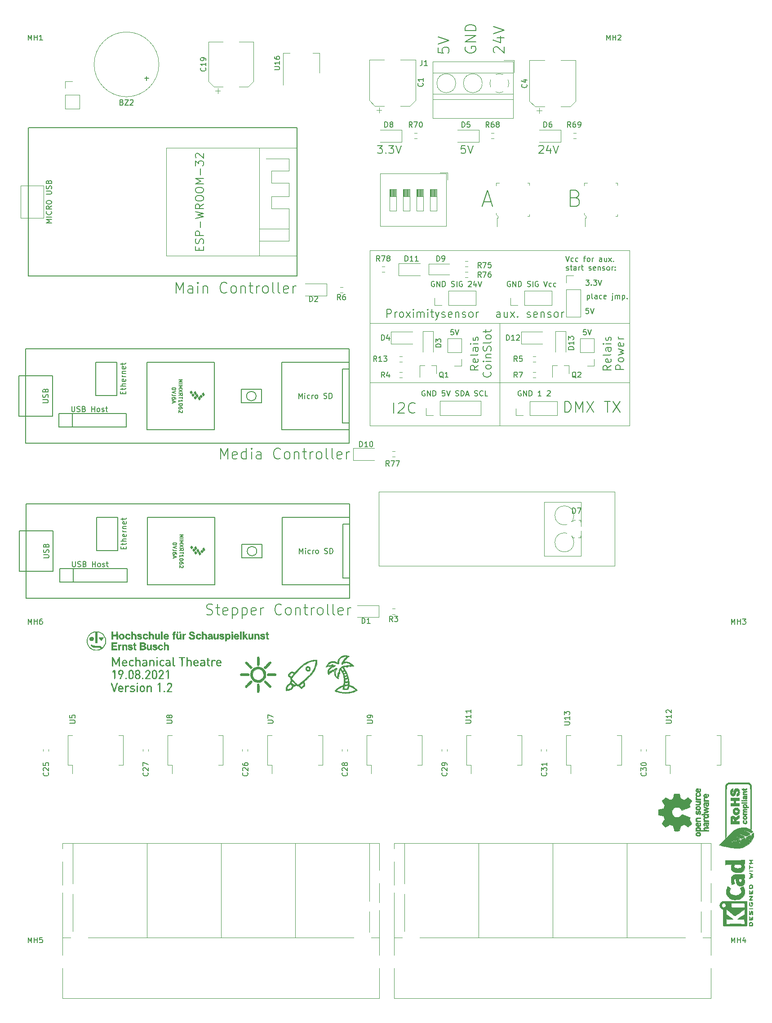
<source format=gto>
%TF.GenerationSoftware,KiCad,Pcbnew,(5.1.9-0-10_14)*%
%TF.CreationDate,2021-08-20T09:49:49+02:00*%
%TF.ProjectId,MechanicalTheatre,4d656368-616e-4696-9361-6c5468656174,rev?*%
%TF.SameCoordinates,Original*%
%TF.FileFunction,Legend,Top*%
%TF.FilePolarity,Positive*%
%FSLAX46Y46*%
G04 Gerber Fmt 4.6, Leading zero omitted, Abs format (unit mm)*
G04 Created by KiCad (PCBNEW (5.1.9-0-10_14)) date 2021-08-20 09:49:49*
%MOMM*%
%LPD*%
G01*
G04 APERTURE LIST*
%ADD10C,0.150000*%
%ADD11C,0.120000*%
%ADD12C,0.010000*%
%ADD13C,0.100000*%
%ADD14C,0.127000*%
%ADD15C,7.000000*%
%ADD16O,1.600000X1.600000*%
%ADD17R,1.600000X1.600000*%
%ADD18R,1.400000X2.100000*%
%ADD19R,0.800000X0.900000*%
%ADD20O,1.700000X1.700000*%
%ADD21R,1.700000X1.700000*%
%ADD22R,1.200000X0.900000*%
%ADD23C,1.524000*%
%ADD24R,1.524000X1.524000*%
%ADD25C,2.000000*%
%ADD26R,2.000000X2.000000*%
%ADD27R,1.500000X2.000000*%
%ADD28R,3.800000X2.000000*%
%ADD29C,2.500000*%
%ADD30C,1.500000*%
%ADD31C,3.250000*%
%ADD32R,0.900000X1.200000*%
%ADD33C,1.600000*%
%ADD34C,1.560000*%
%ADD35R,1.560000X1.560000*%
%ADD36C,2.800000*%
%ADD37R,2.800000X2.800000*%
G04 APERTURE END LIST*
D10*
X136814285Y-75658214D02*
X137242857Y-75801071D01*
X137385714Y-75943928D01*
X137528571Y-76229642D01*
X137528571Y-76658214D01*
X137385714Y-76943928D01*
X137242857Y-77086785D01*
X136957142Y-77229642D01*
X135814285Y-77229642D01*
X135814285Y-74229642D01*
X136814285Y-74229642D01*
X137100000Y-74372500D01*
X137242857Y-74515357D01*
X137385714Y-74801071D01*
X137385714Y-75086785D01*
X137242857Y-75372500D01*
X137100000Y-75515357D01*
X136814285Y-75658214D01*
X135814285Y-75658214D01*
X119485714Y-76372500D02*
X120914285Y-76372500D01*
X119200000Y-77229642D02*
X120200000Y-74229642D01*
X121200000Y-77229642D01*
X138809523Y-100452380D02*
X138333333Y-100452380D01*
X138285714Y-100928571D01*
X138333333Y-100880952D01*
X138428571Y-100833333D01*
X138666666Y-100833333D01*
X138761904Y-100880952D01*
X138809523Y-100928571D01*
X138857142Y-101023809D01*
X138857142Y-101261904D01*
X138809523Y-101357142D01*
X138761904Y-101404761D01*
X138666666Y-101452380D01*
X138428571Y-101452380D01*
X138333333Y-101404761D01*
X138285714Y-101357142D01*
X139142857Y-100452380D02*
X139476190Y-101452380D01*
X139809523Y-100452380D01*
X113809523Y-100452380D02*
X113333333Y-100452380D01*
X113285714Y-100928571D01*
X113333333Y-100880952D01*
X113428571Y-100833333D01*
X113666666Y-100833333D01*
X113761904Y-100880952D01*
X113809523Y-100928571D01*
X113857142Y-101023809D01*
X113857142Y-101261904D01*
X113809523Y-101357142D01*
X113761904Y-101404761D01*
X113666666Y-101452380D01*
X113428571Y-101452380D01*
X113333333Y-101404761D01*
X113285714Y-101357142D01*
X114142857Y-100452380D02*
X114476190Y-101452380D01*
X114809523Y-100452380D01*
X134992738Y-86627380D02*
X135326071Y-87627380D01*
X135659404Y-86627380D01*
X136421309Y-87579761D02*
X136326071Y-87627380D01*
X136135595Y-87627380D01*
X136040357Y-87579761D01*
X135992738Y-87532142D01*
X135945119Y-87436904D01*
X135945119Y-87151190D01*
X135992738Y-87055952D01*
X136040357Y-87008333D01*
X136135595Y-86960714D01*
X136326071Y-86960714D01*
X136421309Y-87008333D01*
X137278452Y-87579761D02*
X137183214Y-87627380D01*
X136992738Y-87627380D01*
X136897500Y-87579761D01*
X136849880Y-87532142D01*
X136802261Y-87436904D01*
X136802261Y-87151190D01*
X136849880Y-87055952D01*
X136897500Y-87008333D01*
X136992738Y-86960714D01*
X137183214Y-86960714D01*
X137278452Y-87008333D01*
X138326071Y-86960714D02*
X138707023Y-86960714D01*
X138468928Y-87627380D02*
X138468928Y-86770238D01*
X138516547Y-86675000D01*
X138611785Y-86627380D01*
X138707023Y-86627380D01*
X139183214Y-87627380D02*
X139087976Y-87579761D01*
X139040357Y-87532142D01*
X138992738Y-87436904D01*
X138992738Y-87151190D01*
X139040357Y-87055952D01*
X139087976Y-87008333D01*
X139183214Y-86960714D01*
X139326071Y-86960714D01*
X139421309Y-87008333D01*
X139468928Y-87055952D01*
X139516547Y-87151190D01*
X139516547Y-87436904D01*
X139468928Y-87532142D01*
X139421309Y-87579761D01*
X139326071Y-87627380D01*
X139183214Y-87627380D01*
X139945119Y-87627380D02*
X139945119Y-86960714D01*
X139945119Y-87151190D02*
X139992738Y-87055952D01*
X140040357Y-87008333D01*
X140135595Y-86960714D01*
X140230833Y-86960714D01*
X141754642Y-87627380D02*
X141754642Y-87103571D01*
X141707023Y-87008333D01*
X141611785Y-86960714D01*
X141421309Y-86960714D01*
X141326071Y-87008333D01*
X141754642Y-87579761D02*
X141659404Y-87627380D01*
X141421309Y-87627380D01*
X141326071Y-87579761D01*
X141278452Y-87484523D01*
X141278452Y-87389285D01*
X141326071Y-87294047D01*
X141421309Y-87246428D01*
X141659404Y-87246428D01*
X141754642Y-87198809D01*
X142659404Y-86960714D02*
X142659404Y-87627380D01*
X142230833Y-86960714D02*
X142230833Y-87484523D01*
X142278452Y-87579761D01*
X142373690Y-87627380D01*
X142516547Y-87627380D01*
X142611785Y-87579761D01*
X142659404Y-87532142D01*
X143040357Y-87627380D02*
X143564166Y-86960714D01*
X143040357Y-86960714D02*
X143564166Y-87627380D01*
X143945119Y-87532142D02*
X143992738Y-87579761D01*
X143945119Y-87627380D01*
X143897500Y-87579761D01*
X143945119Y-87532142D01*
X143945119Y-87627380D01*
X135087976Y-89229761D02*
X135183214Y-89277380D01*
X135373690Y-89277380D01*
X135468928Y-89229761D01*
X135516547Y-89134523D01*
X135516547Y-89086904D01*
X135468928Y-88991666D01*
X135373690Y-88944047D01*
X135230833Y-88944047D01*
X135135595Y-88896428D01*
X135087976Y-88801190D01*
X135087976Y-88753571D01*
X135135595Y-88658333D01*
X135230833Y-88610714D01*
X135373690Y-88610714D01*
X135468928Y-88658333D01*
X135802261Y-88610714D02*
X136183214Y-88610714D01*
X135945119Y-88277380D02*
X135945119Y-89134523D01*
X135992738Y-89229761D01*
X136087976Y-89277380D01*
X136183214Y-89277380D01*
X136945119Y-89277380D02*
X136945119Y-88753571D01*
X136897500Y-88658333D01*
X136802261Y-88610714D01*
X136611785Y-88610714D01*
X136516547Y-88658333D01*
X136945119Y-89229761D02*
X136849880Y-89277380D01*
X136611785Y-89277380D01*
X136516547Y-89229761D01*
X136468928Y-89134523D01*
X136468928Y-89039285D01*
X136516547Y-88944047D01*
X136611785Y-88896428D01*
X136849880Y-88896428D01*
X136945119Y-88848809D01*
X137421309Y-89277380D02*
X137421309Y-88610714D01*
X137421309Y-88801190D02*
X137468928Y-88705952D01*
X137516547Y-88658333D01*
X137611785Y-88610714D01*
X137707023Y-88610714D01*
X137897500Y-88610714D02*
X138278452Y-88610714D01*
X138040357Y-88277380D02*
X138040357Y-89134523D01*
X138087976Y-89229761D01*
X138183214Y-89277380D01*
X138278452Y-89277380D01*
X139326071Y-89229761D02*
X139421309Y-89277380D01*
X139611785Y-89277380D01*
X139707023Y-89229761D01*
X139754642Y-89134523D01*
X139754642Y-89086904D01*
X139707023Y-88991666D01*
X139611785Y-88944047D01*
X139468928Y-88944047D01*
X139373690Y-88896428D01*
X139326071Y-88801190D01*
X139326071Y-88753571D01*
X139373690Y-88658333D01*
X139468928Y-88610714D01*
X139611785Y-88610714D01*
X139707023Y-88658333D01*
X140564166Y-89229761D02*
X140468928Y-89277380D01*
X140278452Y-89277380D01*
X140183214Y-89229761D01*
X140135595Y-89134523D01*
X140135595Y-88753571D01*
X140183214Y-88658333D01*
X140278452Y-88610714D01*
X140468928Y-88610714D01*
X140564166Y-88658333D01*
X140611785Y-88753571D01*
X140611785Y-88848809D01*
X140135595Y-88944047D01*
X141040357Y-88610714D02*
X141040357Y-89277380D01*
X141040357Y-88705952D02*
X141087976Y-88658333D01*
X141183214Y-88610714D01*
X141326071Y-88610714D01*
X141421309Y-88658333D01*
X141468928Y-88753571D01*
X141468928Y-89277380D01*
X141897500Y-89229761D02*
X141992738Y-89277380D01*
X142183214Y-89277380D01*
X142278452Y-89229761D01*
X142326071Y-89134523D01*
X142326071Y-89086904D01*
X142278452Y-88991666D01*
X142183214Y-88944047D01*
X142040357Y-88944047D01*
X141945119Y-88896428D01*
X141897500Y-88801190D01*
X141897500Y-88753571D01*
X141945119Y-88658333D01*
X142040357Y-88610714D01*
X142183214Y-88610714D01*
X142278452Y-88658333D01*
X142897500Y-89277380D02*
X142802261Y-89229761D01*
X142754642Y-89182142D01*
X142707023Y-89086904D01*
X142707023Y-88801190D01*
X142754642Y-88705952D01*
X142802261Y-88658333D01*
X142897500Y-88610714D01*
X143040357Y-88610714D01*
X143135595Y-88658333D01*
X143183214Y-88705952D01*
X143230833Y-88801190D01*
X143230833Y-89086904D01*
X143183214Y-89182142D01*
X143135595Y-89229761D01*
X143040357Y-89277380D01*
X142897500Y-89277380D01*
X143659404Y-89277380D02*
X143659404Y-88610714D01*
X143659404Y-88801190D02*
X143707023Y-88705952D01*
X143754642Y-88658333D01*
X143849880Y-88610714D01*
X143945119Y-88610714D01*
X144278452Y-89182142D02*
X144326071Y-89229761D01*
X144278452Y-89277380D01*
X144230833Y-89229761D01*
X144278452Y-89182142D01*
X144278452Y-89277380D01*
X144278452Y-88658333D02*
X144326071Y-88705952D01*
X144278452Y-88753571D01*
X144230833Y-88705952D01*
X144278452Y-88658333D01*
X144278452Y-88753571D01*
X126523809Y-112020000D02*
X126428571Y-111972380D01*
X126285714Y-111972380D01*
X126142857Y-112020000D01*
X126047619Y-112115238D01*
X126000000Y-112210476D01*
X125952380Y-112400952D01*
X125952380Y-112543809D01*
X126000000Y-112734285D01*
X126047619Y-112829523D01*
X126142857Y-112924761D01*
X126285714Y-112972380D01*
X126380952Y-112972380D01*
X126523809Y-112924761D01*
X126571428Y-112877142D01*
X126571428Y-112543809D01*
X126380952Y-112543809D01*
X127000000Y-112972380D02*
X127000000Y-111972380D01*
X127571428Y-112972380D01*
X127571428Y-111972380D01*
X128047619Y-112972380D02*
X128047619Y-111972380D01*
X128285714Y-111972380D01*
X128428571Y-112020000D01*
X128523809Y-112115238D01*
X128571428Y-112210476D01*
X128619047Y-112400952D01*
X128619047Y-112543809D01*
X128571428Y-112734285D01*
X128523809Y-112829523D01*
X128428571Y-112924761D01*
X128285714Y-112972380D01*
X128047619Y-112972380D01*
X130333333Y-112972380D02*
X129761904Y-112972380D01*
X130047619Y-112972380D02*
X130047619Y-111972380D01*
X129952380Y-112115238D01*
X129857142Y-112210476D01*
X129761904Y-112258095D01*
X131476190Y-112067619D02*
X131523809Y-112020000D01*
X131619047Y-111972380D01*
X131857142Y-111972380D01*
X131952380Y-112020000D01*
X132000000Y-112067619D01*
X132047619Y-112162857D01*
X132047619Y-112258095D01*
X132000000Y-112400952D01*
X131428571Y-112972380D01*
X132047619Y-112972380D01*
X134804761Y-116004761D02*
X134804761Y-114004761D01*
X135280952Y-114004761D01*
X135566666Y-114100000D01*
X135757142Y-114290476D01*
X135852380Y-114480952D01*
X135947619Y-114861904D01*
X135947619Y-115147619D01*
X135852380Y-115528571D01*
X135757142Y-115719047D01*
X135566666Y-115909523D01*
X135280952Y-116004761D01*
X134804761Y-116004761D01*
X136804761Y-116004761D02*
X136804761Y-114004761D01*
X137471428Y-115433333D01*
X138138095Y-114004761D01*
X138138095Y-116004761D01*
X138900000Y-114004761D02*
X140233333Y-116004761D01*
X140233333Y-114004761D02*
X138900000Y-116004761D01*
X142233333Y-114004761D02*
X143376190Y-114004761D01*
X142804761Y-116004761D02*
X142804761Y-114004761D01*
X143852380Y-114004761D02*
X145185714Y-116004761D01*
X145185714Y-114004761D02*
X143852380Y-116004761D01*
X116014285Y-65778571D02*
X115300000Y-65778571D01*
X115228571Y-66492857D01*
X115300000Y-66421428D01*
X115442857Y-66350000D01*
X115800000Y-66350000D01*
X115942857Y-66421428D01*
X116014285Y-66492857D01*
X116085714Y-66635714D01*
X116085714Y-66992857D01*
X116014285Y-67135714D01*
X115942857Y-67207142D01*
X115800000Y-67278571D01*
X115442857Y-67278571D01*
X115300000Y-67207142D01*
X115228571Y-67135714D01*
X116514285Y-65778571D02*
X117014285Y-67278571D01*
X117514285Y-65778571D01*
X129914285Y-65921428D02*
X129985714Y-65850000D01*
X130128571Y-65778571D01*
X130485714Y-65778571D01*
X130628571Y-65850000D01*
X130700000Y-65921428D01*
X130771428Y-66064285D01*
X130771428Y-66207142D01*
X130700000Y-66421428D01*
X129842857Y-67278571D01*
X130771428Y-67278571D01*
X132057142Y-66278571D02*
X132057142Y-67278571D01*
X131700000Y-65707142D02*
X131342857Y-66778571D01*
X132271428Y-66778571D01*
X132628571Y-65778571D02*
X133128571Y-67278571D01*
X133628571Y-65778571D01*
X99485714Y-65778571D02*
X100414285Y-65778571D01*
X99914285Y-66350000D01*
X100128571Y-66350000D01*
X100271428Y-66421428D01*
X100342857Y-66492857D01*
X100414285Y-66635714D01*
X100414285Y-66992857D01*
X100342857Y-67135714D01*
X100271428Y-67207142D01*
X100128571Y-67278571D01*
X99700000Y-67278571D01*
X99557142Y-67207142D01*
X99485714Y-67135714D01*
X101057142Y-67135714D02*
X101128571Y-67207142D01*
X101057142Y-67278571D01*
X100985714Y-67207142D01*
X101057142Y-67135714D01*
X101057142Y-67278571D01*
X101628571Y-65778571D02*
X102557142Y-65778571D01*
X102057142Y-66350000D01*
X102271428Y-66350000D01*
X102414285Y-66421428D01*
X102485714Y-66492857D01*
X102557142Y-66635714D01*
X102557142Y-66992857D01*
X102485714Y-67135714D01*
X102414285Y-67207142D01*
X102271428Y-67278571D01*
X101842857Y-67278571D01*
X101700000Y-67207142D01*
X101628571Y-67135714D01*
X102985714Y-65778571D02*
X103485714Y-67278571D01*
X103985714Y-65778571D01*
D11*
X147000000Y-85552000D02*
X147000000Y-118572000D01*
X98056000Y-85552000D02*
X147000000Y-85552000D01*
X98056000Y-99268000D02*
X98056000Y-85552000D01*
X122528000Y-118500000D02*
X122528000Y-99268000D01*
X98056000Y-118572000D02*
X147000000Y-118572000D01*
X98056000Y-110444000D02*
X98056000Y-118572000D01*
X98056000Y-99268000D02*
X98056000Y-110444000D01*
X147000000Y-99268000D02*
X98056000Y-99268000D01*
X98056000Y-110444000D02*
X147000000Y-110444000D01*
D10*
X61561690Y-93570761D02*
X61561690Y-91570761D01*
X62228357Y-92999333D01*
X62895023Y-91570761D01*
X62895023Y-93570761D01*
X64704547Y-93570761D02*
X64704547Y-92523142D01*
X64609309Y-92332666D01*
X64418833Y-92237428D01*
X64037880Y-92237428D01*
X63847404Y-92332666D01*
X64704547Y-93475523D02*
X64514071Y-93570761D01*
X64037880Y-93570761D01*
X63847404Y-93475523D01*
X63752166Y-93285047D01*
X63752166Y-93094571D01*
X63847404Y-92904095D01*
X64037880Y-92808857D01*
X64514071Y-92808857D01*
X64704547Y-92713619D01*
X65656928Y-93570761D02*
X65656928Y-92237428D01*
X65656928Y-91570761D02*
X65561690Y-91666000D01*
X65656928Y-91761238D01*
X65752166Y-91666000D01*
X65656928Y-91570761D01*
X65656928Y-91761238D01*
X66609309Y-92237428D02*
X66609309Y-93570761D01*
X66609309Y-92427904D02*
X66704547Y-92332666D01*
X66895023Y-92237428D01*
X67180738Y-92237428D01*
X67371214Y-92332666D01*
X67466452Y-92523142D01*
X67466452Y-93570761D01*
X71085500Y-93380285D02*
X70990261Y-93475523D01*
X70704547Y-93570761D01*
X70514071Y-93570761D01*
X70228357Y-93475523D01*
X70037880Y-93285047D01*
X69942642Y-93094571D01*
X69847404Y-92713619D01*
X69847404Y-92427904D01*
X69942642Y-92046952D01*
X70037880Y-91856476D01*
X70228357Y-91666000D01*
X70514071Y-91570761D01*
X70704547Y-91570761D01*
X70990261Y-91666000D01*
X71085500Y-91761238D01*
X72228357Y-93570761D02*
X72037880Y-93475523D01*
X71942642Y-93380285D01*
X71847404Y-93189809D01*
X71847404Y-92618380D01*
X71942642Y-92427904D01*
X72037880Y-92332666D01*
X72228357Y-92237428D01*
X72514071Y-92237428D01*
X72704547Y-92332666D01*
X72799785Y-92427904D01*
X72895023Y-92618380D01*
X72895023Y-93189809D01*
X72799785Y-93380285D01*
X72704547Y-93475523D01*
X72514071Y-93570761D01*
X72228357Y-93570761D01*
X73752166Y-92237428D02*
X73752166Y-93570761D01*
X73752166Y-92427904D02*
X73847404Y-92332666D01*
X74037880Y-92237428D01*
X74323595Y-92237428D01*
X74514071Y-92332666D01*
X74609309Y-92523142D01*
X74609309Y-93570761D01*
X75275976Y-92237428D02*
X76037880Y-92237428D01*
X75561690Y-91570761D02*
X75561690Y-93285047D01*
X75656928Y-93475523D01*
X75847404Y-93570761D01*
X76037880Y-93570761D01*
X76704547Y-93570761D02*
X76704547Y-92237428D01*
X76704547Y-92618380D02*
X76799785Y-92427904D01*
X76895023Y-92332666D01*
X77085500Y-92237428D01*
X77275976Y-92237428D01*
X78228357Y-93570761D02*
X78037880Y-93475523D01*
X77942642Y-93380285D01*
X77847404Y-93189809D01*
X77847404Y-92618380D01*
X77942642Y-92427904D01*
X78037880Y-92332666D01*
X78228357Y-92237428D01*
X78514071Y-92237428D01*
X78704547Y-92332666D01*
X78799785Y-92427904D01*
X78895023Y-92618380D01*
X78895023Y-93189809D01*
X78799785Y-93380285D01*
X78704547Y-93475523D01*
X78514071Y-93570761D01*
X78228357Y-93570761D01*
X80037880Y-93570761D02*
X79847404Y-93475523D01*
X79752166Y-93285047D01*
X79752166Y-91570761D01*
X81085500Y-93570761D02*
X80895023Y-93475523D01*
X80799785Y-93285047D01*
X80799785Y-91570761D01*
X82609309Y-93475523D02*
X82418833Y-93570761D01*
X82037880Y-93570761D01*
X81847404Y-93475523D01*
X81752166Y-93285047D01*
X81752166Y-92523142D01*
X81847404Y-92332666D01*
X82037880Y-92237428D01*
X82418833Y-92237428D01*
X82609309Y-92332666D01*
X82704547Y-92523142D01*
X82704547Y-92713619D01*
X81752166Y-92904095D01*
X83561690Y-93570761D02*
X83561690Y-92237428D01*
X83561690Y-92618380D02*
X83656928Y-92427904D01*
X83752166Y-92332666D01*
X83942642Y-92237428D01*
X84133119Y-92237428D01*
X124512190Y-91402000D02*
X124416952Y-91354380D01*
X124274095Y-91354380D01*
X124131238Y-91402000D01*
X124036000Y-91497238D01*
X123988380Y-91592476D01*
X123940761Y-91782952D01*
X123940761Y-91925809D01*
X123988380Y-92116285D01*
X124036000Y-92211523D01*
X124131238Y-92306761D01*
X124274095Y-92354380D01*
X124369333Y-92354380D01*
X124512190Y-92306761D01*
X124559809Y-92259142D01*
X124559809Y-91925809D01*
X124369333Y-91925809D01*
X124988380Y-92354380D02*
X124988380Y-91354380D01*
X125559809Y-92354380D01*
X125559809Y-91354380D01*
X126036000Y-92354380D02*
X126036000Y-91354380D01*
X126274095Y-91354380D01*
X126416952Y-91402000D01*
X126512190Y-91497238D01*
X126559809Y-91592476D01*
X126607428Y-91782952D01*
X126607428Y-91925809D01*
X126559809Y-92116285D01*
X126512190Y-92211523D01*
X126416952Y-92306761D01*
X126274095Y-92354380D01*
X126036000Y-92354380D01*
X127750285Y-92306761D02*
X127893142Y-92354380D01*
X128131238Y-92354380D01*
X128226476Y-92306761D01*
X128274095Y-92259142D01*
X128321714Y-92163904D01*
X128321714Y-92068666D01*
X128274095Y-91973428D01*
X128226476Y-91925809D01*
X128131238Y-91878190D01*
X127940761Y-91830571D01*
X127845523Y-91782952D01*
X127797904Y-91735333D01*
X127750285Y-91640095D01*
X127750285Y-91544857D01*
X127797904Y-91449619D01*
X127845523Y-91402000D01*
X127940761Y-91354380D01*
X128178857Y-91354380D01*
X128321714Y-91402000D01*
X128750285Y-92354380D02*
X128750285Y-91354380D01*
X129750285Y-91402000D02*
X129655047Y-91354380D01*
X129512190Y-91354380D01*
X129369333Y-91402000D01*
X129274095Y-91497238D01*
X129226476Y-91592476D01*
X129178857Y-91782952D01*
X129178857Y-91925809D01*
X129226476Y-92116285D01*
X129274095Y-92211523D01*
X129369333Y-92306761D01*
X129512190Y-92354380D01*
X129607428Y-92354380D01*
X129750285Y-92306761D01*
X129797904Y-92259142D01*
X129797904Y-91925809D01*
X129607428Y-91925809D01*
X130845523Y-91354380D02*
X131178857Y-92354380D01*
X131512190Y-91354380D01*
X132274095Y-92306761D02*
X132178857Y-92354380D01*
X131988380Y-92354380D01*
X131893142Y-92306761D01*
X131845523Y-92259142D01*
X131797904Y-92163904D01*
X131797904Y-91878190D01*
X131845523Y-91782952D01*
X131893142Y-91735333D01*
X131988380Y-91687714D01*
X132178857Y-91687714D01*
X132274095Y-91735333D01*
X133131238Y-92306761D02*
X133036000Y-92354380D01*
X132845523Y-92354380D01*
X132750285Y-92306761D01*
X132702666Y-92259142D01*
X132655047Y-92163904D01*
X132655047Y-91878190D01*
X132702666Y-91782952D01*
X132750285Y-91735333D01*
X132845523Y-91687714D01*
X133036000Y-91687714D01*
X133131238Y-91735333D01*
X122628571Y-98168571D02*
X122628571Y-97382857D01*
X122557142Y-97240000D01*
X122414285Y-97168571D01*
X122128571Y-97168571D01*
X121985714Y-97240000D01*
X122628571Y-98097142D02*
X122485714Y-98168571D01*
X122128571Y-98168571D01*
X121985714Y-98097142D01*
X121914285Y-97954285D01*
X121914285Y-97811428D01*
X121985714Y-97668571D01*
X122128571Y-97597142D01*
X122485714Y-97597142D01*
X122628571Y-97525714D01*
X123985714Y-97168571D02*
X123985714Y-98168571D01*
X123342857Y-97168571D02*
X123342857Y-97954285D01*
X123414285Y-98097142D01*
X123557142Y-98168571D01*
X123771428Y-98168571D01*
X123914285Y-98097142D01*
X123985714Y-98025714D01*
X124557142Y-98168571D02*
X125342857Y-97168571D01*
X124557142Y-97168571D02*
X125342857Y-98168571D01*
X125914285Y-98025714D02*
X125985714Y-98097142D01*
X125914285Y-98168571D01*
X125842857Y-98097142D01*
X125914285Y-98025714D01*
X125914285Y-98168571D01*
X127700000Y-98097142D02*
X127842857Y-98168571D01*
X128128571Y-98168571D01*
X128271428Y-98097142D01*
X128342857Y-97954285D01*
X128342857Y-97882857D01*
X128271428Y-97740000D01*
X128128571Y-97668571D01*
X127914285Y-97668571D01*
X127771428Y-97597142D01*
X127700000Y-97454285D01*
X127700000Y-97382857D01*
X127771428Y-97240000D01*
X127914285Y-97168571D01*
X128128571Y-97168571D01*
X128271428Y-97240000D01*
X129557142Y-98097142D02*
X129414285Y-98168571D01*
X129128571Y-98168571D01*
X128985714Y-98097142D01*
X128914285Y-97954285D01*
X128914285Y-97382857D01*
X128985714Y-97240000D01*
X129128571Y-97168571D01*
X129414285Y-97168571D01*
X129557142Y-97240000D01*
X129628571Y-97382857D01*
X129628571Y-97525714D01*
X128914285Y-97668571D01*
X130271428Y-97168571D02*
X130271428Y-98168571D01*
X130271428Y-97311428D02*
X130342857Y-97240000D01*
X130485714Y-97168571D01*
X130700000Y-97168571D01*
X130842857Y-97240000D01*
X130914285Y-97382857D01*
X130914285Y-98168571D01*
X131557142Y-98097142D02*
X131700000Y-98168571D01*
X131985714Y-98168571D01*
X132128571Y-98097142D01*
X132200000Y-97954285D01*
X132200000Y-97882857D01*
X132128571Y-97740000D01*
X131985714Y-97668571D01*
X131771428Y-97668571D01*
X131628571Y-97597142D01*
X131557142Y-97454285D01*
X131557142Y-97382857D01*
X131628571Y-97240000D01*
X131771428Y-97168571D01*
X131985714Y-97168571D01*
X132128571Y-97240000D01*
X133057142Y-98168571D02*
X132914285Y-98097142D01*
X132842857Y-98025714D01*
X132771428Y-97882857D01*
X132771428Y-97454285D01*
X132842857Y-97311428D01*
X132914285Y-97240000D01*
X133057142Y-97168571D01*
X133271428Y-97168571D01*
X133414285Y-97240000D01*
X133485714Y-97311428D01*
X133557142Y-97454285D01*
X133557142Y-97882857D01*
X133485714Y-98025714D01*
X133414285Y-98097142D01*
X133271428Y-98168571D01*
X133057142Y-98168571D01*
X134200000Y-98168571D02*
X134200000Y-97168571D01*
X134200000Y-97454285D02*
X134271428Y-97311428D01*
X134342857Y-97240000D01*
X134485714Y-97168571D01*
X134628571Y-97168571D01*
X101264285Y-98168571D02*
X101264285Y-96668571D01*
X101835714Y-96668571D01*
X101978571Y-96740000D01*
X102050000Y-96811428D01*
X102121428Y-96954285D01*
X102121428Y-97168571D01*
X102050000Y-97311428D01*
X101978571Y-97382857D01*
X101835714Y-97454285D01*
X101264285Y-97454285D01*
X102764285Y-98168571D02*
X102764285Y-97168571D01*
X102764285Y-97454285D02*
X102835714Y-97311428D01*
X102907142Y-97240000D01*
X103050000Y-97168571D01*
X103192857Y-97168571D01*
X103907142Y-98168571D02*
X103764285Y-98097142D01*
X103692857Y-98025714D01*
X103621428Y-97882857D01*
X103621428Y-97454285D01*
X103692857Y-97311428D01*
X103764285Y-97240000D01*
X103907142Y-97168571D01*
X104121428Y-97168571D01*
X104264285Y-97240000D01*
X104335714Y-97311428D01*
X104407142Y-97454285D01*
X104407142Y-97882857D01*
X104335714Y-98025714D01*
X104264285Y-98097142D01*
X104121428Y-98168571D01*
X103907142Y-98168571D01*
X104907142Y-98168571D02*
X105692857Y-97168571D01*
X104907142Y-97168571D02*
X105692857Y-98168571D01*
X106264285Y-98168571D02*
X106264285Y-97168571D01*
X106264285Y-96668571D02*
X106192857Y-96740000D01*
X106264285Y-96811428D01*
X106335714Y-96740000D01*
X106264285Y-96668571D01*
X106264285Y-96811428D01*
X106978571Y-98168571D02*
X106978571Y-97168571D01*
X106978571Y-97311428D02*
X107050000Y-97240000D01*
X107192857Y-97168571D01*
X107407142Y-97168571D01*
X107550000Y-97240000D01*
X107621428Y-97382857D01*
X107621428Y-98168571D01*
X107621428Y-97382857D02*
X107692857Y-97240000D01*
X107835714Y-97168571D01*
X108050000Y-97168571D01*
X108192857Y-97240000D01*
X108264285Y-97382857D01*
X108264285Y-98168571D01*
X108978571Y-98168571D02*
X108978571Y-97168571D01*
X108978571Y-96668571D02*
X108907142Y-96740000D01*
X108978571Y-96811428D01*
X109050000Y-96740000D01*
X108978571Y-96668571D01*
X108978571Y-96811428D01*
X109478571Y-97168571D02*
X110050000Y-97168571D01*
X109692857Y-96668571D02*
X109692857Y-97954285D01*
X109764285Y-98097142D01*
X109907142Y-98168571D01*
X110050000Y-98168571D01*
X110407142Y-97168571D02*
X110764285Y-98168571D01*
X111121428Y-97168571D02*
X110764285Y-98168571D01*
X110621428Y-98525714D01*
X110550000Y-98597142D01*
X110407142Y-98668571D01*
X111621428Y-98097142D02*
X111764285Y-98168571D01*
X112050000Y-98168571D01*
X112192857Y-98097142D01*
X112264285Y-97954285D01*
X112264285Y-97882857D01*
X112192857Y-97740000D01*
X112050000Y-97668571D01*
X111835714Y-97668571D01*
X111692857Y-97597142D01*
X111621428Y-97454285D01*
X111621428Y-97382857D01*
X111692857Y-97240000D01*
X111835714Y-97168571D01*
X112050000Y-97168571D01*
X112192857Y-97240000D01*
X113478571Y-98097142D02*
X113335714Y-98168571D01*
X113050000Y-98168571D01*
X112907142Y-98097142D01*
X112835714Y-97954285D01*
X112835714Y-97382857D01*
X112907142Y-97240000D01*
X113050000Y-97168571D01*
X113335714Y-97168571D01*
X113478571Y-97240000D01*
X113550000Y-97382857D01*
X113550000Y-97525714D01*
X112835714Y-97668571D01*
X114192857Y-97168571D02*
X114192857Y-98168571D01*
X114192857Y-97311428D02*
X114264285Y-97240000D01*
X114407142Y-97168571D01*
X114621428Y-97168571D01*
X114764285Y-97240000D01*
X114835714Y-97382857D01*
X114835714Y-98168571D01*
X115478571Y-98097142D02*
X115621428Y-98168571D01*
X115907142Y-98168571D01*
X116050000Y-98097142D01*
X116121428Y-97954285D01*
X116121428Y-97882857D01*
X116050000Y-97740000D01*
X115907142Y-97668571D01*
X115692857Y-97668571D01*
X115550000Y-97597142D01*
X115478571Y-97454285D01*
X115478571Y-97382857D01*
X115550000Y-97240000D01*
X115692857Y-97168571D01*
X115907142Y-97168571D01*
X116050000Y-97240000D01*
X116978571Y-98168571D02*
X116835714Y-98097142D01*
X116764285Y-98025714D01*
X116692857Y-97882857D01*
X116692857Y-97454285D01*
X116764285Y-97311428D01*
X116835714Y-97240000D01*
X116978571Y-97168571D01*
X117192857Y-97168571D01*
X117335714Y-97240000D01*
X117407142Y-97311428D01*
X117478571Y-97454285D01*
X117478571Y-97882857D01*
X117407142Y-98025714D01*
X117335714Y-98097142D01*
X117192857Y-98168571D01*
X116978571Y-98168571D01*
X118121428Y-98168571D02*
X118121428Y-97168571D01*
X118121428Y-97454285D02*
X118192857Y-97311428D01*
X118264285Y-97240000D01*
X118407142Y-97168571D01*
X118550000Y-97168571D01*
X138998095Y-93973714D02*
X138998095Y-94973714D01*
X138998095Y-94021333D02*
X139093333Y-93973714D01*
X139283809Y-93973714D01*
X139379047Y-94021333D01*
X139426666Y-94068952D01*
X139474285Y-94164190D01*
X139474285Y-94449904D01*
X139426666Y-94545142D01*
X139379047Y-94592761D01*
X139283809Y-94640380D01*
X139093333Y-94640380D01*
X138998095Y-94592761D01*
X140045714Y-94640380D02*
X139950476Y-94592761D01*
X139902857Y-94497523D01*
X139902857Y-93640380D01*
X140855238Y-94640380D02*
X140855238Y-94116571D01*
X140807619Y-94021333D01*
X140712380Y-93973714D01*
X140521904Y-93973714D01*
X140426666Y-94021333D01*
X140855238Y-94592761D02*
X140760000Y-94640380D01*
X140521904Y-94640380D01*
X140426666Y-94592761D01*
X140379047Y-94497523D01*
X140379047Y-94402285D01*
X140426666Y-94307047D01*
X140521904Y-94259428D01*
X140760000Y-94259428D01*
X140855238Y-94211809D01*
X141760000Y-94592761D02*
X141664761Y-94640380D01*
X141474285Y-94640380D01*
X141379047Y-94592761D01*
X141331428Y-94545142D01*
X141283809Y-94449904D01*
X141283809Y-94164190D01*
X141331428Y-94068952D01*
X141379047Y-94021333D01*
X141474285Y-93973714D01*
X141664761Y-93973714D01*
X141760000Y-94021333D01*
X142569523Y-94592761D02*
X142474285Y-94640380D01*
X142283809Y-94640380D01*
X142188571Y-94592761D01*
X142140952Y-94497523D01*
X142140952Y-94116571D01*
X142188571Y-94021333D01*
X142283809Y-93973714D01*
X142474285Y-93973714D01*
X142569523Y-94021333D01*
X142617142Y-94116571D01*
X142617142Y-94211809D01*
X142140952Y-94307047D01*
X143807619Y-93973714D02*
X143807619Y-94830857D01*
X143760000Y-94926095D01*
X143664761Y-94973714D01*
X143617142Y-94973714D01*
X143807619Y-93640380D02*
X143760000Y-93688000D01*
X143807619Y-93735619D01*
X143855238Y-93688000D01*
X143807619Y-93640380D01*
X143807619Y-93735619D01*
X144283809Y-94640380D02*
X144283809Y-93973714D01*
X144283809Y-94068952D02*
X144331428Y-94021333D01*
X144426666Y-93973714D01*
X144569523Y-93973714D01*
X144664761Y-94021333D01*
X144712380Y-94116571D01*
X144712380Y-94640380D01*
X144712380Y-94116571D02*
X144760000Y-94021333D01*
X144855238Y-93973714D01*
X144998095Y-93973714D01*
X145093333Y-94021333D01*
X145140952Y-94116571D01*
X145140952Y-94640380D01*
X145617142Y-93973714D02*
X145617142Y-94973714D01*
X145617142Y-94021333D02*
X145712380Y-93973714D01*
X145902857Y-93973714D01*
X145998095Y-94021333D01*
X146045714Y-94068952D01*
X146093333Y-94164190D01*
X146093333Y-94449904D01*
X146045714Y-94545142D01*
X145998095Y-94592761D01*
X145902857Y-94640380D01*
X145712380Y-94640380D01*
X145617142Y-94592761D01*
X146521904Y-94545142D02*
X146569523Y-94592761D01*
X146521904Y-94640380D01*
X146474285Y-94592761D01*
X146521904Y-94545142D01*
X146521904Y-94640380D01*
X139267523Y-96434380D02*
X138791333Y-96434380D01*
X138743714Y-96910571D01*
X138791333Y-96862952D01*
X138886571Y-96815333D01*
X139124666Y-96815333D01*
X139219904Y-96862952D01*
X139267523Y-96910571D01*
X139315142Y-97005809D01*
X139315142Y-97243904D01*
X139267523Y-97339142D01*
X139219904Y-97386761D01*
X139124666Y-97434380D01*
X138886571Y-97434380D01*
X138791333Y-97386761D01*
X138743714Y-97339142D01*
X139600857Y-96434380D02*
X139934190Y-97434380D01*
X140267523Y-96434380D01*
X138743809Y-91100380D02*
X139362857Y-91100380D01*
X139029523Y-91481333D01*
X139172380Y-91481333D01*
X139267619Y-91528952D01*
X139315238Y-91576571D01*
X139362857Y-91671809D01*
X139362857Y-91909904D01*
X139315238Y-92005142D01*
X139267619Y-92052761D01*
X139172380Y-92100380D01*
X138886666Y-92100380D01*
X138791428Y-92052761D01*
X138743809Y-92005142D01*
X139791428Y-92005142D02*
X139839047Y-92052761D01*
X139791428Y-92100380D01*
X139743809Y-92052761D01*
X139791428Y-92005142D01*
X139791428Y-92100380D01*
X140172380Y-91100380D02*
X140791428Y-91100380D01*
X140458095Y-91481333D01*
X140600952Y-91481333D01*
X140696190Y-91528952D01*
X140743809Y-91576571D01*
X140791428Y-91671809D01*
X140791428Y-91909904D01*
X140743809Y-92005142D01*
X140696190Y-92052761D01*
X140600952Y-92100380D01*
X140315238Y-92100380D01*
X140220000Y-92052761D01*
X140172380Y-92005142D01*
X141077142Y-91100380D02*
X141410476Y-92100380D01*
X141743809Y-91100380D01*
X143478571Y-107214285D02*
X142764285Y-107714285D01*
X143478571Y-108071428D02*
X141978571Y-108071428D01*
X141978571Y-107500000D01*
X142050000Y-107357142D01*
X142121428Y-107285714D01*
X142264285Y-107214285D01*
X142478571Y-107214285D01*
X142621428Y-107285714D01*
X142692857Y-107357142D01*
X142764285Y-107500000D01*
X142764285Y-108071428D01*
X143407142Y-106000000D02*
X143478571Y-106142857D01*
X143478571Y-106428571D01*
X143407142Y-106571428D01*
X143264285Y-106642857D01*
X142692857Y-106642857D01*
X142550000Y-106571428D01*
X142478571Y-106428571D01*
X142478571Y-106142857D01*
X142550000Y-106000000D01*
X142692857Y-105928571D01*
X142835714Y-105928571D01*
X142978571Y-106642857D01*
X143478571Y-105071428D02*
X143407142Y-105214285D01*
X143264285Y-105285714D01*
X141978571Y-105285714D01*
X143478571Y-103857142D02*
X142692857Y-103857142D01*
X142550000Y-103928571D01*
X142478571Y-104071428D01*
X142478571Y-104357142D01*
X142550000Y-104500000D01*
X143407142Y-103857142D02*
X143478571Y-104000000D01*
X143478571Y-104357142D01*
X143407142Y-104500000D01*
X143264285Y-104571428D01*
X143121428Y-104571428D01*
X142978571Y-104500000D01*
X142907142Y-104357142D01*
X142907142Y-104000000D01*
X142835714Y-103857142D01*
X143478571Y-103142857D02*
X142478571Y-103142857D01*
X141978571Y-103142857D02*
X142050000Y-103214285D01*
X142121428Y-103142857D01*
X142050000Y-103071428D01*
X141978571Y-103142857D01*
X142121428Y-103142857D01*
X143407142Y-102500000D02*
X143478571Y-102357142D01*
X143478571Y-102071428D01*
X143407142Y-101928571D01*
X143264285Y-101857142D01*
X143192857Y-101857142D01*
X143050000Y-101928571D01*
X142978571Y-102071428D01*
X142978571Y-102285714D01*
X142907142Y-102428571D01*
X142764285Y-102500000D01*
X142692857Y-102500000D01*
X142550000Y-102428571D01*
X142478571Y-102285714D01*
X142478571Y-102071428D01*
X142550000Y-101928571D01*
X145878571Y-107964285D02*
X144378571Y-107964285D01*
X144378571Y-107392857D01*
X144450000Y-107250000D01*
X144521428Y-107178571D01*
X144664285Y-107107142D01*
X144878571Y-107107142D01*
X145021428Y-107178571D01*
X145092857Y-107250000D01*
X145164285Y-107392857D01*
X145164285Y-107964285D01*
X145878571Y-106250000D02*
X145807142Y-106392857D01*
X145735714Y-106464285D01*
X145592857Y-106535714D01*
X145164285Y-106535714D01*
X145021428Y-106464285D01*
X144950000Y-106392857D01*
X144878571Y-106250000D01*
X144878571Y-106035714D01*
X144950000Y-105892857D01*
X145021428Y-105821428D01*
X145164285Y-105750000D01*
X145592857Y-105750000D01*
X145735714Y-105821428D01*
X145807142Y-105892857D01*
X145878571Y-106035714D01*
X145878571Y-106250000D01*
X144878571Y-105250000D02*
X145878571Y-104964285D01*
X145164285Y-104678571D01*
X145878571Y-104392857D01*
X144878571Y-104107142D01*
X145807142Y-102964285D02*
X145878571Y-103107142D01*
X145878571Y-103392857D01*
X145807142Y-103535714D01*
X145664285Y-103607142D01*
X145092857Y-103607142D01*
X144950000Y-103535714D01*
X144878571Y-103392857D01*
X144878571Y-103107142D01*
X144950000Y-102964285D01*
X145092857Y-102892857D01*
X145235714Y-102892857D01*
X145378571Y-103607142D01*
X145878571Y-102250000D02*
X144878571Y-102250000D01*
X145164285Y-102250000D02*
X145021428Y-102178571D01*
X144950000Y-102107142D01*
X144878571Y-101964285D01*
X144878571Y-101821428D01*
X118478571Y-107214285D02*
X117764285Y-107714285D01*
X118478571Y-108071428D02*
X116978571Y-108071428D01*
X116978571Y-107500000D01*
X117050000Y-107357142D01*
X117121428Y-107285714D01*
X117264285Y-107214285D01*
X117478571Y-107214285D01*
X117621428Y-107285714D01*
X117692857Y-107357142D01*
X117764285Y-107500000D01*
X117764285Y-108071428D01*
X118407142Y-106000000D02*
X118478571Y-106142857D01*
X118478571Y-106428571D01*
X118407142Y-106571428D01*
X118264285Y-106642857D01*
X117692857Y-106642857D01*
X117550000Y-106571428D01*
X117478571Y-106428571D01*
X117478571Y-106142857D01*
X117550000Y-106000000D01*
X117692857Y-105928571D01*
X117835714Y-105928571D01*
X117978571Y-106642857D01*
X118478571Y-105071428D02*
X118407142Y-105214285D01*
X118264285Y-105285714D01*
X116978571Y-105285714D01*
X118478571Y-103857142D02*
X117692857Y-103857142D01*
X117550000Y-103928571D01*
X117478571Y-104071428D01*
X117478571Y-104357142D01*
X117550000Y-104500000D01*
X118407142Y-103857142D02*
X118478571Y-104000000D01*
X118478571Y-104357142D01*
X118407142Y-104500000D01*
X118264285Y-104571428D01*
X118121428Y-104571428D01*
X117978571Y-104500000D01*
X117907142Y-104357142D01*
X117907142Y-104000000D01*
X117835714Y-103857142D01*
X118478571Y-103142857D02*
X117478571Y-103142857D01*
X116978571Y-103142857D02*
X117050000Y-103214285D01*
X117121428Y-103142857D01*
X117050000Y-103071428D01*
X116978571Y-103142857D01*
X117121428Y-103142857D01*
X118407142Y-102500000D02*
X118478571Y-102357142D01*
X118478571Y-102071428D01*
X118407142Y-101928571D01*
X118264285Y-101857142D01*
X118192857Y-101857142D01*
X118050000Y-101928571D01*
X117978571Y-102071428D01*
X117978571Y-102285714D01*
X117907142Y-102428571D01*
X117764285Y-102500000D01*
X117692857Y-102500000D01*
X117550000Y-102428571D01*
X117478571Y-102285714D01*
X117478571Y-102071428D01*
X117550000Y-101928571D01*
X120735714Y-108464285D02*
X120807142Y-108535714D01*
X120878571Y-108750000D01*
X120878571Y-108892857D01*
X120807142Y-109107142D01*
X120664285Y-109250000D01*
X120521428Y-109321428D01*
X120235714Y-109392857D01*
X120021428Y-109392857D01*
X119735714Y-109321428D01*
X119592857Y-109250000D01*
X119450000Y-109107142D01*
X119378571Y-108892857D01*
X119378571Y-108750000D01*
X119450000Y-108535714D01*
X119521428Y-108464285D01*
X120878571Y-107607142D02*
X120807142Y-107750000D01*
X120735714Y-107821428D01*
X120592857Y-107892857D01*
X120164285Y-107892857D01*
X120021428Y-107821428D01*
X119950000Y-107750000D01*
X119878571Y-107607142D01*
X119878571Y-107392857D01*
X119950000Y-107250000D01*
X120021428Y-107178571D01*
X120164285Y-107107142D01*
X120592857Y-107107142D01*
X120735714Y-107178571D01*
X120807142Y-107250000D01*
X120878571Y-107392857D01*
X120878571Y-107607142D01*
X120878571Y-106464285D02*
X119878571Y-106464285D01*
X119378571Y-106464285D02*
X119450000Y-106535714D01*
X119521428Y-106464285D01*
X119450000Y-106392857D01*
X119378571Y-106464285D01*
X119521428Y-106464285D01*
X119878571Y-105750000D02*
X120878571Y-105750000D01*
X120021428Y-105750000D02*
X119950000Y-105678571D01*
X119878571Y-105535714D01*
X119878571Y-105321428D01*
X119950000Y-105178571D01*
X120092857Y-105107142D01*
X120878571Y-105107142D01*
X120807142Y-104464285D02*
X120878571Y-104250000D01*
X120878571Y-103892857D01*
X120807142Y-103750000D01*
X120735714Y-103678571D01*
X120592857Y-103607142D01*
X120450000Y-103607142D01*
X120307142Y-103678571D01*
X120235714Y-103750000D01*
X120164285Y-103892857D01*
X120092857Y-104178571D01*
X120021428Y-104321428D01*
X119950000Y-104392857D01*
X119807142Y-104464285D01*
X119664285Y-104464285D01*
X119521428Y-104392857D01*
X119450000Y-104321428D01*
X119378571Y-104178571D01*
X119378571Y-103821428D01*
X119450000Y-103607142D01*
X120878571Y-102750000D02*
X120807142Y-102892857D01*
X120664285Y-102964285D01*
X119378571Y-102964285D01*
X120878571Y-101964285D02*
X120807142Y-102107142D01*
X120735714Y-102178571D01*
X120592857Y-102250000D01*
X120164285Y-102250000D01*
X120021428Y-102178571D01*
X119950000Y-102107142D01*
X119878571Y-101964285D01*
X119878571Y-101750000D01*
X119950000Y-101607142D01*
X120021428Y-101535714D01*
X120164285Y-101464285D01*
X120592857Y-101464285D01*
X120735714Y-101535714D01*
X120807142Y-101607142D01*
X120878571Y-101750000D01*
X120878571Y-101964285D01*
X119878571Y-101035714D02*
X119878571Y-100464285D01*
X119378571Y-100821428D02*
X120664285Y-100821428D01*
X120807142Y-100750000D01*
X120878571Y-100607142D01*
X120878571Y-100464285D01*
X67308452Y-154083523D02*
X67594166Y-154178761D01*
X68070357Y-154178761D01*
X68260833Y-154083523D01*
X68356071Y-153988285D01*
X68451309Y-153797809D01*
X68451309Y-153607333D01*
X68356071Y-153416857D01*
X68260833Y-153321619D01*
X68070357Y-153226380D01*
X67689404Y-153131142D01*
X67498928Y-153035904D01*
X67403690Y-152940666D01*
X67308452Y-152750190D01*
X67308452Y-152559714D01*
X67403690Y-152369238D01*
X67498928Y-152274000D01*
X67689404Y-152178761D01*
X68165595Y-152178761D01*
X68451309Y-152274000D01*
X69022738Y-152845428D02*
X69784642Y-152845428D01*
X69308452Y-152178761D02*
X69308452Y-153893047D01*
X69403690Y-154083523D01*
X69594166Y-154178761D01*
X69784642Y-154178761D01*
X71213214Y-154083523D02*
X71022738Y-154178761D01*
X70641785Y-154178761D01*
X70451309Y-154083523D01*
X70356071Y-153893047D01*
X70356071Y-153131142D01*
X70451309Y-152940666D01*
X70641785Y-152845428D01*
X71022738Y-152845428D01*
X71213214Y-152940666D01*
X71308452Y-153131142D01*
X71308452Y-153321619D01*
X70356071Y-153512095D01*
X72165595Y-152845428D02*
X72165595Y-154845428D01*
X72165595Y-152940666D02*
X72356071Y-152845428D01*
X72737023Y-152845428D01*
X72927500Y-152940666D01*
X73022738Y-153035904D01*
X73117976Y-153226380D01*
X73117976Y-153797809D01*
X73022738Y-153988285D01*
X72927500Y-154083523D01*
X72737023Y-154178761D01*
X72356071Y-154178761D01*
X72165595Y-154083523D01*
X73975119Y-152845428D02*
X73975119Y-154845428D01*
X73975119Y-152940666D02*
X74165595Y-152845428D01*
X74546547Y-152845428D01*
X74737023Y-152940666D01*
X74832261Y-153035904D01*
X74927500Y-153226380D01*
X74927500Y-153797809D01*
X74832261Y-153988285D01*
X74737023Y-154083523D01*
X74546547Y-154178761D01*
X74165595Y-154178761D01*
X73975119Y-154083523D01*
X76546547Y-154083523D02*
X76356071Y-154178761D01*
X75975119Y-154178761D01*
X75784642Y-154083523D01*
X75689404Y-153893047D01*
X75689404Y-153131142D01*
X75784642Y-152940666D01*
X75975119Y-152845428D01*
X76356071Y-152845428D01*
X76546547Y-152940666D01*
X76641785Y-153131142D01*
X76641785Y-153321619D01*
X75689404Y-153512095D01*
X77498928Y-154178761D02*
X77498928Y-152845428D01*
X77498928Y-153226380D02*
X77594166Y-153035904D01*
X77689404Y-152940666D01*
X77879880Y-152845428D01*
X78070357Y-152845428D01*
X81403690Y-153988285D02*
X81308452Y-154083523D01*
X81022738Y-154178761D01*
X80832261Y-154178761D01*
X80546547Y-154083523D01*
X80356071Y-153893047D01*
X80260833Y-153702571D01*
X80165595Y-153321619D01*
X80165595Y-153035904D01*
X80260833Y-152654952D01*
X80356071Y-152464476D01*
X80546547Y-152274000D01*
X80832261Y-152178761D01*
X81022738Y-152178761D01*
X81308452Y-152274000D01*
X81403690Y-152369238D01*
X82546547Y-154178761D02*
X82356071Y-154083523D01*
X82260833Y-153988285D01*
X82165595Y-153797809D01*
X82165595Y-153226380D01*
X82260833Y-153035904D01*
X82356071Y-152940666D01*
X82546547Y-152845428D01*
X82832261Y-152845428D01*
X83022738Y-152940666D01*
X83117976Y-153035904D01*
X83213214Y-153226380D01*
X83213214Y-153797809D01*
X83117976Y-153988285D01*
X83022738Y-154083523D01*
X82832261Y-154178761D01*
X82546547Y-154178761D01*
X84070357Y-152845428D02*
X84070357Y-154178761D01*
X84070357Y-153035904D02*
X84165595Y-152940666D01*
X84356071Y-152845428D01*
X84641785Y-152845428D01*
X84832261Y-152940666D01*
X84927500Y-153131142D01*
X84927500Y-154178761D01*
X85594166Y-152845428D02*
X86356071Y-152845428D01*
X85879880Y-152178761D02*
X85879880Y-153893047D01*
X85975119Y-154083523D01*
X86165595Y-154178761D01*
X86356071Y-154178761D01*
X87022738Y-154178761D02*
X87022738Y-152845428D01*
X87022738Y-153226380D02*
X87117976Y-153035904D01*
X87213214Y-152940666D01*
X87403690Y-152845428D01*
X87594166Y-152845428D01*
X88546547Y-154178761D02*
X88356071Y-154083523D01*
X88260833Y-153988285D01*
X88165595Y-153797809D01*
X88165595Y-153226380D01*
X88260833Y-153035904D01*
X88356071Y-152940666D01*
X88546547Y-152845428D01*
X88832261Y-152845428D01*
X89022738Y-152940666D01*
X89117976Y-153035904D01*
X89213214Y-153226380D01*
X89213214Y-153797809D01*
X89117976Y-153988285D01*
X89022738Y-154083523D01*
X88832261Y-154178761D01*
X88546547Y-154178761D01*
X90356071Y-154178761D02*
X90165595Y-154083523D01*
X90070357Y-153893047D01*
X90070357Y-152178761D01*
X91403690Y-154178761D02*
X91213214Y-154083523D01*
X91117976Y-153893047D01*
X91117976Y-152178761D01*
X92927500Y-154083523D02*
X92737023Y-154178761D01*
X92356071Y-154178761D01*
X92165595Y-154083523D01*
X92070357Y-153893047D01*
X92070357Y-153131142D01*
X92165595Y-152940666D01*
X92356071Y-152845428D01*
X92737023Y-152845428D01*
X92927500Y-152940666D01*
X93022738Y-153131142D01*
X93022738Y-153321619D01*
X92070357Y-153512095D01*
X93879880Y-154178761D02*
X93879880Y-152845428D01*
X93879880Y-153226380D02*
X93975119Y-153035904D01*
X94070357Y-152940666D01*
X94260833Y-152845428D01*
X94451309Y-152845428D01*
X69943690Y-124812761D02*
X69943690Y-122812761D01*
X70610357Y-124241333D01*
X71277023Y-122812761D01*
X71277023Y-124812761D01*
X72991309Y-124717523D02*
X72800833Y-124812761D01*
X72419880Y-124812761D01*
X72229404Y-124717523D01*
X72134166Y-124527047D01*
X72134166Y-123765142D01*
X72229404Y-123574666D01*
X72419880Y-123479428D01*
X72800833Y-123479428D01*
X72991309Y-123574666D01*
X73086547Y-123765142D01*
X73086547Y-123955619D01*
X72134166Y-124146095D01*
X74800833Y-124812761D02*
X74800833Y-122812761D01*
X74800833Y-124717523D02*
X74610357Y-124812761D01*
X74229404Y-124812761D01*
X74038928Y-124717523D01*
X73943690Y-124622285D01*
X73848452Y-124431809D01*
X73848452Y-123860380D01*
X73943690Y-123669904D01*
X74038928Y-123574666D01*
X74229404Y-123479428D01*
X74610357Y-123479428D01*
X74800833Y-123574666D01*
X75753214Y-124812761D02*
X75753214Y-123479428D01*
X75753214Y-122812761D02*
X75657976Y-122908000D01*
X75753214Y-123003238D01*
X75848452Y-122908000D01*
X75753214Y-122812761D01*
X75753214Y-123003238D01*
X77562738Y-124812761D02*
X77562738Y-123765142D01*
X77467500Y-123574666D01*
X77277023Y-123479428D01*
X76896071Y-123479428D01*
X76705595Y-123574666D01*
X77562738Y-124717523D02*
X77372261Y-124812761D01*
X76896071Y-124812761D01*
X76705595Y-124717523D01*
X76610357Y-124527047D01*
X76610357Y-124336571D01*
X76705595Y-124146095D01*
X76896071Y-124050857D01*
X77372261Y-124050857D01*
X77562738Y-123955619D01*
X81181785Y-124622285D02*
X81086547Y-124717523D01*
X80800833Y-124812761D01*
X80610357Y-124812761D01*
X80324642Y-124717523D01*
X80134166Y-124527047D01*
X80038928Y-124336571D01*
X79943690Y-123955619D01*
X79943690Y-123669904D01*
X80038928Y-123288952D01*
X80134166Y-123098476D01*
X80324642Y-122908000D01*
X80610357Y-122812761D01*
X80800833Y-122812761D01*
X81086547Y-122908000D01*
X81181785Y-123003238D01*
X82324642Y-124812761D02*
X82134166Y-124717523D01*
X82038928Y-124622285D01*
X81943690Y-124431809D01*
X81943690Y-123860380D01*
X82038928Y-123669904D01*
X82134166Y-123574666D01*
X82324642Y-123479428D01*
X82610357Y-123479428D01*
X82800833Y-123574666D01*
X82896071Y-123669904D01*
X82991309Y-123860380D01*
X82991309Y-124431809D01*
X82896071Y-124622285D01*
X82800833Y-124717523D01*
X82610357Y-124812761D01*
X82324642Y-124812761D01*
X83848452Y-123479428D02*
X83848452Y-124812761D01*
X83848452Y-123669904D02*
X83943690Y-123574666D01*
X84134166Y-123479428D01*
X84419880Y-123479428D01*
X84610357Y-123574666D01*
X84705595Y-123765142D01*
X84705595Y-124812761D01*
X85372261Y-123479428D02*
X86134166Y-123479428D01*
X85657976Y-122812761D02*
X85657976Y-124527047D01*
X85753214Y-124717523D01*
X85943690Y-124812761D01*
X86134166Y-124812761D01*
X86800833Y-124812761D02*
X86800833Y-123479428D01*
X86800833Y-123860380D02*
X86896071Y-123669904D01*
X86991309Y-123574666D01*
X87181785Y-123479428D01*
X87372261Y-123479428D01*
X88324642Y-124812761D02*
X88134166Y-124717523D01*
X88038928Y-124622285D01*
X87943690Y-124431809D01*
X87943690Y-123860380D01*
X88038928Y-123669904D01*
X88134166Y-123574666D01*
X88324642Y-123479428D01*
X88610357Y-123479428D01*
X88800833Y-123574666D01*
X88896071Y-123669904D01*
X88991309Y-123860380D01*
X88991309Y-124431809D01*
X88896071Y-124622285D01*
X88800833Y-124717523D01*
X88610357Y-124812761D01*
X88324642Y-124812761D01*
X90134166Y-124812761D02*
X89943690Y-124717523D01*
X89848452Y-124527047D01*
X89848452Y-122812761D01*
X91181785Y-124812761D02*
X90991309Y-124717523D01*
X90896071Y-124527047D01*
X90896071Y-122812761D01*
X92705595Y-124717523D02*
X92515119Y-124812761D01*
X92134166Y-124812761D01*
X91943690Y-124717523D01*
X91848452Y-124527047D01*
X91848452Y-123765142D01*
X91943690Y-123574666D01*
X92134166Y-123479428D01*
X92515119Y-123479428D01*
X92705595Y-123574666D01*
X92800833Y-123765142D01*
X92800833Y-123955619D01*
X91848452Y-124146095D01*
X93657976Y-124812761D02*
X93657976Y-123479428D01*
X93657976Y-123860380D02*
X93753214Y-123669904D01*
X93848452Y-123574666D01*
X94038928Y-123479428D01*
X94229404Y-123479428D01*
X110192952Y-91402000D02*
X110097714Y-91354380D01*
X109954857Y-91354380D01*
X109812000Y-91402000D01*
X109716761Y-91497238D01*
X109669142Y-91592476D01*
X109621523Y-91782952D01*
X109621523Y-91925809D01*
X109669142Y-92116285D01*
X109716761Y-92211523D01*
X109812000Y-92306761D01*
X109954857Y-92354380D01*
X110050095Y-92354380D01*
X110192952Y-92306761D01*
X110240571Y-92259142D01*
X110240571Y-91925809D01*
X110050095Y-91925809D01*
X110669142Y-92354380D02*
X110669142Y-91354380D01*
X111240571Y-92354380D01*
X111240571Y-91354380D01*
X111716761Y-92354380D02*
X111716761Y-91354380D01*
X111954857Y-91354380D01*
X112097714Y-91402000D01*
X112192952Y-91497238D01*
X112240571Y-91592476D01*
X112288190Y-91782952D01*
X112288190Y-91925809D01*
X112240571Y-92116285D01*
X112192952Y-92211523D01*
X112097714Y-92306761D01*
X111954857Y-92354380D01*
X111716761Y-92354380D01*
X113431047Y-92306761D02*
X113573904Y-92354380D01*
X113812000Y-92354380D01*
X113907238Y-92306761D01*
X113954857Y-92259142D01*
X114002476Y-92163904D01*
X114002476Y-92068666D01*
X113954857Y-91973428D01*
X113907238Y-91925809D01*
X113812000Y-91878190D01*
X113621523Y-91830571D01*
X113526285Y-91782952D01*
X113478666Y-91735333D01*
X113431047Y-91640095D01*
X113431047Y-91544857D01*
X113478666Y-91449619D01*
X113526285Y-91402000D01*
X113621523Y-91354380D01*
X113859619Y-91354380D01*
X114002476Y-91402000D01*
X114431047Y-92354380D02*
X114431047Y-91354380D01*
X115431047Y-91402000D02*
X115335809Y-91354380D01*
X115192952Y-91354380D01*
X115050095Y-91402000D01*
X114954857Y-91497238D01*
X114907238Y-91592476D01*
X114859619Y-91782952D01*
X114859619Y-91925809D01*
X114907238Y-92116285D01*
X114954857Y-92211523D01*
X115050095Y-92306761D01*
X115192952Y-92354380D01*
X115288190Y-92354380D01*
X115431047Y-92306761D01*
X115478666Y-92259142D01*
X115478666Y-91925809D01*
X115288190Y-91925809D01*
X116621523Y-91449619D02*
X116669142Y-91402000D01*
X116764380Y-91354380D01*
X117002476Y-91354380D01*
X117097714Y-91402000D01*
X117145333Y-91449619D01*
X117192952Y-91544857D01*
X117192952Y-91640095D01*
X117145333Y-91782952D01*
X116573904Y-92354380D01*
X117192952Y-92354380D01*
X118050095Y-91687714D02*
X118050095Y-92354380D01*
X117812000Y-91306761D02*
X117573904Y-92021047D01*
X118192952Y-92021047D01*
X118431047Y-91354380D02*
X118764380Y-92354380D01*
X119097714Y-91354380D01*
X108404761Y-112020000D02*
X108309523Y-111972380D01*
X108166666Y-111972380D01*
X108023809Y-112020000D01*
X107928571Y-112115238D01*
X107880952Y-112210476D01*
X107833333Y-112400952D01*
X107833333Y-112543809D01*
X107880952Y-112734285D01*
X107928571Y-112829523D01*
X108023809Y-112924761D01*
X108166666Y-112972380D01*
X108261904Y-112972380D01*
X108404761Y-112924761D01*
X108452380Y-112877142D01*
X108452380Y-112543809D01*
X108261904Y-112543809D01*
X108880952Y-112972380D02*
X108880952Y-111972380D01*
X109452380Y-112972380D01*
X109452380Y-111972380D01*
X109928571Y-112972380D02*
X109928571Y-111972380D01*
X110166666Y-111972380D01*
X110309523Y-112020000D01*
X110404761Y-112115238D01*
X110452380Y-112210476D01*
X110500000Y-112400952D01*
X110500000Y-112543809D01*
X110452380Y-112734285D01*
X110404761Y-112829523D01*
X110309523Y-112924761D01*
X110166666Y-112972380D01*
X109928571Y-112972380D01*
X112166666Y-111972380D02*
X111690476Y-111972380D01*
X111642857Y-112448571D01*
X111690476Y-112400952D01*
X111785714Y-112353333D01*
X112023809Y-112353333D01*
X112119047Y-112400952D01*
X112166666Y-112448571D01*
X112214285Y-112543809D01*
X112214285Y-112781904D01*
X112166666Y-112877142D01*
X112119047Y-112924761D01*
X112023809Y-112972380D01*
X111785714Y-112972380D01*
X111690476Y-112924761D01*
X111642857Y-112877142D01*
X112500000Y-111972380D02*
X112833333Y-112972380D01*
X113166666Y-111972380D01*
X114214285Y-112924761D02*
X114357142Y-112972380D01*
X114595238Y-112972380D01*
X114690476Y-112924761D01*
X114738095Y-112877142D01*
X114785714Y-112781904D01*
X114785714Y-112686666D01*
X114738095Y-112591428D01*
X114690476Y-112543809D01*
X114595238Y-112496190D01*
X114404761Y-112448571D01*
X114309523Y-112400952D01*
X114261904Y-112353333D01*
X114214285Y-112258095D01*
X114214285Y-112162857D01*
X114261904Y-112067619D01*
X114309523Y-112020000D01*
X114404761Y-111972380D01*
X114642857Y-111972380D01*
X114785714Y-112020000D01*
X115214285Y-112972380D02*
X115214285Y-111972380D01*
X115452380Y-111972380D01*
X115595238Y-112020000D01*
X115690476Y-112115238D01*
X115738095Y-112210476D01*
X115785714Y-112400952D01*
X115785714Y-112543809D01*
X115738095Y-112734285D01*
X115690476Y-112829523D01*
X115595238Y-112924761D01*
X115452380Y-112972380D01*
X115214285Y-112972380D01*
X116166666Y-112686666D02*
X116642857Y-112686666D01*
X116071428Y-112972380D02*
X116404761Y-111972380D01*
X116738095Y-112972380D01*
X117785714Y-112924761D02*
X117928571Y-112972380D01*
X118166666Y-112972380D01*
X118261904Y-112924761D01*
X118309523Y-112877142D01*
X118357142Y-112781904D01*
X118357142Y-112686666D01*
X118309523Y-112591428D01*
X118261904Y-112543809D01*
X118166666Y-112496190D01*
X117976190Y-112448571D01*
X117880952Y-112400952D01*
X117833333Y-112353333D01*
X117785714Y-112258095D01*
X117785714Y-112162857D01*
X117833333Y-112067619D01*
X117880952Y-112020000D01*
X117976190Y-111972380D01*
X118214285Y-111972380D01*
X118357142Y-112020000D01*
X119357142Y-112877142D02*
X119309523Y-112924761D01*
X119166666Y-112972380D01*
X119071428Y-112972380D01*
X118928571Y-112924761D01*
X118833333Y-112829523D01*
X118785714Y-112734285D01*
X118738095Y-112543809D01*
X118738095Y-112400952D01*
X118785714Y-112210476D01*
X118833333Y-112115238D01*
X118928571Y-112020000D01*
X119071428Y-111972380D01*
X119166666Y-111972380D01*
X119309523Y-112020000D01*
X119357142Y-112067619D01*
X120261904Y-112972380D02*
X119785714Y-112972380D01*
X119785714Y-111972380D01*
X102573690Y-116204761D02*
X102573690Y-114204761D01*
X103430833Y-114395238D02*
X103526071Y-114300000D01*
X103716547Y-114204761D01*
X104192738Y-114204761D01*
X104383214Y-114300000D01*
X104478452Y-114395238D01*
X104573690Y-114585714D01*
X104573690Y-114776190D01*
X104478452Y-115061904D01*
X103335595Y-116204761D01*
X104573690Y-116204761D01*
X106573690Y-116014285D02*
X106478452Y-116109523D01*
X106192738Y-116204761D01*
X106002261Y-116204761D01*
X105716547Y-116109523D01*
X105526071Y-115919047D01*
X105430833Y-115728571D01*
X105335595Y-115347619D01*
X105335595Y-115061904D01*
X105430833Y-114680952D01*
X105526071Y-114490476D01*
X105716547Y-114300000D01*
X106002261Y-114204761D01*
X106192738Y-114204761D01*
X106478452Y-114300000D01*
X106573690Y-114395238D01*
X121551238Y-48310952D02*
X121456000Y-48215714D01*
X121360761Y-48025238D01*
X121360761Y-47549047D01*
X121456000Y-47358571D01*
X121551238Y-47263333D01*
X121741714Y-47168095D01*
X121932190Y-47168095D01*
X122217904Y-47263333D01*
X123360761Y-48406190D01*
X123360761Y-47168095D01*
X122027428Y-45453809D02*
X123360761Y-45453809D01*
X121265523Y-45930000D02*
X122694095Y-46406190D01*
X122694095Y-45168095D01*
X121360761Y-44691904D02*
X123360761Y-44025238D01*
X121360761Y-43358571D01*
X116122000Y-47199809D02*
X116026761Y-47390285D01*
X116026761Y-47676000D01*
X116122000Y-47961714D01*
X116312476Y-48152190D01*
X116502952Y-48247428D01*
X116883904Y-48342666D01*
X117169619Y-48342666D01*
X117550571Y-48247428D01*
X117741047Y-48152190D01*
X117931523Y-47961714D01*
X118026761Y-47676000D01*
X118026761Y-47485523D01*
X117931523Y-47199809D01*
X117836285Y-47104571D01*
X117169619Y-47104571D01*
X117169619Y-47485523D01*
X118026761Y-46247428D02*
X116026761Y-46247428D01*
X118026761Y-45104571D01*
X116026761Y-45104571D01*
X118026761Y-44152190D02*
X116026761Y-44152190D01*
X116026761Y-43676000D01*
X116122000Y-43390285D01*
X116312476Y-43199809D01*
X116502952Y-43104571D01*
X116883904Y-43009333D01*
X117169619Y-43009333D01*
X117550571Y-43104571D01*
X117741047Y-43199809D01*
X117931523Y-43390285D01*
X118026761Y-43676000D01*
X118026761Y-44152190D01*
X110946761Y-47326952D02*
X110946761Y-48279333D01*
X111899142Y-48374571D01*
X111803904Y-48279333D01*
X111708666Y-48088857D01*
X111708666Y-47612666D01*
X111803904Y-47422190D01*
X111899142Y-47326952D01*
X112089619Y-47231714D01*
X112565809Y-47231714D01*
X112756285Y-47326952D01*
X112851523Y-47422190D01*
X112946761Y-47612666D01*
X112946761Y-48088857D01*
X112851523Y-48279333D01*
X112756285Y-48374571D01*
X110946761Y-46660285D02*
X112946761Y-45993619D01*
X110946761Y-45326952D01*
D11*
%TO.C,U13*%
X145441000Y-179680000D02*
X145441000Y-176920000D01*
X145441000Y-176920000D02*
X144601000Y-176920000D01*
X145441000Y-179680000D02*
X145441000Y-182440000D01*
X145441000Y-182440000D02*
X144601000Y-182440000D01*
X135021000Y-179680000D02*
X135021000Y-176920000D01*
X135021000Y-176920000D02*
X135861000Y-176920000D01*
X135021000Y-179680000D02*
X135021000Y-182440000D01*
X135021000Y-182440000D02*
X135861000Y-182440000D01*
X135861000Y-182440000D02*
X135861000Y-184130000D01*
D12*
%TO.C,G1*%
G36*
X166808969Y-208103667D02*
G01*
X167303466Y-208103808D01*
X167720054Y-208104380D01*
X168065489Y-208105601D01*
X168346527Y-208107692D01*
X168569926Y-208110873D01*
X168742442Y-208115363D01*
X168870831Y-208121382D01*
X168961850Y-208129150D01*
X169022257Y-208138887D01*
X169058807Y-208150813D01*
X169078257Y-208165148D01*
X169085745Y-208177750D01*
X169092579Y-208235655D01*
X169098505Y-208367494D01*
X169103534Y-208563720D01*
X169107674Y-208814788D01*
X169110937Y-209111154D01*
X169113332Y-209443270D01*
X169114869Y-209801592D01*
X169115559Y-210176575D01*
X169115411Y-210558671D01*
X169114436Y-210938337D01*
X169112643Y-211306026D01*
X169110043Y-211652193D01*
X169106646Y-211967292D01*
X169102461Y-212241778D01*
X169097500Y-212466105D01*
X169091771Y-212630728D01*
X169085285Y-212726100D01*
X169080927Y-212746230D01*
X169032610Y-212753593D01*
X168909421Y-212760406D01*
X168721155Y-212766624D01*
X168477604Y-212772204D01*
X168188564Y-212777100D01*
X167863826Y-212781269D01*
X167513185Y-212784666D01*
X167146435Y-212787247D01*
X166773369Y-212788967D01*
X166403781Y-212789783D01*
X166047464Y-212789649D01*
X165714213Y-212788522D01*
X165413821Y-212786357D01*
X165156081Y-212783110D01*
X164950788Y-212778736D01*
X164807735Y-212773192D01*
X164736715Y-212766432D01*
X164734667Y-212765904D01*
X164628833Y-212735370D01*
X164610083Y-210153470D01*
X165200333Y-210153470D01*
X165200333Y-210679273D01*
X165319117Y-210705362D01*
X165393909Y-210739988D01*
X165519474Y-210817626D01*
X165680675Y-210928143D01*
X165862374Y-211061410D01*
X165940834Y-211121475D01*
X166443767Y-211511500D01*
X165927540Y-211523389D01*
X165717440Y-211524719D01*
X165535216Y-211519334D01*
X165400056Y-211508211D01*
X165332556Y-211493128D01*
X165258132Y-211470113D01*
X165227066Y-211477712D01*
X165216456Y-211528333D01*
X165207839Y-211645605D01*
X165202158Y-211811517D01*
X165200333Y-211988751D01*
X165201282Y-212196623D01*
X165205570Y-212332910D01*
X165215358Y-212410687D01*
X165232810Y-212443029D01*
X165260086Y-212443010D01*
X165274417Y-212436779D01*
X165332484Y-212428521D01*
X165465303Y-212420923D01*
X165662960Y-212414204D01*
X165915541Y-212408583D01*
X166213132Y-212404279D01*
X166545818Y-212401512D01*
X166903687Y-212400501D01*
X166914833Y-212400500D01*
X167273382Y-212401468D01*
X167607111Y-212404226D01*
X167906095Y-212408549D01*
X168160408Y-212414217D01*
X168360126Y-212421005D01*
X168495324Y-212428692D01*
X168556075Y-212437055D01*
X168556637Y-212437311D01*
X168588455Y-212447420D01*
X168609246Y-212432140D01*
X168620772Y-212378544D01*
X168624796Y-212273708D01*
X168623080Y-212104707D01*
X168620137Y-211971645D01*
X168613519Y-211756081D01*
X168604546Y-211612676D01*
X168591258Y-211528923D01*
X168571694Y-211492314D01*
X168544667Y-211490082D01*
X168480843Y-211498562D01*
X168349747Y-211507339D01*
X168168762Y-211515519D01*
X167955274Y-211522210D01*
X167888500Y-211523772D01*
X167295833Y-211536545D01*
X167761500Y-211190455D01*
X167991408Y-211022761D01*
X168171389Y-210899944D01*
X168316672Y-210812818D01*
X168442486Y-210752196D01*
X168555250Y-210711586D01*
X168586304Y-210693197D01*
X168607342Y-210651358D01*
X168620250Y-210571990D01*
X168626911Y-210441017D01*
X168629210Y-210244361D01*
X168629333Y-210158162D01*
X168627801Y-209957428D01*
X168623617Y-209791517D01*
X168617399Y-209676439D01*
X168609766Y-209628205D01*
X168608841Y-209627667D01*
X168568807Y-209651789D01*
X168476797Y-209716952D01*
X168347770Y-209812354D01*
X168238424Y-209895172D01*
X167963183Y-210102856D01*
X167697448Y-210298272D01*
X167449968Y-210475419D01*
X167229494Y-210628296D01*
X167044775Y-210750902D01*
X166904560Y-210837234D01*
X166817599Y-210881292D01*
X166795120Y-210885154D01*
X166741918Y-210850953D01*
X166636126Y-210772497D01*
X166490154Y-210659784D01*
X166316407Y-210522815D01*
X166127294Y-210371593D01*
X165935223Y-210216116D01*
X165752600Y-210066386D01*
X165591834Y-209932404D01*
X165465332Y-209824171D01*
X165385502Y-209751686D01*
X165372871Y-209738799D01*
X165295690Y-209664873D01*
X165240197Y-209628461D01*
X165235287Y-209627667D01*
X165222007Y-209667315D01*
X165211046Y-209775543D01*
X165203474Y-209936269D01*
X165200358Y-210133416D01*
X165200333Y-210153470D01*
X164610083Y-210153470D01*
X164606617Y-209676220D01*
X164469238Y-209630880D01*
X164257807Y-209520860D01*
X164099081Y-209357408D01*
X163997017Y-209156321D01*
X163955577Y-208933396D01*
X163956268Y-208926554D01*
X164312109Y-208926554D01*
X164373627Y-209093935D01*
X164420930Y-209158752D01*
X164511145Y-209246099D01*
X164610135Y-209283001D01*
X164713500Y-209289000D01*
X164846219Y-209277100D01*
X164938754Y-209228738D01*
X165006070Y-209158752D01*
X165059208Y-209065493D01*
X166086421Y-209065493D01*
X166094732Y-209151393D01*
X166121382Y-209214789D01*
X166175095Y-209259038D01*
X166264598Y-209287497D01*
X166398617Y-209303523D01*
X166585876Y-209310474D01*
X166835102Y-209311707D01*
X167155020Y-209310580D01*
X167382693Y-209310167D01*
X168629353Y-209310167D01*
X168629343Y-208878748D01*
X168623523Y-208644601D01*
X168606337Y-208489083D01*
X168578178Y-208413823D01*
X168539437Y-208420449D01*
X168523927Y-208441643D01*
X168472940Y-208455438D01*
X168340945Y-208466726D01*
X168131566Y-208475381D01*
X167848429Y-208481276D01*
X167495158Y-208484284D01*
X167293335Y-208484667D01*
X166089333Y-208484667D01*
X166089911Y-208812750D01*
X166087722Y-208953731D01*
X166086421Y-209065493D01*
X165059208Y-209065493D01*
X165100286Y-208993400D01*
X165112307Y-208826050D01*
X165042399Y-208667017D01*
X164991923Y-208608410D01*
X164867856Y-208515192D01*
X164730370Y-208484911D01*
X164713500Y-208484667D01*
X164572299Y-208509346D01*
X164448683Y-208595109D01*
X164435077Y-208608410D01*
X164332681Y-208761275D01*
X164312109Y-208926554D01*
X163956268Y-208926554D01*
X163978717Y-208704427D01*
X164070399Y-208485210D01*
X164153703Y-208371972D01*
X164203720Y-208315120D01*
X164250634Y-208266921D01*
X164301510Y-208226662D01*
X164363413Y-208193628D01*
X164443410Y-208167105D01*
X164548565Y-208146379D01*
X164685945Y-208130737D01*
X164862615Y-208119465D01*
X165085641Y-208111848D01*
X165362088Y-208107173D01*
X165699022Y-208104725D01*
X166103509Y-208103791D01*
X166582613Y-208103656D01*
X166808969Y-208103667D01*
G37*
X166808969Y-208103667D02*
X167303466Y-208103808D01*
X167720054Y-208104380D01*
X168065489Y-208105601D01*
X168346527Y-208107692D01*
X168569926Y-208110873D01*
X168742442Y-208115363D01*
X168870831Y-208121382D01*
X168961850Y-208129150D01*
X169022257Y-208138887D01*
X169058807Y-208150813D01*
X169078257Y-208165148D01*
X169085745Y-208177750D01*
X169092579Y-208235655D01*
X169098505Y-208367494D01*
X169103534Y-208563720D01*
X169107674Y-208814788D01*
X169110937Y-209111154D01*
X169113332Y-209443270D01*
X169114869Y-209801592D01*
X169115559Y-210176575D01*
X169115411Y-210558671D01*
X169114436Y-210938337D01*
X169112643Y-211306026D01*
X169110043Y-211652193D01*
X169106646Y-211967292D01*
X169102461Y-212241778D01*
X169097500Y-212466105D01*
X169091771Y-212630728D01*
X169085285Y-212726100D01*
X169080927Y-212746230D01*
X169032610Y-212753593D01*
X168909421Y-212760406D01*
X168721155Y-212766624D01*
X168477604Y-212772204D01*
X168188564Y-212777100D01*
X167863826Y-212781269D01*
X167513185Y-212784666D01*
X167146435Y-212787247D01*
X166773369Y-212788967D01*
X166403781Y-212789783D01*
X166047464Y-212789649D01*
X165714213Y-212788522D01*
X165413821Y-212786357D01*
X165156081Y-212783110D01*
X164950788Y-212778736D01*
X164807735Y-212773192D01*
X164736715Y-212766432D01*
X164734667Y-212765904D01*
X164628833Y-212735370D01*
X164610083Y-210153470D01*
X165200333Y-210153470D01*
X165200333Y-210679273D01*
X165319117Y-210705362D01*
X165393909Y-210739988D01*
X165519474Y-210817626D01*
X165680675Y-210928143D01*
X165862374Y-211061410D01*
X165940834Y-211121475D01*
X166443767Y-211511500D01*
X165927540Y-211523389D01*
X165717440Y-211524719D01*
X165535216Y-211519334D01*
X165400056Y-211508211D01*
X165332556Y-211493128D01*
X165258132Y-211470113D01*
X165227066Y-211477712D01*
X165216456Y-211528333D01*
X165207839Y-211645605D01*
X165202158Y-211811517D01*
X165200333Y-211988751D01*
X165201282Y-212196623D01*
X165205570Y-212332910D01*
X165215358Y-212410687D01*
X165232810Y-212443029D01*
X165260086Y-212443010D01*
X165274417Y-212436779D01*
X165332484Y-212428521D01*
X165465303Y-212420923D01*
X165662960Y-212414204D01*
X165915541Y-212408583D01*
X166213132Y-212404279D01*
X166545818Y-212401512D01*
X166903687Y-212400501D01*
X166914833Y-212400500D01*
X167273382Y-212401468D01*
X167607111Y-212404226D01*
X167906095Y-212408549D01*
X168160408Y-212414217D01*
X168360126Y-212421005D01*
X168495324Y-212428692D01*
X168556075Y-212437055D01*
X168556637Y-212437311D01*
X168588455Y-212447420D01*
X168609246Y-212432140D01*
X168620772Y-212378544D01*
X168624796Y-212273708D01*
X168623080Y-212104707D01*
X168620137Y-211971645D01*
X168613519Y-211756081D01*
X168604546Y-211612676D01*
X168591258Y-211528923D01*
X168571694Y-211492314D01*
X168544667Y-211490082D01*
X168480843Y-211498562D01*
X168349747Y-211507339D01*
X168168762Y-211515519D01*
X167955274Y-211522210D01*
X167888500Y-211523772D01*
X167295833Y-211536545D01*
X167761500Y-211190455D01*
X167991408Y-211022761D01*
X168171389Y-210899944D01*
X168316672Y-210812818D01*
X168442486Y-210752196D01*
X168555250Y-210711586D01*
X168586304Y-210693197D01*
X168607342Y-210651358D01*
X168620250Y-210571990D01*
X168626911Y-210441017D01*
X168629210Y-210244361D01*
X168629333Y-210158162D01*
X168627801Y-209957428D01*
X168623617Y-209791517D01*
X168617399Y-209676439D01*
X168609766Y-209628205D01*
X168608841Y-209627667D01*
X168568807Y-209651789D01*
X168476797Y-209716952D01*
X168347770Y-209812354D01*
X168238424Y-209895172D01*
X167963183Y-210102856D01*
X167697448Y-210298272D01*
X167449968Y-210475419D01*
X167229494Y-210628296D01*
X167044775Y-210750902D01*
X166904560Y-210837234D01*
X166817599Y-210881292D01*
X166795120Y-210885154D01*
X166741918Y-210850953D01*
X166636126Y-210772497D01*
X166490154Y-210659784D01*
X166316407Y-210522815D01*
X166127294Y-210371593D01*
X165935223Y-210216116D01*
X165752600Y-210066386D01*
X165591834Y-209932404D01*
X165465332Y-209824171D01*
X165385502Y-209751686D01*
X165372871Y-209738799D01*
X165295690Y-209664873D01*
X165240197Y-209628461D01*
X165235287Y-209627667D01*
X165222007Y-209667315D01*
X165211046Y-209775543D01*
X165203474Y-209936269D01*
X165200358Y-210133416D01*
X165200333Y-210153470D01*
X164610083Y-210153470D01*
X164606617Y-209676220D01*
X164469238Y-209630880D01*
X164257807Y-209520860D01*
X164099081Y-209357408D01*
X163997017Y-209156321D01*
X163955577Y-208933396D01*
X163956268Y-208926554D01*
X164312109Y-208926554D01*
X164373627Y-209093935D01*
X164420930Y-209158752D01*
X164511145Y-209246099D01*
X164610135Y-209283001D01*
X164713500Y-209289000D01*
X164846219Y-209277100D01*
X164938754Y-209228738D01*
X165006070Y-209158752D01*
X165059208Y-209065493D01*
X166086421Y-209065493D01*
X166094732Y-209151393D01*
X166121382Y-209214789D01*
X166175095Y-209259038D01*
X166264598Y-209287497D01*
X166398617Y-209303523D01*
X166585876Y-209310474D01*
X166835102Y-209311707D01*
X167155020Y-209310580D01*
X167382693Y-209310167D01*
X168629353Y-209310167D01*
X168629343Y-208878748D01*
X168623523Y-208644601D01*
X168606337Y-208489083D01*
X168578178Y-208413823D01*
X168539437Y-208420449D01*
X168523927Y-208441643D01*
X168472940Y-208455438D01*
X168340945Y-208466726D01*
X168131566Y-208475381D01*
X167848429Y-208481276D01*
X167495158Y-208484284D01*
X167293335Y-208484667D01*
X166089333Y-208484667D01*
X166089911Y-208812750D01*
X166087722Y-208953731D01*
X166086421Y-209065493D01*
X165059208Y-209065493D01*
X165100286Y-208993400D01*
X165112307Y-208826050D01*
X165042399Y-208667017D01*
X164991923Y-208608410D01*
X164867856Y-208515192D01*
X164730370Y-208484911D01*
X164713500Y-208484667D01*
X164572299Y-208509346D01*
X164448683Y-208595109D01*
X164435077Y-208608410D01*
X164332681Y-208761275D01*
X164312109Y-208926554D01*
X163956268Y-208926554D01*
X163978717Y-208704427D01*
X164070399Y-208485210D01*
X164153703Y-208371972D01*
X164203720Y-208315120D01*
X164250634Y-208266921D01*
X164301510Y-208226662D01*
X164363413Y-208193628D01*
X164443410Y-208167105D01*
X164548565Y-208146379D01*
X164685945Y-208130737D01*
X164862615Y-208119465D01*
X165085641Y-208111848D01*
X165362088Y-208107173D01*
X165699022Y-208104725D01*
X166103509Y-208103791D01*
X166582613Y-208103656D01*
X166808969Y-208103667D01*
G36*
X169970021Y-212063910D02*
G01*
X170085010Y-212174737D01*
X170158355Y-212357183D01*
X170179425Y-212478762D01*
X170191300Y-212626231D01*
X170176049Y-212720294D01*
X170119700Y-212772939D01*
X170008286Y-212796156D01*
X169827837Y-212801932D01*
X169802755Y-212802018D01*
X169638037Y-212797411D01*
X169541115Y-212780413D01*
X169495598Y-212747643D01*
X169490722Y-212737639D01*
X169480091Y-212660739D01*
X169479996Y-212633333D01*
X169591852Y-212633333D01*
X170026333Y-212633333D01*
X170026333Y-212482383D01*
X170004161Y-212309267D01*
X169939615Y-212202713D01*
X169839527Y-212167667D01*
X169729547Y-212197568D01*
X169656722Y-212292519D01*
X169615050Y-212460389D01*
X169614787Y-212462340D01*
X169591852Y-212633333D01*
X169479996Y-212633333D01*
X169479647Y-212533306D01*
X169485159Y-212438790D01*
X169526786Y-212232462D01*
X169612240Y-212097767D01*
X169742750Y-212033168D01*
X169814880Y-212026555D01*
X169970021Y-212063910D01*
G37*
X169970021Y-212063910D02*
X170085010Y-212174737D01*
X170158355Y-212357183D01*
X170179425Y-212478762D01*
X170191300Y-212626231D01*
X170176049Y-212720294D01*
X170119700Y-212772939D01*
X170008286Y-212796156D01*
X169827837Y-212801932D01*
X169802755Y-212802018D01*
X169638037Y-212797411D01*
X169541115Y-212780413D01*
X169495598Y-212747643D01*
X169490722Y-212737639D01*
X169480091Y-212660739D01*
X169479996Y-212633333D01*
X169591852Y-212633333D01*
X170026333Y-212633333D01*
X170026333Y-212482383D01*
X170004161Y-212309267D01*
X169939615Y-212202713D01*
X169839527Y-212167667D01*
X169729547Y-212197568D01*
X169656722Y-212292519D01*
X169615050Y-212460389D01*
X169614787Y-212462340D01*
X169591852Y-212633333D01*
X169479996Y-212633333D01*
X169479647Y-212533306D01*
X169485159Y-212438790D01*
X169526786Y-212232462D01*
X169612240Y-212097767D01*
X169742750Y-212033168D01*
X169814880Y-212026555D01*
X169970021Y-212063910D01*
G36*
X170156722Y-211064276D02*
G01*
X170171876Y-211208658D01*
X170174500Y-211324528D01*
X170174500Y-211638500D01*
X169823438Y-211650825D01*
X169472376Y-211663149D01*
X169484771Y-211333325D01*
X169498331Y-211152771D01*
X169519864Y-211044321D01*
X169544974Y-211010589D01*
X169569264Y-211054192D01*
X169588336Y-211177745D01*
X169594437Y-211268083D01*
X169607402Y-211422831D01*
X169630251Y-211506544D01*
X169666736Y-211532632D01*
X169668520Y-211532667D01*
X169716613Y-211494024D01*
X169730648Y-211395083D01*
X169743505Y-211278532D01*
X169772981Y-211194000D01*
X169812831Y-211151785D01*
X169850705Y-211185529D01*
X169856352Y-211194000D01*
X169886136Y-211279993D01*
X169898685Y-211395083D01*
X169915676Y-211500162D01*
X169957901Y-211532667D01*
X169996720Y-211499268D01*
X170026884Y-211394263D01*
X170046186Y-211255178D01*
X170072206Y-211087268D01*
X170102336Y-211001121D01*
X170132025Y-210994277D01*
X170156722Y-211064276D01*
G37*
X170156722Y-211064276D02*
X170171876Y-211208658D01*
X170174500Y-211324528D01*
X170174500Y-211638500D01*
X169823438Y-211650825D01*
X169472376Y-211663149D01*
X169484771Y-211333325D01*
X169498331Y-211152771D01*
X169519864Y-211044321D01*
X169544974Y-211010589D01*
X169569264Y-211054192D01*
X169588336Y-211177745D01*
X169594437Y-211268083D01*
X169607402Y-211422831D01*
X169630251Y-211506544D01*
X169666736Y-211532632D01*
X169668520Y-211532667D01*
X169716613Y-211494024D01*
X169730648Y-211395083D01*
X169743505Y-211278532D01*
X169772981Y-211194000D01*
X169812831Y-211151785D01*
X169850705Y-211185529D01*
X169856352Y-211194000D01*
X169886136Y-211279993D01*
X169898685Y-211395083D01*
X169915676Y-211500162D01*
X169957901Y-211532667D01*
X169996720Y-211499268D01*
X170026884Y-211394263D01*
X170046186Y-211255178D01*
X170072206Y-211087268D01*
X170102336Y-211001121D01*
X170132025Y-210994277D01*
X170156722Y-211064276D01*
G36*
X169596923Y-209965873D02*
G01*
X169616960Y-210085132D01*
X169622477Y-210228911D01*
X169632893Y-210392619D01*
X169657411Y-210487087D01*
X169689796Y-210508717D01*
X169723815Y-210453909D01*
X169753232Y-210319066D01*
X169755100Y-210305467D01*
X169785604Y-210161258D01*
X169830505Y-210040535D01*
X169854823Y-210000843D01*
X169941593Y-209938406D01*
X170028959Y-209949186D01*
X170106833Y-210022409D01*
X170165129Y-210147303D01*
X170193757Y-210313095D01*
X170195088Y-210364234D01*
X170180968Y-210533500D01*
X170143204Y-210644969D01*
X170086131Y-210685985D01*
X170084896Y-210686000D01*
X170052370Y-210663703D01*
X170033847Y-210587853D01*
X170026671Y-210445010D01*
X170026333Y-210389667D01*
X170021257Y-210243616D01*
X170007896Y-210137781D01*
X169989058Y-210093568D01*
X169987508Y-210093333D01*
X169957570Y-210130938D01*
X169922810Y-210227357D01*
X169902591Y-210308251D01*
X169867386Y-210449295D01*
X169829759Y-210565989D01*
X169812927Y-210604584D01*
X169737007Y-210670699D01*
X169634826Y-210681392D01*
X169544079Y-210636722D01*
X169519823Y-210604116D01*
X169493984Y-210510073D01*
X169480219Y-210368145D01*
X169478685Y-210210251D01*
X169489539Y-210068311D01*
X169512940Y-209974243D01*
X169516680Y-209967559D01*
X169563192Y-209925929D01*
X169596923Y-209965873D01*
G37*
X169596923Y-209965873D02*
X169616960Y-210085132D01*
X169622477Y-210228911D01*
X169632893Y-210392619D01*
X169657411Y-210487087D01*
X169689796Y-210508717D01*
X169723815Y-210453909D01*
X169753232Y-210319066D01*
X169755100Y-210305467D01*
X169785604Y-210161258D01*
X169830505Y-210040535D01*
X169854823Y-210000843D01*
X169941593Y-209938406D01*
X170028959Y-209949186D01*
X170106833Y-210022409D01*
X170165129Y-210147303D01*
X170193757Y-210313095D01*
X170195088Y-210364234D01*
X170180968Y-210533500D01*
X170143204Y-210644969D01*
X170086131Y-210685985D01*
X170084896Y-210686000D01*
X170052370Y-210663703D01*
X170033847Y-210587853D01*
X170026671Y-210445010D01*
X170026333Y-210389667D01*
X170021257Y-210243616D01*
X170007896Y-210137781D01*
X169989058Y-210093568D01*
X169987508Y-210093333D01*
X169957570Y-210130938D01*
X169922810Y-210227357D01*
X169902591Y-210308251D01*
X169867386Y-210449295D01*
X169829759Y-210565989D01*
X169812927Y-210604584D01*
X169737007Y-210670699D01*
X169634826Y-210681392D01*
X169544079Y-210636722D01*
X169519823Y-210604116D01*
X169493984Y-210510073D01*
X169480219Y-210368145D01*
X169478685Y-210210251D01*
X169489539Y-210068311D01*
X169512940Y-209974243D01*
X169516680Y-209967559D01*
X169563192Y-209925929D01*
X169596923Y-209965873D01*
G36*
X169997023Y-209464659D02*
G01*
X170122620Y-209482095D01*
X170181748Y-209508329D01*
X170167196Y-209541051D01*
X170128461Y-209559731D01*
X170048591Y-209574543D01*
X169922018Y-209582765D01*
X169776425Y-209584512D01*
X169639498Y-209579900D01*
X169538922Y-209569047D01*
X169504222Y-209557111D01*
X169477195Y-209510872D01*
X169511185Y-209480609D01*
X169613708Y-209463911D01*
X169792281Y-209458367D01*
X169812168Y-209458333D01*
X169997023Y-209464659D01*
G37*
X169997023Y-209464659D02*
X170122620Y-209482095D01*
X170181748Y-209508329D01*
X170167196Y-209541051D01*
X170128461Y-209559731D01*
X170048591Y-209574543D01*
X169922018Y-209582765D01*
X169776425Y-209584512D01*
X169639498Y-209579900D01*
X169538922Y-209569047D01*
X169504222Y-209557111D01*
X169477195Y-209510872D01*
X169511185Y-209480609D01*
X169613708Y-209463911D01*
X169792281Y-209458367D01*
X169812168Y-209458333D01*
X169997023Y-209464659D01*
G36*
X169976354Y-208281349D02*
G01*
X170082145Y-208301202D01*
X170136499Y-208355037D01*
X170164709Y-208439587D01*
X170182810Y-208653689D01*
X170132324Y-208855471D01*
X170068575Y-208962001D01*
X169951492Y-209066041D01*
X169819510Y-209089298D01*
X169703226Y-209056696D01*
X169596613Y-208982572D01*
X169527890Y-208890903D01*
X169492652Y-208764804D01*
X169478340Y-208610198D01*
X169485718Y-208463399D01*
X169515552Y-208360718D01*
X169516680Y-208358892D01*
X169563106Y-208317413D01*
X169596662Y-208357384D01*
X169616240Y-208476411D01*
X169620808Y-208584184D01*
X169643289Y-208777697D01*
X169702770Y-208900641D01*
X169797445Y-208949582D01*
X169813289Y-208950333D01*
X169916734Y-208911820D01*
X169991014Y-208807566D01*
X170025249Y-208654502D01*
X170026333Y-208618916D01*
X170015608Y-208501886D01*
X169989160Y-208446327D01*
X169955576Y-208460383D01*
X169929400Y-208527000D01*
X169890781Y-208600981D01*
X169844926Y-208596926D01*
X169807262Y-208518380D01*
X169802795Y-208497933D01*
X169793473Y-208366739D01*
X169835169Y-208297656D01*
X169937123Y-208279153D01*
X169976354Y-208281349D01*
G37*
X169976354Y-208281349D02*
X170082145Y-208301202D01*
X170136499Y-208355037D01*
X170164709Y-208439587D01*
X170182810Y-208653689D01*
X170132324Y-208855471D01*
X170068575Y-208962001D01*
X169951492Y-209066041D01*
X169819510Y-209089298D01*
X169703226Y-209056696D01*
X169596613Y-208982572D01*
X169527890Y-208890903D01*
X169492652Y-208764804D01*
X169478340Y-208610198D01*
X169485718Y-208463399D01*
X169515552Y-208360718D01*
X169516680Y-208358892D01*
X169563106Y-208317413D01*
X169596662Y-208357384D01*
X169616240Y-208476411D01*
X169620808Y-208584184D01*
X169643289Y-208777697D01*
X169702770Y-208900641D01*
X169797445Y-208949582D01*
X169813289Y-208950333D01*
X169916734Y-208911820D01*
X169991014Y-208807566D01*
X170025249Y-208654502D01*
X170026333Y-208618916D01*
X170015608Y-208501886D01*
X169989160Y-208446327D01*
X169955576Y-208460383D01*
X169929400Y-208527000D01*
X169890781Y-208600981D01*
X169844926Y-208596926D01*
X169807262Y-208518380D01*
X169802795Y-208497933D01*
X169793473Y-208366739D01*
X169835169Y-208297656D01*
X169937123Y-208279153D01*
X169976354Y-208281349D01*
G36*
X169964180Y-207137858D02*
G01*
X170079948Y-207147073D01*
X170131363Y-207160880D01*
X170159641Y-207187902D01*
X170155021Y-207230652D01*
X170110412Y-207302773D01*
X170018722Y-207417909D01*
X169963916Y-207483022D01*
X169724698Y-207765000D01*
X169912665Y-207765000D01*
X170038123Y-207777947D01*
X170130799Y-207810244D01*
X170175815Y-207852077D01*
X170158289Y-207893629D01*
X170129785Y-207908223D01*
X170041586Y-207925529D01*
X169910697Y-207933459D01*
X169763905Y-207932711D01*
X169627999Y-207923985D01*
X169529767Y-207907979D01*
X169496988Y-207891711D01*
X169502853Y-207826537D01*
X169563998Y-207721796D01*
X169670555Y-207591999D01*
X169768465Y-207492496D01*
X169849297Y-207408301D01*
X169895300Y-207346044D01*
X169899333Y-207333746D01*
X169861512Y-207313106D01*
X169765954Y-207300823D01*
X169711332Y-207299333D01*
X169577962Y-207286276D01*
X169495989Y-207252066D01*
X169479163Y-207204147D01*
X169494552Y-207182003D01*
X169556171Y-207160699D01*
X169673905Y-207145613D01*
X169819370Y-207137685D01*
X169964180Y-207137858D01*
G37*
X169964180Y-207137858D02*
X170079948Y-207147073D01*
X170131363Y-207160880D01*
X170159641Y-207187902D01*
X170155021Y-207230652D01*
X170110412Y-207302773D01*
X170018722Y-207417909D01*
X169963916Y-207483022D01*
X169724698Y-207765000D01*
X169912665Y-207765000D01*
X170038123Y-207777947D01*
X170130799Y-207810244D01*
X170175815Y-207852077D01*
X170158289Y-207893629D01*
X170129785Y-207908223D01*
X170041586Y-207925529D01*
X169910697Y-207933459D01*
X169763905Y-207932711D01*
X169627999Y-207923985D01*
X169529767Y-207907979D01*
X169496988Y-207891711D01*
X169502853Y-207826537D01*
X169563998Y-207721796D01*
X169670555Y-207591999D01*
X169768465Y-207492496D01*
X169849297Y-207408301D01*
X169895300Y-207346044D01*
X169899333Y-207333746D01*
X169861512Y-207313106D01*
X169765954Y-207300823D01*
X169711332Y-207299333D01*
X169577962Y-207286276D01*
X169495989Y-207252066D01*
X169479163Y-207204147D01*
X169494552Y-207182003D01*
X169556171Y-207160699D01*
X169673905Y-207145613D01*
X169819370Y-207137685D01*
X169964180Y-207137858D01*
G36*
X168377472Y-205359408D02*
G01*
X168437808Y-205431636D01*
X168503196Y-205570191D01*
X168552665Y-205690667D01*
X168603134Y-205838205D01*
X168632944Y-205993674D01*
X168646581Y-206186707D01*
X168648843Y-206325667D01*
X168646754Y-206526784D01*
X168635137Y-206671478D01*
X168608918Y-206787873D01*
X168563025Y-206904094D01*
X168533217Y-206966657D01*
X168370694Y-207217973D01*
X168151160Y-207444950D01*
X167902196Y-207619667D01*
X167872833Y-207635194D01*
X167560869Y-207755192D01*
X167206077Y-207826545D01*
X166836751Y-207846540D01*
X166481189Y-207812463D01*
X166344360Y-207781802D01*
X166058410Y-207677903D01*
X165808365Y-207523550D01*
X165569367Y-207303082D01*
X165548199Y-207280173D01*
X165344831Y-206999405D01*
X165220062Y-206691592D01*
X165174455Y-206362536D01*
X165208574Y-206018042D01*
X165322984Y-205663910D01*
X165379518Y-205543826D01*
X165475919Y-205354140D01*
X165740293Y-205527878D01*
X165867762Y-205616732D01*
X165961527Y-205691782D01*
X166003851Y-205738639D01*
X166004667Y-205742381D01*
X165980605Y-205801524D01*
X165922578Y-205887497D01*
X165921112Y-205889367D01*
X165826582Y-206073325D01*
X165802658Y-206278987D01*
X165846766Y-206485480D01*
X165956330Y-206671931D01*
X166026545Y-206743946D01*
X166241198Y-206881260D01*
X166513780Y-206965461D01*
X166848266Y-206997533D01*
X167037366Y-206994451D01*
X167270797Y-206976402D01*
X167443542Y-206944735D01*
X167579096Y-206894890D01*
X167597425Y-206885692D01*
X167814557Y-206734648D01*
X167957748Y-206550560D01*
X168024501Y-206342502D01*
X168012320Y-206119550D01*
X167918710Y-205890779D01*
X167885445Y-205838359D01*
X167822484Y-205738985D01*
X167786668Y-205669646D01*
X167783477Y-205657037D01*
X167817798Y-205622925D01*
X167907857Y-205559863D01*
X168035563Y-205480342D01*
X168061914Y-205464798D01*
X168206011Y-205383576D01*
X168305702Y-205345916D01*
X168377472Y-205359408D01*
G37*
X168377472Y-205359408D02*
X168437808Y-205431636D01*
X168503196Y-205570191D01*
X168552665Y-205690667D01*
X168603134Y-205838205D01*
X168632944Y-205993674D01*
X168646581Y-206186707D01*
X168648843Y-206325667D01*
X168646754Y-206526784D01*
X168635137Y-206671478D01*
X168608918Y-206787873D01*
X168563025Y-206904094D01*
X168533217Y-206966657D01*
X168370694Y-207217973D01*
X168151160Y-207444950D01*
X167902196Y-207619667D01*
X167872833Y-207635194D01*
X167560869Y-207755192D01*
X167206077Y-207826545D01*
X166836751Y-207846540D01*
X166481189Y-207812463D01*
X166344360Y-207781802D01*
X166058410Y-207677903D01*
X165808365Y-207523550D01*
X165569367Y-207303082D01*
X165548199Y-207280173D01*
X165344831Y-206999405D01*
X165220062Y-206691592D01*
X165174455Y-206362536D01*
X165208574Y-206018042D01*
X165322984Y-205663910D01*
X165379518Y-205543826D01*
X165475919Y-205354140D01*
X165740293Y-205527878D01*
X165867762Y-205616732D01*
X165961527Y-205691782D01*
X166003851Y-205738639D01*
X166004667Y-205742381D01*
X165980605Y-205801524D01*
X165922578Y-205887497D01*
X165921112Y-205889367D01*
X165826582Y-206073325D01*
X165802658Y-206278987D01*
X165846766Y-206485480D01*
X165956330Y-206671931D01*
X166026545Y-206743946D01*
X166241198Y-206881260D01*
X166513780Y-206965461D01*
X166848266Y-206997533D01*
X167037366Y-206994451D01*
X167270797Y-206976402D01*
X167443542Y-206944735D01*
X167579096Y-206894890D01*
X167597425Y-206885692D01*
X167814557Y-206734648D01*
X167957748Y-206550560D01*
X168024501Y-206342502D01*
X168012320Y-206119550D01*
X167918710Y-205890779D01*
X167885445Y-205838359D01*
X167822484Y-205738985D01*
X167786668Y-205669646D01*
X167783477Y-205657037D01*
X167817798Y-205622925D01*
X167907857Y-205559863D01*
X168035563Y-205480342D01*
X168061914Y-205464798D01*
X168206011Y-205383576D01*
X168305702Y-205345916D01*
X168377472Y-205359408D01*
G36*
X169562585Y-206132176D02*
G01*
X169590485Y-206245727D01*
X169603000Y-206346833D01*
X169624300Y-206486054D01*
X169655712Y-206580622D01*
X169689206Y-206621659D01*
X169716752Y-206600288D01*
X169730319Y-206507633D01*
X169730648Y-206487944D01*
X169743183Y-206370448D01*
X169772478Y-206284111D01*
X169772981Y-206283333D01*
X169812831Y-206241118D01*
X169850705Y-206274862D01*
X169856352Y-206283333D01*
X169886136Y-206369326D01*
X169898685Y-206484417D01*
X169915909Y-206590141D01*
X169958677Y-206622000D01*
X169999946Y-206586944D01*
X170031570Y-206477615D01*
X170047509Y-206367924D01*
X170076137Y-206197825D01*
X170109578Y-206107130D01*
X170142760Y-206091155D01*
X170170610Y-206145217D01*
X170188056Y-206264632D01*
X170190024Y-206444717D01*
X170187584Y-206497262D01*
X170174500Y-206727833D01*
X169825250Y-206740129D01*
X169476000Y-206752424D01*
X169476000Y-206408517D01*
X169479583Y-206229717D01*
X169491485Y-206124651D01*
X169513437Y-206082646D01*
X169528917Y-206082018D01*
X169562585Y-206132176D01*
G37*
X169562585Y-206132176D02*
X169590485Y-206245727D01*
X169603000Y-206346833D01*
X169624300Y-206486054D01*
X169655712Y-206580622D01*
X169689206Y-206621659D01*
X169716752Y-206600288D01*
X169730319Y-206507633D01*
X169730648Y-206487944D01*
X169743183Y-206370448D01*
X169772478Y-206284111D01*
X169772981Y-206283333D01*
X169812831Y-206241118D01*
X169850705Y-206274862D01*
X169856352Y-206283333D01*
X169886136Y-206369326D01*
X169898685Y-206484417D01*
X169915909Y-206590141D01*
X169958677Y-206622000D01*
X169999946Y-206586944D01*
X170031570Y-206477615D01*
X170047509Y-206367924D01*
X170076137Y-206197825D01*
X170109578Y-206107130D01*
X170142760Y-206091155D01*
X170170610Y-206145217D01*
X170188056Y-206264632D01*
X170190024Y-206444717D01*
X170187584Y-206497262D01*
X170174500Y-206727833D01*
X169825250Y-206740129D01*
X169476000Y-206752424D01*
X169476000Y-206408517D01*
X169479583Y-206229717D01*
X169491485Y-206124651D01*
X169513437Y-206082646D01*
X169528917Y-206082018D01*
X169562585Y-206132176D01*
G36*
X169966544Y-205010158D02*
G01*
X170080800Y-205117391D01*
X170157164Y-205279705D01*
X170175170Y-205362881D01*
X170195732Y-205523597D01*
X170189859Y-205625730D01*
X170143814Y-205683440D01*
X170043862Y-205710890D01*
X169876269Y-205722239D01*
X169824782Y-205724129D01*
X169476000Y-205736424D01*
X169476000Y-205499096D01*
X169477801Y-205480992D01*
X169603000Y-205480992D01*
X169607788Y-205555001D01*
X169636709Y-205591907D01*
X169711595Y-205604606D01*
X169814667Y-205606000D01*
X170026333Y-205606000D01*
X170026333Y-205422061D01*
X170006374Y-205263114D01*
X169944700Y-205164245D01*
X169843226Y-205114258D01*
X169746405Y-205137381D01*
X169666349Y-205222387D01*
X169615170Y-205358051D01*
X169603000Y-205480992D01*
X169477801Y-205480992D01*
X169499543Y-205262515D01*
X169570279Y-205096096D01*
X169688370Y-204999594D01*
X169827174Y-204972346D01*
X169966544Y-205010158D01*
G37*
X169966544Y-205010158D02*
X170080800Y-205117391D01*
X170157164Y-205279705D01*
X170175170Y-205362881D01*
X170195732Y-205523597D01*
X170189859Y-205625730D01*
X170143814Y-205683440D01*
X170043862Y-205710890D01*
X169876269Y-205722239D01*
X169824782Y-205724129D01*
X169476000Y-205736424D01*
X169476000Y-205499096D01*
X169477801Y-205480992D01*
X169603000Y-205480992D01*
X169607788Y-205555001D01*
X169636709Y-205591907D01*
X169711595Y-205604606D01*
X169814667Y-205606000D01*
X170026333Y-205606000D01*
X170026333Y-205422061D01*
X170006374Y-205263114D01*
X169944700Y-205164245D01*
X169843226Y-205114258D01*
X169746405Y-205137381D01*
X169666349Y-205222387D01*
X169615170Y-205358051D01*
X169603000Y-205480992D01*
X169477801Y-205480992D01*
X169499543Y-205262515D01*
X169570279Y-205096096D01*
X169688370Y-204999594D01*
X169827174Y-204972346D01*
X169966544Y-205010158D01*
G36*
X168575571Y-203024949D02*
G01*
X168596292Y-203070034D01*
X168609635Y-203168642D01*
X168618406Y-203334540D01*
X168620294Y-203390740D01*
X168624515Y-203574974D01*
X168621238Y-203691795D01*
X168607512Y-203758333D01*
X168580383Y-203791719D01*
X168548831Y-203805511D01*
X168497298Y-203826320D01*
X168488560Y-203859210D01*
X168522807Y-203929257D01*
X168550107Y-203975881D01*
X168639293Y-204199849D01*
X168663503Y-204441329D01*
X168627144Y-204680816D01*
X168534621Y-204898805D01*
X168390342Y-205075790D01*
X168284401Y-205152127D01*
X168025367Y-205258830D01*
X167769742Y-205281189D01*
X167660865Y-205264982D01*
X167446034Y-205174918D01*
X167259854Y-205007902D01*
X167200493Y-204928963D01*
X167110442Y-204763384D01*
X167050751Y-204567220D01*
X167016196Y-204319798D01*
X167006270Y-204160406D01*
X166997907Y-204001096D01*
X166985553Y-203909149D01*
X166964191Y-203870333D01*
X167528667Y-203870333D01*
X167528667Y-204085256D01*
X167537398Y-204229349D01*
X167573017Y-204328422D01*
X167649655Y-204421160D01*
X167652410Y-204423923D01*
X167770021Y-204519150D01*
X167869853Y-204539472D01*
X167971506Y-204485957D01*
X168017424Y-204443757D01*
X168103961Y-204304239D01*
X168112402Y-204148155D01*
X168042134Y-203993078D01*
X168033594Y-203981876D01*
X167963329Y-203911649D01*
X167876621Y-203878663D01*
X167740046Y-203870335D01*
X167737261Y-203870333D01*
X167528667Y-203870333D01*
X166964191Y-203870333D01*
X166962523Y-203867303D01*
X166922130Y-203858295D01*
X166890321Y-203861058D01*
X166782429Y-203899987D01*
X166703167Y-203957573D01*
X166644064Y-204069830D01*
X166624686Y-204232583D01*
X166645071Y-204421538D01*
X166702138Y-204605159D01*
X166742186Y-204708577D01*
X166759622Y-204772860D01*
X166758563Y-204781160D01*
X166712541Y-204806696D01*
X166617132Y-204850913D01*
X166497122Y-204903265D01*
X166377299Y-204953204D01*
X166282449Y-204990183D01*
X166237358Y-205003653D01*
X166236538Y-205003298D01*
X166223904Y-204959735D01*
X166198302Y-204853628D01*
X166164557Y-204705210D01*
X166153165Y-204653629D01*
X166088924Y-204253806D01*
X166083434Y-203909897D01*
X166136369Y-203623392D01*
X166247405Y-203395778D01*
X166416216Y-203228543D01*
X166472614Y-203193398D01*
X166538921Y-203158392D01*
X166604883Y-203131636D01*
X166683378Y-203111595D01*
X166787279Y-203096732D01*
X166929463Y-203085511D01*
X167122806Y-203076396D01*
X167380181Y-203067850D01*
X167571000Y-203062349D01*
X167843113Y-203054002D01*
X168088740Y-203045164D01*
X168294499Y-203036420D01*
X168447010Y-203028359D01*
X168532895Y-203021567D01*
X168544667Y-203019618D01*
X168575571Y-203024949D01*
G37*
X168575571Y-203024949D02*
X168596292Y-203070034D01*
X168609635Y-203168642D01*
X168618406Y-203334540D01*
X168620294Y-203390740D01*
X168624515Y-203574974D01*
X168621238Y-203691795D01*
X168607512Y-203758333D01*
X168580383Y-203791719D01*
X168548831Y-203805511D01*
X168497298Y-203826320D01*
X168488560Y-203859210D01*
X168522807Y-203929257D01*
X168550107Y-203975881D01*
X168639293Y-204199849D01*
X168663503Y-204441329D01*
X168627144Y-204680816D01*
X168534621Y-204898805D01*
X168390342Y-205075790D01*
X168284401Y-205152127D01*
X168025367Y-205258830D01*
X167769742Y-205281189D01*
X167660865Y-205264982D01*
X167446034Y-205174918D01*
X167259854Y-205007902D01*
X167200493Y-204928963D01*
X167110442Y-204763384D01*
X167050751Y-204567220D01*
X167016196Y-204319798D01*
X167006270Y-204160406D01*
X166997907Y-204001096D01*
X166985553Y-203909149D01*
X166964191Y-203870333D01*
X167528667Y-203870333D01*
X167528667Y-204085256D01*
X167537398Y-204229349D01*
X167573017Y-204328422D01*
X167649655Y-204421160D01*
X167652410Y-204423923D01*
X167770021Y-204519150D01*
X167869853Y-204539472D01*
X167971506Y-204485957D01*
X168017424Y-204443757D01*
X168103961Y-204304239D01*
X168112402Y-204148155D01*
X168042134Y-203993078D01*
X168033594Y-203981876D01*
X167963329Y-203911649D01*
X167876621Y-203878663D01*
X167740046Y-203870335D01*
X167737261Y-203870333D01*
X167528667Y-203870333D01*
X166964191Y-203870333D01*
X166962523Y-203867303D01*
X166922130Y-203858295D01*
X166890321Y-203861058D01*
X166782429Y-203899987D01*
X166703167Y-203957573D01*
X166644064Y-204069830D01*
X166624686Y-204232583D01*
X166645071Y-204421538D01*
X166702138Y-204605159D01*
X166742186Y-204708577D01*
X166759622Y-204772860D01*
X166758563Y-204781160D01*
X166712541Y-204806696D01*
X166617132Y-204850913D01*
X166497122Y-204903265D01*
X166377299Y-204953204D01*
X166282449Y-204990183D01*
X166237358Y-205003653D01*
X166236538Y-205003298D01*
X166223904Y-204959735D01*
X166198302Y-204853628D01*
X166164557Y-204705210D01*
X166153165Y-204653629D01*
X166088924Y-204253806D01*
X166083434Y-203909897D01*
X166136369Y-203623392D01*
X166247405Y-203395778D01*
X166416216Y-203228543D01*
X166472614Y-203193398D01*
X166538921Y-203158392D01*
X166604883Y-203131636D01*
X166683378Y-203111595D01*
X166787279Y-203096732D01*
X166929463Y-203085511D01*
X167122806Y-203076396D01*
X167380181Y-203067850D01*
X167571000Y-203062349D01*
X167843113Y-203054002D01*
X168088740Y-203045164D01*
X168294499Y-203036420D01*
X168447010Y-203028359D01*
X168532895Y-203021567D01*
X168544667Y-203019618D01*
X168575571Y-203024949D01*
G36*
X169574808Y-202787129D02*
G01*
X169688718Y-202832723D01*
X169826670Y-202895330D01*
X169965852Y-202963934D01*
X170083452Y-203027520D01*
X170156660Y-203075072D01*
X170169362Y-203089043D01*
X170148723Y-203139858D01*
X170072807Y-203202240D01*
X170044279Y-203218862D01*
X169951813Y-203274412D01*
X169902076Y-203315496D01*
X169899333Y-203321786D01*
X169933665Y-203354030D01*
X170018970Y-203403237D01*
X170047500Y-203417308D01*
X170142262Y-203470349D01*
X170192988Y-203514038D01*
X170195667Y-203521699D01*
X170160653Y-203553118D01*
X170069685Y-203608746D01*
X169943877Y-203677724D01*
X169804339Y-203749199D01*
X169672185Y-203812315D01*
X169568525Y-203856215D01*
X169517633Y-203870333D01*
X169481068Y-203835875D01*
X169476000Y-203804487D01*
X169513909Y-203748869D01*
X169615914Y-203683738D01*
X169687667Y-203650676D01*
X169804912Y-203597305D01*
X169881777Y-203553406D01*
X169899333Y-203535150D01*
X169866617Y-203497407D01*
X169786446Y-203441074D01*
X169772333Y-203432567D01*
X169673538Y-203360253D01*
X169655761Y-203298727D01*
X169718984Y-203234243D01*
X169772066Y-203201614D01*
X169857130Y-203146880D01*
X169898350Y-203107930D01*
X169899066Y-203104986D01*
X169864204Y-203075127D01*
X169774045Y-203023949D01*
X169687667Y-202981333D01*
X169570813Y-202917188D01*
X169493940Y-202856938D01*
X169476000Y-202825930D01*
X169495140Y-202774258D01*
X169507750Y-202769562D01*
X169574808Y-202787129D01*
G37*
X169574808Y-202787129D02*
X169688718Y-202832723D01*
X169826670Y-202895330D01*
X169965852Y-202963934D01*
X170083452Y-203027520D01*
X170156660Y-203075072D01*
X170169362Y-203089043D01*
X170148723Y-203139858D01*
X170072807Y-203202240D01*
X170044279Y-203218862D01*
X169951813Y-203274412D01*
X169902076Y-203315496D01*
X169899333Y-203321786D01*
X169933665Y-203354030D01*
X170018970Y-203403237D01*
X170047500Y-203417308D01*
X170142262Y-203470349D01*
X170192988Y-203514038D01*
X170195667Y-203521699D01*
X170160653Y-203553118D01*
X170069685Y-203608746D01*
X169943877Y-203677724D01*
X169804339Y-203749199D01*
X169672185Y-203812315D01*
X169568525Y-203856215D01*
X169517633Y-203870333D01*
X169481068Y-203835875D01*
X169476000Y-203804487D01*
X169513909Y-203748869D01*
X169615914Y-203683738D01*
X169687667Y-203650676D01*
X169804912Y-203597305D01*
X169881777Y-203553406D01*
X169899333Y-203535150D01*
X169866617Y-203497407D01*
X169786446Y-203441074D01*
X169772333Y-203432567D01*
X169673538Y-203360253D01*
X169655761Y-203298727D01*
X169718984Y-203234243D01*
X169772066Y-203201614D01*
X169857130Y-203146880D01*
X169898350Y-203107930D01*
X169899066Y-203104986D01*
X169864204Y-203075127D01*
X169774045Y-203023949D01*
X169687667Y-202981333D01*
X169570813Y-202917188D01*
X169493940Y-202856938D01*
X169476000Y-202825930D01*
X169495140Y-202774258D01*
X169507750Y-202769562D01*
X169574808Y-202787129D01*
G36*
X168629333Y-200738714D02*
G01*
X168628166Y-200931108D01*
X168622613Y-201054187D01*
X168609598Y-201123295D01*
X168586046Y-201153776D01*
X168548879Y-201160970D01*
X168544667Y-201161000D01*
X168475829Y-201165453D01*
X168460177Y-201171583D01*
X168477758Y-201211858D01*
X168522894Y-201304543D01*
X168566010Y-201390424D01*
X168652926Y-201646452D01*
X168660679Y-201901553D01*
X168594038Y-202143674D01*
X168457771Y-202360761D01*
X168256648Y-202540757D01*
X168070831Y-202642144D01*
X167857984Y-202706520D01*
X167595743Y-202745244D01*
X167316177Y-202755731D01*
X167051357Y-202735399D01*
X167005870Y-202727932D01*
X166719698Y-202647526D01*
X166472194Y-202521388D01*
X166280771Y-202359580D01*
X166212119Y-202269370D01*
X166138866Y-202136985D01*
X166101670Y-202011886D01*
X166089671Y-201853225D01*
X166089333Y-201807519D01*
X166099693Y-201636332D01*
X166119422Y-201517239D01*
X166650018Y-201517239D01*
X166650352Y-201595125D01*
X166687662Y-201672158D01*
X166698603Y-201689143D01*
X166792048Y-201787704D01*
X166907445Y-201861230D01*
X167041662Y-201896824D01*
X167225744Y-201916837D01*
X167431323Y-201921377D01*
X167630025Y-201910557D01*
X167793481Y-201884486D01*
X167871254Y-201857472D01*
X167999250Y-201752110D01*
X168051888Y-201608828D01*
X168034097Y-201450353D01*
X168005364Y-201353935D01*
X167973602Y-201286366D01*
X167924735Y-201242863D01*
X167844690Y-201218642D01*
X167719393Y-201208917D01*
X167534770Y-201208905D01*
X167334900Y-201212674D01*
X166745500Y-201224500D01*
X166684825Y-201400006D01*
X166650018Y-201517239D01*
X166119422Y-201517239D01*
X166126438Y-201474895D01*
X166152833Y-201387304D01*
X166193478Y-201285511D01*
X166215202Y-201222310D01*
X166216333Y-201215966D01*
X166177176Y-201209613D01*
X166072192Y-201207005D01*
X165920114Y-201207628D01*
X165739677Y-201210969D01*
X165549612Y-201216513D01*
X165368653Y-201223747D01*
X165215533Y-201232157D01*
X165108985Y-201241230D01*
X165073333Y-201247313D01*
X165043929Y-201243694D01*
X165023799Y-201202601D01*
X165010532Y-201110811D01*
X165001718Y-200955102D01*
X164997769Y-200832917D01*
X164985705Y-200399000D01*
X166698930Y-200399000D01*
X167117167Y-200397979D01*
X167495250Y-200395028D01*
X167825706Y-200390318D01*
X168101065Y-200384017D01*
X168313856Y-200376295D01*
X168456607Y-200367321D01*
X168520744Y-200357714D01*
X168629333Y-200316429D01*
X168629333Y-200738714D01*
G37*
X168629333Y-200738714D02*
X168628166Y-200931108D01*
X168622613Y-201054187D01*
X168609598Y-201123295D01*
X168586046Y-201153776D01*
X168548879Y-201160970D01*
X168544667Y-201161000D01*
X168475829Y-201165453D01*
X168460177Y-201171583D01*
X168477758Y-201211858D01*
X168522894Y-201304543D01*
X168566010Y-201390424D01*
X168652926Y-201646452D01*
X168660679Y-201901553D01*
X168594038Y-202143674D01*
X168457771Y-202360761D01*
X168256648Y-202540757D01*
X168070831Y-202642144D01*
X167857984Y-202706520D01*
X167595743Y-202745244D01*
X167316177Y-202755731D01*
X167051357Y-202735399D01*
X167005870Y-202727932D01*
X166719698Y-202647526D01*
X166472194Y-202521388D01*
X166280771Y-202359580D01*
X166212119Y-202269370D01*
X166138866Y-202136985D01*
X166101670Y-202011886D01*
X166089671Y-201853225D01*
X166089333Y-201807519D01*
X166099693Y-201636332D01*
X166119422Y-201517239D01*
X166650018Y-201517239D01*
X166650352Y-201595125D01*
X166687662Y-201672158D01*
X166698603Y-201689143D01*
X166792048Y-201787704D01*
X166907445Y-201861230D01*
X167041662Y-201896824D01*
X167225744Y-201916837D01*
X167431323Y-201921377D01*
X167630025Y-201910557D01*
X167793481Y-201884486D01*
X167871254Y-201857472D01*
X167999250Y-201752110D01*
X168051888Y-201608828D01*
X168034097Y-201450353D01*
X168005364Y-201353935D01*
X167973602Y-201286366D01*
X167924735Y-201242863D01*
X167844690Y-201218642D01*
X167719393Y-201208917D01*
X167534770Y-201208905D01*
X167334900Y-201212674D01*
X166745500Y-201224500D01*
X166684825Y-201400006D01*
X166650018Y-201517239D01*
X166119422Y-201517239D01*
X166126438Y-201474895D01*
X166152833Y-201387304D01*
X166193478Y-201285511D01*
X166215202Y-201222310D01*
X166216333Y-201215966D01*
X166177176Y-201209613D01*
X166072192Y-201207005D01*
X165920114Y-201207628D01*
X165739677Y-201210969D01*
X165549612Y-201216513D01*
X165368653Y-201223747D01*
X165215533Y-201232157D01*
X165108985Y-201241230D01*
X165073333Y-201247313D01*
X165043929Y-201243694D01*
X165023799Y-201202601D01*
X165010532Y-201110811D01*
X165001718Y-200955102D01*
X164997769Y-200832917D01*
X164985705Y-200399000D01*
X166698930Y-200399000D01*
X167117167Y-200397979D01*
X167495250Y-200395028D01*
X167825706Y-200390318D01*
X168101065Y-200384017D01*
X168313856Y-200376295D01*
X168456607Y-200367321D01*
X168520744Y-200357714D01*
X168629333Y-200316429D01*
X168629333Y-200738714D01*
G36*
X169800427Y-202354687D02*
G01*
X169814948Y-202355204D01*
X170011317Y-202368744D01*
X170125520Y-202389521D01*
X170157186Y-202413606D01*
X170105945Y-202437065D01*
X169971426Y-202455967D01*
X169825250Y-202464462D01*
X169650939Y-202468288D01*
X169545211Y-202463055D01*
X169492240Y-202446289D01*
X169476200Y-202415514D01*
X169476000Y-202409833D01*
X169488267Y-202376463D01*
X169535748Y-202357870D01*
X169634462Y-202351472D01*
X169800427Y-202354687D01*
G37*
X169800427Y-202354687D02*
X169814948Y-202355204D01*
X170011317Y-202368744D01*
X170125520Y-202389521D01*
X170157186Y-202413606D01*
X170105945Y-202437065D01*
X169971426Y-202455967D01*
X169825250Y-202464462D01*
X169650939Y-202468288D01*
X169545211Y-202463055D01*
X169492240Y-202446289D01*
X169476200Y-202415514D01*
X169476000Y-202409833D01*
X169488267Y-202376463D01*
X169535748Y-202357870D01*
X169634462Y-202351472D01*
X169800427Y-202354687D01*
G36*
X169570165Y-201390638D02*
G01*
X169600777Y-201489348D01*
X169603000Y-201503032D01*
X169619137Y-201586029D01*
X169651438Y-201630428D01*
X169722645Y-201650246D01*
X169855502Y-201659500D01*
X169857000Y-201659576D01*
X169998791Y-201670063D01*
X170111107Y-201684284D01*
X170152147Y-201693603D01*
X170191908Y-201723424D01*
X170160486Y-201752828D01*
X170071270Y-201777360D01*
X169937646Y-201792565D01*
X169846417Y-201795352D01*
X169603000Y-201796000D01*
X169603000Y-201944167D01*
X169589230Y-202053753D01*
X169545283Y-202092065D01*
X169539500Y-202092333D01*
X169508643Y-202077565D01*
X169489369Y-202023646D01*
X169479298Y-201916154D01*
X169476046Y-201740666D01*
X169476000Y-201707805D01*
X169479078Y-201516875D01*
X169489331Y-201399817D01*
X169508287Y-201346029D01*
X169528917Y-201340754D01*
X169570165Y-201390638D01*
G37*
X169570165Y-201390638D02*
X169600777Y-201489348D01*
X169603000Y-201503032D01*
X169619137Y-201586029D01*
X169651438Y-201630428D01*
X169722645Y-201650246D01*
X169855502Y-201659500D01*
X169857000Y-201659576D01*
X169998791Y-201670063D01*
X170111107Y-201684284D01*
X170152147Y-201693603D01*
X170191908Y-201723424D01*
X170160486Y-201752828D01*
X170071270Y-201777360D01*
X169937646Y-201792565D01*
X169846417Y-201795352D01*
X169603000Y-201796000D01*
X169603000Y-201944167D01*
X169589230Y-202053753D01*
X169545283Y-202092065D01*
X169539500Y-202092333D01*
X169508643Y-202077565D01*
X169489369Y-202023646D01*
X169479298Y-201916154D01*
X169476046Y-201740666D01*
X169476000Y-201707805D01*
X169479078Y-201516875D01*
X169489331Y-201399817D01*
X169508287Y-201346029D01*
X169528917Y-201340754D01*
X169570165Y-201390638D01*
G36*
X169808616Y-200322631D02*
G01*
X169825250Y-200323204D01*
X169994150Y-200335420D01*
X170112874Y-200355911D01*
X170173706Y-200380660D01*
X170168933Y-200405650D01*
X170090839Y-200426863D01*
X170036917Y-200433432D01*
X169899333Y-200446698D01*
X169899333Y-200943969D01*
X170036917Y-200957234D01*
X170146903Y-200975748D01*
X170180447Y-200999582D01*
X170145264Y-201024795D01*
X170049067Y-201047443D01*
X169899574Y-201063582D01*
X169821129Y-201067528D01*
X169642637Y-201070865D01*
X169536085Y-201064542D01*
X169489134Y-201047003D01*
X169485727Y-201025195D01*
X169536883Y-200980014D01*
X169616848Y-200957105D01*
X169679866Y-200944367D01*
X169713702Y-200911145D01*
X169727399Y-200836295D01*
X169729999Y-200698674D01*
X169730000Y-200692521D01*
X169728282Y-200552902D01*
X169716365Y-200477881D01*
X169684102Y-200447393D01*
X169621348Y-200441368D01*
X169603000Y-200441333D01*
X169503335Y-200423201D01*
X169476000Y-200376121D01*
X169488991Y-200343922D01*
X169538362Y-200325849D01*
X169639706Y-200319540D01*
X169808616Y-200322631D01*
G37*
X169808616Y-200322631D02*
X169825250Y-200323204D01*
X169994150Y-200335420D01*
X170112874Y-200355911D01*
X170173706Y-200380660D01*
X170168933Y-200405650D01*
X170090839Y-200426863D01*
X170036917Y-200433432D01*
X169899333Y-200446698D01*
X169899333Y-200943969D01*
X170036917Y-200957234D01*
X170146903Y-200975748D01*
X170180447Y-200999582D01*
X170145264Y-201024795D01*
X170049067Y-201047443D01*
X169899574Y-201063582D01*
X169821129Y-201067528D01*
X169642637Y-201070865D01*
X169536085Y-201064542D01*
X169489134Y-201047003D01*
X169485727Y-201025195D01*
X169536883Y-200980014D01*
X169616848Y-200957105D01*
X169679866Y-200944367D01*
X169713702Y-200911145D01*
X169727399Y-200836295D01*
X169729999Y-200698674D01*
X169730000Y-200692521D01*
X169728282Y-200552902D01*
X169716365Y-200477881D01*
X169684102Y-200447393D01*
X169621348Y-200441368D01*
X169603000Y-200441333D01*
X169503335Y-200423201D01*
X169476000Y-200376121D01*
X169488991Y-200343922D01*
X169538362Y-200325849D01*
X169639706Y-200319540D01*
X169808616Y-200322631D01*
G36*
X168802822Y-194289239D02*
G01*
X169128644Y-194344399D01*
X169270680Y-194383281D01*
X169476918Y-194464624D01*
X169689117Y-194574362D01*
X169885100Y-194698576D01*
X170042690Y-194823344D01*
X170133566Y-194924910D01*
X170179028Y-195003583D01*
X170174631Y-195056079D01*
X170113452Y-195118841D01*
X170093447Y-195136129D01*
X170002009Y-195202293D01*
X169929795Y-195233886D01*
X169923999Y-195234333D01*
X169863276Y-195217219D01*
X169746552Y-195171340D01*
X169594000Y-195104889D01*
X169509188Y-195065851D01*
X169237190Y-194954122D01*
X168915538Y-194846718D01*
X168573788Y-194751678D01*
X168241498Y-194677043D01*
X167948224Y-194630850D01*
X167888500Y-194625020D01*
X167592167Y-194600376D01*
X168058054Y-194723318D01*
X168280924Y-194785049D01*
X168506515Y-194852441D01*
X168702738Y-194915687D01*
X168798887Y-194949758D01*
X168968805Y-195018180D01*
X169151410Y-195098941D01*
X169330186Y-195183789D01*
X169488616Y-195264473D01*
X169610184Y-195332740D01*
X169678374Y-195380339D01*
X169687296Y-195393615D01*
X169653308Y-195431457D01*
X169564485Y-195498354D01*
X169439855Y-195581979D01*
X169298446Y-195670005D01*
X169159288Y-195750103D01*
X169052667Y-195804771D01*
X168987544Y-195832943D01*
X168929413Y-195845679D01*
X168861031Y-195839424D01*
X168765153Y-195810627D01*
X168624538Y-195755734D01*
X168438833Y-195678289D01*
X168207540Y-195587228D01*
X167957584Y-195499051D01*
X167706923Y-195419061D01*
X167473516Y-195352566D01*
X167275320Y-195304871D01*
X167130295Y-195281281D01*
X167090115Y-195279818D01*
X167080784Y-195293468D01*
X167139517Y-195326619D01*
X167253881Y-195372525D01*
X167274667Y-195379953D01*
X167434192Y-195440190D01*
X167631395Y-195520605D01*
X167848276Y-195613173D01*
X168066836Y-195709867D01*
X168269078Y-195802661D01*
X168437002Y-195883528D01*
X168552610Y-195944443D01*
X168583095Y-195963433D01*
X168624188Y-195997227D01*
X168626979Y-196026601D01*
X168580362Y-196062351D01*
X168473231Y-196115274D01*
X168386201Y-196154842D01*
X168208816Y-196233943D01*
X168085295Y-196280536D01*
X167991779Y-196295690D01*
X167904410Y-196280476D01*
X167799328Y-196235967D01*
X167698000Y-196185728D01*
X167551656Y-196118658D01*
X167381298Y-196049542D01*
X167205698Y-195984825D01*
X167043627Y-195930950D01*
X166913857Y-195894359D01*
X166835157Y-195881495D01*
X166821635Y-195884920D01*
X166848659Y-195909298D01*
X166935444Y-195958544D01*
X167064493Y-196022891D01*
X167092662Y-196036166D01*
X167267248Y-196120844D01*
X167440886Y-196210137D01*
X167567278Y-196279773D01*
X167754055Y-196388944D01*
X167651511Y-196442672D01*
X167565669Y-196478276D01*
X167423122Y-196527900D01*
X167248788Y-196583071D01*
X167168400Y-196606930D01*
X166787833Y-196717460D01*
X166522771Y-196583153D01*
X166388552Y-196520055D01*
X166285245Y-196480624D01*
X166233964Y-196472841D01*
X166232919Y-196473637D01*
X166251576Y-196505322D01*
X166327177Y-196557319D01*
X166378692Y-196585442D01*
X166511942Y-196661004D01*
X166566778Y-196714848D01*
X166544938Y-196752539D01*
X166448159Y-196779643D01*
X166439760Y-196781096D01*
X166312660Y-196805226D01*
X166148604Y-196840055D01*
X165965348Y-196881335D01*
X165780647Y-196924821D01*
X165612259Y-196966264D01*
X165477939Y-197001419D01*
X165395442Y-197026039D01*
X165378209Y-197034987D01*
X165423128Y-197034282D01*
X165532786Y-197021103D01*
X165688581Y-196997896D01*
X165802203Y-196979203D01*
X165979127Y-196952031D01*
X166123390Y-196935368D01*
X166215702Y-196931139D01*
X166238400Y-196935622D01*
X166236714Y-196985419D01*
X166203108Y-197082853D01*
X166174559Y-197145814D01*
X166123399Y-197252219D01*
X166109476Y-197290911D01*
X166132331Y-197269990D01*
X166170141Y-197224000D01*
X166248651Y-197109610D01*
X166301897Y-197008447D01*
X166340139Y-196946211D01*
X166406007Y-196901538D01*
X166520289Y-196863863D01*
X166642028Y-196835610D01*
X166799197Y-196804898D01*
X166894677Y-196802232D01*
X166935729Y-196839157D01*
X166929617Y-196927215D01*
X166883603Y-197077951D01*
X166851869Y-197169149D01*
X166809542Y-197298133D01*
X166784821Y-197390689D01*
X166782305Y-197423083D01*
X166804974Y-197393937D01*
X166853727Y-197303671D01*
X166920104Y-197168464D01*
X166959583Y-197084016D01*
X167122294Y-196730383D01*
X167420730Y-196653888D01*
X167574945Y-196613530D01*
X167699827Y-196579337D01*
X167769884Y-196558303D01*
X167772083Y-196557501D01*
X167815338Y-196574266D01*
X167825000Y-196622008D01*
X167813102Y-196697052D01*
X167781530Y-196830210D01*
X167736468Y-196998976D01*
X167684100Y-197180840D01*
X167630609Y-197353296D01*
X167595642Y-197456833D01*
X167576245Y-197519816D01*
X167584872Y-197517496D01*
X167615629Y-197462147D01*
X167662621Y-197366042D01*
X167719954Y-197241453D01*
X167781736Y-197100656D01*
X167842072Y-196955923D01*
X167870083Y-196885333D01*
X168026424Y-196483167D01*
X168338462Y-196348575D01*
X168492011Y-196284830D01*
X168619203Y-196236558D01*
X168697251Y-196212290D01*
X168706010Y-196210991D01*
X168738873Y-196246278D01*
X168740279Y-196352839D01*
X168711373Y-196523814D01*
X168653300Y-196752338D01*
X168571167Y-197019506D01*
X168518249Y-197187235D01*
X168481123Y-197317971D01*
X168464012Y-197395925D01*
X168466616Y-197410411D01*
X168495164Y-197363572D01*
X168544900Y-197253959D01*
X168609165Y-197098754D01*
X168681299Y-196915140D01*
X168754644Y-196720298D01*
X168822540Y-196531411D01*
X168878329Y-196365661D01*
X168903908Y-196282083D01*
X168945595Y-196153132D01*
X168982829Y-196064883D01*
X169003779Y-196038667D01*
X169051475Y-196018976D01*
X169154170Y-195966253D01*
X169293666Y-195890019D01*
X169367726Y-195848228D01*
X169516878Y-195766836D01*
X169637012Y-195708037D01*
X169710573Y-195680101D01*
X169724339Y-195680228D01*
X169732328Y-195737176D01*
X169719919Y-195856763D01*
X169690952Y-196020505D01*
X169649263Y-196209917D01*
X169598692Y-196406515D01*
X169543077Y-196591814D01*
X169522452Y-196652500D01*
X169463559Y-196819400D01*
X169412757Y-196963665D01*
X169378839Y-197060313D01*
X169373429Y-197075833D01*
X169373168Y-197094528D01*
X169405117Y-197048293D01*
X169434644Y-196996969D01*
X169499231Y-196864784D01*
X169581232Y-196674543D01*
X169672022Y-196448757D01*
X169762977Y-196209933D01*
X169845474Y-195980581D01*
X169910887Y-195783210D01*
X169944259Y-195666908D01*
X170002898Y-195498691D01*
X170088961Y-195381002D01*
X170143294Y-195334549D01*
X170236876Y-195273995D01*
X170302609Y-195251049D01*
X170314864Y-195254856D01*
X170327836Y-195307775D01*
X170337548Y-195424007D01*
X170342496Y-195582216D01*
X170342808Y-195650715D01*
X170338678Y-195843413D01*
X170322295Y-195987233D01*
X170285749Y-196117854D01*
X170221131Y-196270952D01*
X170191107Y-196335000D01*
X169945804Y-196757887D01*
X169634975Y-197140422D01*
X169269865Y-197473308D01*
X168861715Y-197747249D01*
X168421770Y-197952949D01*
X168121333Y-198046344D01*
X167945947Y-198078644D01*
X167712937Y-198105761D01*
X167449273Y-198126058D01*
X167181923Y-198137899D01*
X166937857Y-198139648D01*
X166745500Y-198129817D01*
X166476678Y-198095853D01*
X166141771Y-198042735D01*
X165756407Y-197973475D01*
X165336213Y-197891083D01*
X164896820Y-197798569D01*
X164453856Y-197698944D01*
X164215208Y-197642414D01*
X163972604Y-197583833D01*
X167528667Y-197583833D01*
X167549833Y-197605000D01*
X167571000Y-197583833D01*
X167549833Y-197562667D01*
X167528667Y-197583833D01*
X163972604Y-197583833D01*
X163843915Y-197552759D01*
X163896692Y-197499167D01*
X166724333Y-197499167D01*
X166745500Y-197520333D01*
X166766667Y-197499167D01*
X166745500Y-197478000D01*
X166724333Y-197499167D01*
X163896692Y-197499167D01*
X164271904Y-197118167D01*
X165115667Y-197118167D01*
X165136833Y-197139333D01*
X165158000Y-197118167D01*
X165136833Y-197097000D01*
X165115667Y-197118167D01*
X164271904Y-197118167D01*
X164302716Y-197086879D01*
X165218694Y-197086879D01*
X165260305Y-197093658D01*
X165315212Y-197085874D01*
X165315868Y-197071423D01*
X165259209Y-197061318D01*
X165234729Y-197068081D01*
X165218694Y-197086879D01*
X164302716Y-197086879D01*
X164638541Y-196745875D01*
X164877352Y-196503316D01*
X164938841Y-196440833D01*
X166131667Y-196440833D01*
X166152833Y-196462000D01*
X166174000Y-196440833D01*
X166152833Y-196419667D01*
X166131667Y-196440833D01*
X164938841Y-196440833D01*
X165121315Y-196255411D01*
X165356575Y-196016246D01*
X165569277Y-195799909D01*
X165745566Y-195620486D01*
X165835333Y-195529037D01*
X166271294Y-195130292D01*
X166727953Y-194799528D01*
X167197138Y-194541725D01*
X167670673Y-194361863D01*
X167813809Y-194323497D01*
X168111840Y-194277411D01*
X168452699Y-194266450D01*
X168802822Y-194289239D01*
G37*
X168802822Y-194289239D02*
X169128644Y-194344399D01*
X169270680Y-194383281D01*
X169476918Y-194464624D01*
X169689117Y-194574362D01*
X169885100Y-194698576D01*
X170042690Y-194823344D01*
X170133566Y-194924910D01*
X170179028Y-195003583D01*
X170174631Y-195056079D01*
X170113452Y-195118841D01*
X170093447Y-195136129D01*
X170002009Y-195202293D01*
X169929795Y-195233886D01*
X169923999Y-195234333D01*
X169863276Y-195217219D01*
X169746552Y-195171340D01*
X169594000Y-195104889D01*
X169509188Y-195065851D01*
X169237190Y-194954122D01*
X168915538Y-194846718D01*
X168573788Y-194751678D01*
X168241498Y-194677043D01*
X167948224Y-194630850D01*
X167888500Y-194625020D01*
X167592167Y-194600376D01*
X168058054Y-194723318D01*
X168280924Y-194785049D01*
X168506515Y-194852441D01*
X168702738Y-194915687D01*
X168798887Y-194949758D01*
X168968805Y-195018180D01*
X169151410Y-195098941D01*
X169330186Y-195183789D01*
X169488616Y-195264473D01*
X169610184Y-195332740D01*
X169678374Y-195380339D01*
X169687296Y-195393615D01*
X169653308Y-195431457D01*
X169564485Y-195498354D01*
X169439855Y-195581979D01*
X169298446Y-195670005D01*
X169159288Y-195750103D01*
X169052667Y-195804771D01*
X168987544Y-195832943D01*
X168929413Y-195845679D01*
X168861031Y-195839424D01*
X168765153Y-195810627D01*
X168624538Y-195755734D01*
X168438833Y-195678289D01*
X168207540Y-195587228D01*
X167957584Y-195499051D01*
X167706923Y-195419061D01*
X167473516Y-195352566D01*
X167275320Y-195304871D01*
X167130295Y-195281281D01*
X167090115Y-195279818D01*
X167080784Y-195293468D01*
X167139517Y-195326619D01*
X167253881Y-195372525D01*
X167274667Y-195379953D01*
X167434192Y-195440190D01*
X167631395Y-195520605D01*
X167848276Y-195613173D01*
X168066836Y-195709867D01*
X168269078Y-195802661D01*
X168437002Y-195883528D01*
X168552610Y-195944443D01*
X168583095Y-195963433D01*
X168624188Y-195997227D01*
X168626979Y-196026601D01*
X168580362Y-196062351D01*
X168473231Y-196115274D01*
X168386201Y-196154842D01*
X168208816Y-196233943D01*
X168085295Y-196280536D01*
X167991779Y-196295690D01*
X167904410Y-196280476D01*
X167799328Y-196235967D01*
X167698000Y-196185728D01*
X167551656Y-196118658D01*
X167381298Y-196049542D01*
X167205698Y-195984825D01*
X167043627Y-195930950D01*
X166913857Y-195894359D01*
X166835157Y-195881495D01*
X166821635Y-195884920D01*
X166848659Y-195909298D01*
X166935444Y-195958544D01*
X167064493Y-196022891D01*
X167092662Y-196036166D01*
X167267248Y-196120844D01*
X167440886Y-196210137D01*
X167567278Y-196279773D01*
X167754055Y-196388944D01*
X167651511Y-196442672D01*
X167565669Y-196478276D01*
X167423122Y-196527900D01*
X167248788Y-196583071D01*
X167168400Y-196606930D01*
X166787833Y-196717460D01*
X166522771Y-196583153D01*
X166388552Y-196520055D01*
X166285245Y-196480624D01*
X166233964Y-196472841D01*
X166232919Y-196473637D01*
X166251576Y-196505322D01*
X166327177Y-196557319D01*
X166378692Y-196585442D01*
X166511942Y-196661004D01*
X166566778Y-196714848D01*
X166544938Y-196752539D01*
X166448159Y-196779643D01*
X166439760Y-196781096D01*
X166312660Y-196805226D01*
X166148604Y-196840055D01*
X165965348Y-196881335D01*
X165780647Y-196924821D01*
X165612259Y-196966264D01*
X165477939Y-197001419D01*
X165395442Y-197026039D01*
X165378209Y-197034987D01*
X165423128Y-197034282D01*
X165532786Y-197021103D01*
X165688581Y-196997896D01*
X165802203Y-196979203D01*
X165979127Y-196952031D01*
X166123390Y-196935368D01*
X166215702Y-196931139D01*
X166238400Y-196935622D01*
X166236714Y-196985419D01*
X166203108Y-197082853D01*
X166174559Y-197145814D01*
X166123399Y-197252219D01*
X166109476Y-197290911D01*
X166132331Y-197269990D01*
X166170141Y-197224000D01*
X166248651Y-197109610D01*
X166301897Y-197008447D01*
X166340139Y-196946211D01*
X166406007Y-196901538D01*
X166520289Y-196863863D01*
X166642028Y-196835610D01*
X166799197Y-196804898D01*
X166894677Y-196802232D01*
X166935729Y-196839157D01*
X166929617Y-196927215D01*
X166883603Y-197077951D01*
X166851869Y-197169149D01*
X166809542Y-197298133D01*
X166784821Y-197390689D01*
X166782305Y-197423083D01*
X166804974Y-197393937D01*
X166853727Y-197303671D01*
X166920104Y-197168464D01*
X166959583Y-197084016D01*
X167122294Y-196730383D01*
X167420730Y-196653888D01*
X167574945Y-196613530D01*
X167699827Y-196579337D01*
X167769884Y-196558303D01*
X167772083Y-196557501D01*
X167815338Y-196574266D01*
X167825000Y-196622008D01*
X167813102Y-196697052D01*
X167781530Y-196830210D01*
X167736468Y-196998976D01*
X167684100Y-197180840D01*
X167630609Y-197353296D01*
X167595642Y-197456833D01*
X167576245Y-197519816D01*
X167584872Y-197517496D01*
X167615629Y-197462147D01*
X167662621Y-197366042D01*
X167719954Y-197241453D01*
X167781736Y-197100656D01*
X167842072Y-196955923D01*
X167870083Y-196885333D01*
X168026424Y-196483167D01*
X168338462Y-196348575D01*
X168492011Y-196284830D01*
X168619203Y-196236558D01*
X168697251Y-196212290D01*
X168706010Y-196210991D01*
X168738873Y-196246278D01*
X168740279Y-196352839D01*
X168711373Y-196523814D01*
X168653300Y-196752338D01*
X168571167Y-197019506D01*
X168518249Y-197187235D01*
X168481123Y-197317971D01*
X168464012Y-197395925D01*
X168466616Y-197410411D01*
X168495164Y-197363572D01*
X168544900Y-197253959D01*
X168609165Y-197098754D01*
X168681299Y-196915140D01*
X168754644Y-196720298D01*
X168822540Y-196531411D01*
X168878329Y-196365661D01*
X168903908Y-196282083D01*
X168945595Y-196153132D01*
X168982829Y-196064883D01*
X169003779Y-196038667D01*
X169051475Y-196018976D01*
X169154170Y-195966253D01*
X169293666Y-195890019D01*
X169367726Y-195848228D01*
X169516878Y-195766836D01*
X169637012Y-195708037D01*
X169710573Y-195680101D01*
X169724339Y-195680228D01*
X169732328Y-195737176D01*
X169719919Y-195856763D01*
X169690952Y-196020505D01*
X169649263Y-196209917D01*
X169598692Y-196406515D01*
X169543077Y-196591814D01*
X169522452Y-196652500D01*
X169463559Y-196819400D01*
X169412757Y-196963665D01*
X169378839Y-197060313D01*
X169373429Y-197075833D01*
X169373168Y-197094528D01*
X169405117Y-197048293D01*
X169434644Y-196996969D01*
X169499231Y-196864784D01*
X169581232Y-196674543D01*
X169672022Y-196448757D01*
X169762977Y-196209933D01*
X169845474Y-195980581D01*
X169910887Y-195783210D01*
X169944259Y-195666908D01*
X170002898Y-195498691D01*
X170088961Y-195381002D01*
X170143294Y-195334549D01*
X170236876Y-195273995D01*
X170302609Y-195251049D01*
X170314864Y-195254856D01*
X170327836Y-195307775D01*
X170337548Y-195424007D01*
X170342496Y-195582216D01*
X170342808Y-195650715D01*
X170338678Y-195843413D01*
X170322295Y-195987233D01*
X170285749Y-196117854D01*
X170221131Y-196270952D01*
X170191107Y-196335000D01*
X169945804Y-196757887D01*
X169634975Y-197140422D01*
X169269865Y-197473308D01*
X168861715Y-197747249D01*
X168421770Y-197952949D01*
X168121333Y-198046344D01*
X167945947Y-198078644D01*
X167712937Y-198105761D01*
X167449273Y-198126058D01*
X167181923Y-198137899D01*
X166937857Y-198139648D01*
X166745500Y-198129817D01*
X166476678Y-198095853D01*
X166141771Y-198042735D01*
X165756407Y-197973475D01*
X165336213Y-197891083D01*
X164896820Y-197798569D01*
X164453856Y-197698944D01*
X164215208Y-197642414D01*
X163972604Y-197583833D01*
X167528667Y-197583833D01*
X167549833Y-197605000D01*
X167571000Y-197583833D01*
X167549833Y-197562667D01*
X167528667Y-197583833D01*
X163972604Y-197583833D01*
X163843915Y-197552759D01*
X163896692Y-197499167D01*
X166724333Y-197499167D01*
X166745500Y-197520333D01*
X166766667Y-197499167D01*
X166745500Y-197478000D01*
X166724333Y-197499167D01*
X163896692Y-197499167D01*
X164271904Y-197118167D01*
X165115667Y-197118167D01*
X165136833Y-197139333D01*
X165158000Y-197118167D01*
X165136833Y-197097000D01*
X165115667Y-197118167D01*
X164271904Y-197118167D01*
X164302716Y-197086879D01*
X165218694Y-197086879D01*
X165260305Y-197093658D01*
X165315212Y-197085874D01*
X165315868Y-197071423D01*
X165259209Y-197061318D01*
X165234729Y-197068081D01*
X165218694Y-197086879D01*
X164302716Y-197086879D01*
X164638541Y-196745875D01*
X164877352Y-196503316D01*
X164938841Y-196440833D01*
X166131667Y-196440833D01*
X166152833Y-196462000D01*
X166174000Y-196440833D01*
X166152833Y-196419667D01*
X166131667Y-196440833D01*
X164938841Y-196440833D01*
X165121315Y-196255411D01*
X165356575Y-196016246D01*
X165569277Y-195799909D01*
X165745566Y-195620486D01*
X165835333Y-195529037D01*
X166271294Y-195130292D01*
X166727953Y-194799528D01*
X167197138Y-194541725D01*
X167670673Y-194361863D01*
X167813809Y-194323497D01*
X168111840Y-194277411D01*
X168452699Y-194266450D01*
X168802822Y-194289239D01*
G36*
X167513789Y-185803384D02*
G01*
X169468218Y-185815167D01*
X169626403Y-185943227D01*
X169742713Y-186055716D01*
X169841267Y-186181303D01*
X169863127Y-186217733D01*
X169876155Y-186244981D01*
X169887660Y-186278600D01*
X169897736Y-186323717D01*
X169906478Y-186385460D01*
X169913979Y-186468957D01*
X169920335Y-186579336D01*
X169925639Y-186721724D01*
X169929987Y-186901249D01*
X169933473Y-187123038D01*
X169936191Y-187392219D01*
X169938236Y-187713921D01*
X169939701Y-188093270D01*
X169940682Y-188535394D01*
X169941273Y-189045421D01*
X169941569Y-189628478D01*
X169941663Y-190289694D01*
X169941667Y-190481756D01*
X169941347Y-191064253D01*
X169940420Y-191622165D01*
X169938928Y-192149747D01*
X169936917Y-192641255D01*
X169934430Y-193090946D01*
X169931511Y-193493074D01*
X169928206Y-193841895D01*
X169924558Y-194131666D01*
X169920611Y-194356643D01*
X169916411Y-194511080D01*
X169912001Y-194589234D01*
X169909917Y-194597987D01*
X169853992Y-194573870D01*
X169804083Y-194540403D01*
X169791612Y-194527210D01*
X169780620Y-194504351D01*
X169771013Y-194466749D01*
X169762698Y-194409329D01*
X169755583Y-194327016D01*
X169749575Y-194214735D01*
X169744581Y-194067410D01*
X169740508Y-193879966D01*
X169737263Y-193647327D01*
X169734753Y-193364419D01*
X169732886Y-193026165D01*
X169731568Y-192627490D01*
X169730706Y-192163320D01*
X169730209Y-191628577D01*
X169729982Y-191018188D01*
X169729934Y-190488333D01*
X169730032Y-189799864D01*
X169730122Y-189190966D01*
X169729866Y-188656543D01*
X169728925Y-188191498D01*
X169726960Y-187790738D01*
X169723631Y-187449165D01*
X169718599Y-187161685D01*
X169711525Y-186923202D01*
X169702070Y-186728620D01*
X169689896Y-186572843D01*
X169674661Y-186450776D01*
X169656029Y-186357324D01*
X169633659Y-186287391D01*
X169607212Y-186235880D01*
X169576350Y-186197698D01*
X169540733Y-186167747D01*
X169500021Y-186140933D01*
X169453877Y-186112159D01*
X169437989Y-186101760D01*
X169294146Y-186005667D01*
X167489996Y-186005667D01*
X167049382Y-186005871D01*
X166685329Y-186006704D01*
X166389733Y-186008491D01*
X166154488Y-186011562D01*
X165971490Y-186016243D01*
X165832633Y-186022862D01*
X165729812Y-186031746D01*
X165654923Y-186043223D01*
X165599861Y-186057621D01*
X165556520Y-186075267D01*
X165538339Y-186084538D01*
X165414767Y-186177165D01*
X165312516Y-186296460D01*
X165306167Y-186306788D01*
X165293120Y-186330513D01*
X165281458Y-186358194D01*
X165271078Y-186394559D01*
X165261881Y-186444333D01*
X165253764Y-186512243D01*
X165246627Y-186603017D01*
X165240368Y-186721379D01*
X165234887Y-186872058D01*
X165230082Y-187059779D01*
X165225852Y-187289269D01*
X165222097Y-187565254D01*
X165218714Y-187892462D01*
X165215604Y-188275618D01*
X165212664Y-188719450D01*
X165209794Y-189228683D01*
X165206893Y-189808045D01*
X165203860Y-190462262D01*
X165200593Y-191196060D01*
X165200333Y-191255000D01*
X165196916Y-192005492D01*
X165193593Y-192675811D01*
X165190285Y-193270450D01*
X165186916Y-193793903D01*
X165183409Y-194250663D01*
X165179686Y-194645224D01*
X165175670Y-194982079D01*
X165171283Y-195265721D01*
X165166449Y-195500643D01*
X165161090Y-195691340D01*
X165155129Y-195842304D01*
X165148489Y-195958030D01*
X165141091Y-196043009D01*
X165132860Y-196101737D01*
X165123718Y-196138705D01*
X165116067Y-196155083D01*
X165058691Y-196225664D01*
X165020817Y-196250333D01*
X165016648Y-196208876D01*
X165012637Y-196088011D01*
X165008818Y-195892995D01*
X165005224Y-195629087D01*
X165001891Y-195301544D01*
X164998853Y-194915625D01*
X164996145Y-194476589D01*
X164993799Y-193989692D01*
X164991852Y-193460193D01*
X164990337Y-192893350D01*
X164989289Y-192294421D01*
X164988742Y-191668665D01*
X164988667Y-191331865D01*
X164988667Y-186413398D01*
X165079434Y-186225898D01*
X165221873Y-186027688D01*
X165364780Y-185914999D01*
X165559359Y-185791601D01*
X167513789Y-185803384D01*
G37*
X167513789Y-185803384D02*
X169468218Y-185815167D01*
X169626403Y-185943227D01*
X169742713Y-186055716D01*
X169841267Y-186181303D01*
X169863127Y-186217733D01*
X169876155Y-186244981D01*
X169887660Y-186278600D01*
X169897736Y-186323717D01*
X169906478Y-186385460D01*
X169913979Y-186468957D01*
X169920335Y-186579336D01*
X169925639Y-186721724D01*
X169929987Y-186901249D01*
X169933473Y-187123038D01*
X169936191Y-187392219D01*
X169938236Y-187713921D01*
X169939701Y-188093270D01*
X169940682Y-188535394D01*
X169941273Y-189045421D01*
X169941569Y-189628478D01*
X169941663Y-190289694D01*
X169941667Y-190481756D01*
X169941347Y-191064253D01*
X169940420Y-191622165D01*
X169938928Y-192149747D01*
X169936917Y-192641255D01*
X169934430Y-193090946D01*
X169931511Y-193493074D01*
X169928206Y-193841895D01*
X169924558Y-194131666D01*
X169920611Y-194356643D01*
X169916411Y-194511080D01*
X169912001Y-194589234D01*
X169909917Y-194597987D01*
X169853992Y-194573870D01*
X169804083Y-194540403D01*
X169791612Y-194527210D01*
X169780620Y-194504351D01*
X169771013Y-194466749D01*
X169762698Y-194409329D01*
X169755583Y-194327016D01*
X169749575Y-194214735D01*
X169744581Y-194067410D01*
X169740508Y-193879966D01*
X169737263Y-193647327D01*
X169734753Y-193364419D01*
X169732886Y-193026165D01*
X169731568Y-192627490D01*
X169730706Y-192163320D01*
X169730209Y-191628577D01*
X169729982Y-191018188D01*
X169729934Y-190488333D01*
X169730032Y-189799864D01*
X169730122Y-189190966D01*
X169729866Y-188656543D01*
X169728925Y-188191498D01*
X169726960Y-187790738D01*
X169723631Y-187449165D01*
X169718599Y-187161685D01*
X169711525Y-186923202D01*
X169702070Y-186728620D01*
X169689896Y-186572843D01*
X169674661Y-186450776D01*
X169656029Y-186357324D01*
X169633659Y-186287391D01*
X169607212Y-186235880D01*
X169576350Y-186197698D01*
X169540733Y-186167747D01*
X169500021Y-186140933D01*
X169453877Y-186112159D01*
X169437989Y-186101760D01*
X169294146Y-186005667D01*
X167489996Y-186005667D01*
X167049382Y-186005871D01*
X166685329Y-186006704D01*
X166389733Y-186008491D01*
X166154488Y-186011562D01*
X165971490Y-186016243D01*
X165832633Y-186022862D01*
X165729812Y-186031746D01*
X165654923Y-186043223D01*
X165599861Y-186057621D01*
X165556520Y-186075267D01*
X165538339Y-186084538D01*
X165414767Y-186177165D01*
X165312516Y-186296460D01*
X165306167Y-186306788D01*
X165293120Y-186330513D01*
X165281458Y-186358194D01*
X165271078Y-186394559D01*
X165261881Y-186444333D01*
X165253764Y-186512243D01*
X165246627Y-186603017D01*
X165240368Y-186721379D01*
X165234887Y-186872058D01*
X165230082Y-187059779D01*
X165225852Y-187289269D01*
X165222097Y-187565254D01*
X165218714Y-187892462D01*
X165215604Y-188275618D01*
X165212664Y-188719450D01*
X165209794Y-189228683D01*
X165206893Y-189808045D01*
X165203860Y-190462262D01*
X165200593Y-191196060D01*
X165200333Y-191255000D01*
X165196916Y-192005492D01*
X165193593Y-192675811D01*
X165190285Y-193270450D01*
X165186916Y-193793903D01*
X165183409Y-194250663D01*
X165179686Y-194645224D01*
X165175670Y-194982079D01*
X165171283Y-195265721D01*
X165166449Y-195500643D01*
X165161090Y-195691340D01*
X165155129Y-195842304D01*
X165148489Y-195958030D01*
X165141091Y-196043009D01*
X165132860Y-196101737D01*
X165123718Y-196138705D01*
X165116067Y-196155083D01*
X165058691Y-196225664D01*
X165020817Y-196250333D01*
X165016648Y-196208876D01*
X165012637Y-196088011D01*
X165008818Y-195892995D01*
X165005224Y-195629087D01*
X165001891Y-195301544D01*
X164998853Y-194915625D01*
X164996145Y-194476589D01*
X164993799Y-193989692D01*
X164991852Y-193460193D01*
X164990337Y-192893350D01*
X164989289Y-192294421D01*
X164988742Y-191668665D01*
X164988667Y-191331865D01*
X164988667Y-186413398D01*
X165079434Y-186225898D01*
X165221873Y-186027688D01*
X165364780Y-185914999D01*
X165559359Y-185791601D01*
X167513789Y-185803384D01*
G36*
X160058802Y-195113183D02*
G01*
X160174654Y-195136601D01*
X160250383Y-195186390D01*
X160308031Y-195271352D01*
X160312399Y-195279694D01*
X160369895Y-195464574D01*
X160347827Y-195635009D01*
X160270521Y-195757318D01*
X160199929Y-195821265D01*
X160120571Y-195855117D01*
X160003032Y-195867947D01*
X159907431Y-195869333D01*
X159755056Y-195864501D01*
X159655690Y-195843237D01*
X159577910Y-195795389D01*
X159524410Y-195745590D01*
X159424155Y-195604573D01*
X159400667Y-195488333D01*
X159410445Y-195450557D01*
X159622870Y-195450557D01*
X159640158Y-195550385D01*
X159720120Y-195634662D01*
X159739333Y-195645399D01*
X159853998Y-195691196D01*
X159954023Y-195690465D01*
X160054077Y-195658714D01*
X160137115Y-195602853D01*
X160162507Y-195504503D01*
X160162667Y-195491879D01*
X160148031Y-195392500D01*
X160115035Y-195336892D01*
X160021730Y-195311727D01*
X159889829Y-195309304D01*
X159760169Y-195327254D01*
X159674500Y-195362439D01*
X159622870Y-195450557D01*
X159410445Y-195450557D01*
X159438445Y-195342385D01*
X159524410Y-195231077D01*
X159611633Y-195156559D01*
X159702132Y-195119547D01*
X159831231Y-195107777D01*
X159880781Y-195107333D01*
X160058802Y-195113183D01*
G37*
X160058802Y-195113183D02*
X160174654Y-195136601D01*
X160250383Y-195186390D01*
X160308031Y-195271352D01*
X160312399Y-195279694D01*
X160369895Y-195464574D01*
X160347827Y-195635009D01*
X160270521Y-195757318D01*
X160199929Y-195821265D01*
X160120571Y-195855117D01*
X160003032Y-195867947D01*
X159907431Y-195869333D01*
X159755056Y-195864501D01*
X159655690Y-195843237D01*
X159577910Y-195795389D01*
X159524410Y-195745590D01*
X159424155Y-195604573D01*
X159400667Y-195488333D01*
X159410445Y-195450557D01*
X159622870Y-195450557D01*
X159640158Y-195550385D01*
X159720120Y-195634662D01*
X159739333Y-195645399D01*
X159853998Y-195691196D01*
X159954023Y-195690465D01*
X160054077Y-195658714D01*
X160137115Y-195602853D01*
X160162507Y-195504503D01*
X160162667Y-195491879D01*
X160148031Y-195392500D01*
X160115035Y-195336892D01*
X160021730Y-195311727D01*
X159889829Y-195309304D01*
X159760169Y-195327254D01*
X159674500Y-195362439D01*
X159622870Y-195450557D01*
X159410445Y-195450557D01*
X159438445Y-195342385D01*
X159524410Y-195231077D01*
X159611633Y-195156559D01*
X159702132Y-195119547D01*
X159831231Y-195107777D01*
X159880781Y-195107333D01*
X160058802Y-195113183D01*
G36*
X161686706Y-194177187D02*
G01*
X161786743Y-194184321D01*
X161836755Y-194202757D01*
X161854062Y-194237851D01*
X161856000Y-194280121D01*
X161851836Y-194331561D01*
X161827950Y-194363307D01*
X161767244Y-194381131D01*
X161652624Y-194390807D01*
X161511212Y-194396538D01*
X161328578Y-194406880D01*
X161212869Y-194424676D01*
X161146418Y-194453823D01*
X161119845Y-194482917D01*
X161095946Y-194574300D01*
X161119845Y-194631083D01*
X161162418Y-194670446D01*
X161241938Y-194695740D01*
X161376072Y-194710863D01*
X161511212Y-194717462D01*
X161681057Y-194724776D01*
X161783360Y-194735638D01*
X161835217Y-194755819D01*
X161853721Y-194791093D01*
X161856000Y-194833879D01*
X161856000Y-194938000D01*
X160628333Y-194938000D01*
X160274066Y-194937798D01*
X159995405Y-194936789D01*
X159783289Y-194934366D01*
X159628658Y-194929923D01*
X159522452Y-194922853D01*
X159455611Y-194912550D01*
X159419073Y-194898408D01*
X159403778Y-194879819D01*
X159400667Y-194856179D01*
X159400667Y-194855832D01*
X159418300Y-194776025D01*
X159439254Y-194749815D01*
X159453840Y-194696005D01*
X159431099Y-194602134D01*
X159425444Y-194557000D01*
X159612333Y-194557000D01*
X159643352Y-194653815D01*
X159739605Y-194706929D01*
X159905886Y-194718770D01*
X159929571Y-194717604D01*
X160055909Y-194706382D01*
X160120872Y-194682793D01*
X160147739Y-194632944D01*
X160155473Y-194582760D01*
X160148568Y-194478330D01*
X160090169Y-194417423D01*
X159967979Y-194391186D01*
X159885383Y-194388315D01*
X159723952Y-194410150D01*
X159633285Y-194476720D01*
X159612333Y-194557000D01*
X159425444Y-194557000D01*
X159412014Y-194449830D01*
X159464129Y-194315949D01*
X159577499Y-194224061D01*
X159593402Y-194217483D01*
X159698612Y-194193631D01*
X159846461Y-194178632D01*
X159934513Y-194176000D01*
X160085565Y-194183818D01*
X160185561Y-194214019D01*
X160267220Y-194276725D01*
X160270424Y-194279909D01*
X160347026Y-194397649D01*
X160373972Y-194529774D01*
X160347019Y-194644689D01*
X160323533Y-194675533D01*
X160315971Y-194701166D01*
X160362822Y-194716929D01*
X160474843Y-194724671D01*
X160618819Y-194726333D01*
X160964904Y-194726333D01*
X160921707Y-194612716D01*
X160905305Y-194463707D01*
X160958268Y-194325688D01*
X161068802Y-194228066D01*
X161077686Y-194223825D01*
X161169878Y-194200833D01*
X161317353Y-194183888D01*
X161490774Y-194176167D01*
X161519325Y-194176000D01*
X161686706Y-194177187D01*
G37*
X161686706Y-194177187D02*
X161786743Y-194184321D01*
X161836755Y-194202757D01*
X161854062Y-194237851D01*
X161856000Y-194280121D01*
X161851836Y-194331561D01*
X161827950Y-194363307D01*
X161767244Y-194381131D01*
X161652624Y-194390807D01*
X161511212Y-194396538D01*
X161328578Y-194406880D01*
X161212869Y-194424676D01*
X161146418Y-194453823D01*
X161119845Y-194482917D01*
X161095946Y-194574300D01*
X161119845Y-194631083D01*
X161162418Y-194670446D01*
X161241938Y-194695740D01*
X161376072Y-194710863D01*
X161511212Y-194717462D01*
X161681057Y-194724776D01*
X161783360Y-194735638D01*
X161835217Y-194755819D01*
X161853721Y-194791093D01*
X161856000Y-194833879D01*
X161856000Y-194938000D01*
X160628333Y-194938000D01*
X160274066Y-194937798D01*
X159995405Y-194936789D01*
X159783289Y-194934366D01*
X159628658Y-194929923D01*
X159522452Y-194922853D01*
X159455611Y-194912550D01*
X159419073Y-194898408D01*
X159403778Y-194879819D01*
X159400667Y-194856179D01*
X159400667Y-194855832D01*
X159418300Y-194776025D01*
X159439254Y-194749815D01*
X159453840Y-194696005D01*
X159431099Y-194602134D01*
X159425444Y-194557000D01*
X159612333Y-194557000D01*
X159643352Y-194653815D01*
X159739605Y-194706929D01*
X159905886Y-194718770D01*
X159929571Y-194717604D01*
X160055909Y-194706382D01*
X160120872Y-194682793D01*
X160147739Y-194632944D01*
X160155473Y-194582760D01*
X160148568Y-194478330D01*
X160090169Y-194417423D01*
X159967979Y-194391186D01*
X159885383Y-194388315D01*
X159723952Y-194410150D01*
X159633285Y-194476720D01*
X159612333Y-194557000D01*
X159425444Y-194557000D01*
X159412014Y-194449830D01*
X159464129Y-194315949D01*
X159577499Y-194224061D01*
X159593402Y-194217483D01*
X159698612Y-194193631D01*
X159846461Y-194178632D01*
X159934513Y-194176000D01*
X160085565Y-194183818D01*
X160185561Y-194214019D01*
X160267220Y-194276725D01*
X160270424Y-194279909D01*
X160347026Y-194397649D01*
X160373972Y-194529774D01*
X160347019Y-194644689D01*
X160323533Y-194675533D01*
X160315971Y-194701166D01*
X160362822Y-194716929D01*
X160474843Y-194724671D01*
X160618819Y-194726333D01*
X160964904Y-194726333D01*
X160921707Y-194612716D01*
X160905305Y-194463707D01*
X160958268Y-194325688D01*
X161068802Y-194228066D01*
X161077686Y-194223825D01*
X161169878Y-194200833D01*
X161317353Y-194183888D01*
X161490774Y-194176167D01*
X161519325Y-194176000D01*
X161686706Y-194177187D01*
G36*
X156463139Y-188317259D02*
G01*
X156545386Y-188766185D01*
X156902221Y-188910137D01*
X157259057Y-189054088D01*
X157641770Y-188800635D01*
X158024484Y-188547181D01*
X158352742Y-188873514D01*
X158485816Y-189009139D01*
X158592975Y-189124692D01*
X158661825Y-189206395D01*
X158681000Y-189238416D01*
X158658533Y-189287847D01*
X158598038Y-189389821D01*
X158509872Y-189527402D01*
X158444401Y-189625297D01*
X158207801Y-189973609D01*
X158299187Y-190152740D01*
X158349654Y-190260538D01*
X158374936Y-190332656D01*
X158374815Y-190347629D01*
X158332638Y-190368015D01*
X158224428Y-190415510D01*
X158062404Y-190484887D01*
X157858783Y-190570920D01*
X157625782Y-190668381D01*
X157599279Y-190679410D01*
X156839500Y-190995434D01*
X156655014Y-190785079D01*
X156458225Y-190593042D01*
X156261007Y-190473653D01*
X156043662Y-190417113D01*
X155899270Y-190409263D01*
X155616847Y-190444341D01*
X155376866Y-190550347D01*
X155169079Y-190731938D01*
X155156189Y-190746764D01*
X155010171Y-190977070D01*
X154936239Y-191231317D01*
X154934345Y-191492648D01*
X155004445Y-191744204D01*
X155146492Y-191969127D01*
X155159571Y-191983929D01*
X155386175Y-192180518D01*
X155633755Y-192299267D01*
X155891933Y-192339808D01*
X156150330Y-192301772D01*
X156398567Y-192184790D01*
X156582455Y-192034527D01*
X156682244Y-191929119D01*
X156752128Y-191844564D01*
X156776000Y-191801991D01*
X156810396Y-191767512D01*
X156840357Y-191763000D01*
X156891405Y-191778218D01*
X157005488Y-191819822D01*
X157167445Y-191881737D01*
X157362114Y-191957888D01*
X157574335Y-192042198D01*
X157788945Y-192128594D01*
X157990783Y-192211000D01*
X158164689Y-192283341D01*
X158295499Y-192339541D01*
X158368054Y-192373525D01*
X158376020Y-192378347D01*
X158366495Y-192418105D01*
X158328376Y-192509296D01*
X158296565Y-192577075D01*
X158204590Y-192766387D01*
X158442795Y-193106331D01*
X158544461Y-193255054D01*
X158624500Y-193379059D01*
X158672263Y-193461459D01*
X158681000Y-193484047D01*
X158652644Y-193527413D01*
X158575755Y-193616117D01*
X158462604Y-193736574D01*
X158346465Y-193854392D01*
X158011931Y-194186964D01*
X157639971Y-193931251D01*
X157268011Y-193675537D01*
X157053756Y-193759027D01*
X156848409Y-193839420D01*
X156706361Y-193903058D01*
X156613021Y-193966369D01*
X156553794Y-194045783D01*
X156514088Y-194157727D01*
X156479310Y-194318632D01*
X156457765Y-194430000D01*
X156371218Y-194874500D01*
X155899612Y-194886438D01*
X155708803Y-194888431D01*
X155551326Y-194884721D01*
X155445094Y-194876081D01*
X155408364Y-194865272D01*
X155393178Y-194812119D01*
X155367568Y-194694486D01*
X155335481Y-194531330D01*
X155309778Y-194391813D01*
X155230833Y-193951460D01*
X154974493Y-193836365D01*
X154790808Y-193754538D01*
X154659650Y-193706361D01*
X154556994Y-193694209D01*
X154458816Y-193720459D01*
X154341091Y-193787484D01*
X154179793Y-193897661D01*
X154150710Y-193917810D01*
X153996178Y-194023268D01*
X153868131Y-194107926D01*
X153781938Y-194161790D01*
X153753589Y-194176000D01*
X153712211Y-194147101D01*
X153629195Y-194070768D01*
X153519489Y-193962546D01*
X153398043Y-193837981D01*
X153279804Y-193712617D01*
X153179721Y-193602001D01*
X153112743Y-193521676D01*
X153093000Y-193489039D01*
X153115796Y-193439756D01*
X153177460Y-193337528D01*
X153267908Y-193198485D01*
X153351444Y-193075589D01*
X153609887Y-192702025D01*
X153494837Y-192412429D01*
X153433173Y-192263746D01*
X153378644Y-192143684D01*
X153342300Y-192076466D01*
X153340417Y-192073982D01*
X153283542Y-192045476D01*
X153163900Y-192009787D01*
X153002394Y-191972700D01*
X152911274Y-191955224D01*
X152731533Y-191922119D01*
X152577781Y-191892221D01*
X152473206Y-191870106D01*
X152447417Y-191863639D01*
X152415033Y-191844820D01*
X152393608Y-191801106D01*
X152380967Y-191717741D01*
X152374935Y-191579967D01*
X152373336Y-191373026D01*
X152373333Y-191360982D01*
X152373333Y-190880003D01*
X152595583Y-190836327D01*
X152722001Y-190812154D01*
X152877019Y-190783444D01*
X153037952Y-190754270D01*
X153182108Y-190728707D01*
X153286800Y-190710827D01*
X153328850Y-190704667D01*
X153347393Y-190668333D01*
X153389466Y-190571359D01*
X153447329Y-190431789D01*
X153472626Y-190369409D01*
X153607768Y-190034151D01*
X153350384Y-189651366D01*
X153245841Y-189492908D01*
X153161723Y-189359737D01*
X153107811Y-189267704D01*
X153093000Y-189234214D01*
X153121312Y-189192145D01*
X153198001Y-189104691D01*
X153310697Y-188985444D01*
X153421258Y-188873514D01*
X153749516Y-188547181D01*
X154141737Y-188806931D01*
X154323453Y-188925468D01*
X154457975Y-188999694D01*
X154569203Y-189031277D01*
X154681040Y-189021880D01*
X154817388Y-188973168D01*
X155002149Y-188886808D01*
X155038261Y-188869385D01*
X155226688Y-188778500D01*
X155309898Y-188323417D01*
X155393108Y-187868333D01*
X156380891Y-187868333D01*
X156463139Y-188317259D01*
G37*
X156463139Y-188317259D02*
X156545386Y-188766185D01*
X156902221Y-188910137D01*
X157259057Y-189054088D01*
X157641770Y-188800635D01*
X158024484Y-188547181D01*
X158352742Y-188873514D01*
X158485816Y-189009139D01*
X158592975Y-189124692D01*
X158661825Y-189206395D01*
X158681000Y-189238416D01*
X158658533Y-189287847D01*
X158598038Y-189389821D01*
X158509872Y-189527402D01*
X158444401Y-189625297D01*
X158207801Y-189973609D01*
X158299187Y-190152740D01*
X158349654Y-190260538D01*
X158374936Y-190332656D01*
X158374815Y-190347629D01*
X158332638Y-190368015D01*
X158224428Y-190415510D01*
X158062404Y-190484887D01*
X157858783Y-190570920D01*
X157625782Y-190668381D01*
X157599279Y-190679410D01*
X156839500Y-190995434D01*
X156655014Y-190785079D01*
X156458225Y-190593042D01*
X156261007Y-190473653D01*
X156043662Y-190417113D01*
X155899270Y-190409263D01*
X155616847Y-190444341D01*
X155376866Y-190550347D01*
X155169079Y-190731938D01*
X155156189Y-190746764D01*
X155010171Y-190977070D01*
X154936239Y-191231317D01*
X154934345Y-191492648D01*
X155004445Y-191744204D01*
X155146492Y-191969127D01*
X155159571Y-191983929D01*
X155386175Y-192180518D01*
X155633755Y-192299267D01*
X155891933Y-192339808D01*
X156150330Y-192301772D01*
X156398567Y-192184790D01*
X156582455Y-192034527D01*
X156682244Y-191929119D01*
X156752128Y-191844564D01*
X156776000Y-191801991D01*
X156810396Y-191767512D01*
X156840357Y-191763000D01*
X156891405Y-191778218D01*
X157005488Y-191819822D01*
X157167445Y-191881737D01*
X157362114Y-191957888D01*
X157574335Y-192042198D01*
X157788945Y-192128594D01*
X157990783Y-192211000D01*
X158164689Y-192283341D01*
X158295499Y-192339541D01*
X158368054Y-192373525D01*
X158376020Y-192378347D01*
X158366495Y-192418105D01*
X158328376Y-192509296D01*
X158296565Y-192577075D01*
X158204590Y-192766387D01*
X158442795Y-193106331D01*
X158544461Y-193255054D01*
X158624500Y-193379059D01*
X158672263Y-193461459D01*
X158681000Y-193484047D01*
X158652644Y-193527413D01*
X158575755Y-193616117D01*
X158462604Y-193736574D01*
X158346465Y-193854392D01*
X158011931Y-194186964D01*
X157639971Y-193931251D01*
X157268011Y-193675537D01*
X157053756Y-193759027D01*
X156848409Y-193839420D01*
X156706361Y-193903058D01*
X156613021Y-193966369D01*
X156553794Y-194045783D01*
X156514088Y-194157727D01*
X156479310Y-194318632D01*
X156457765Y-194430000D01*
X156371218Y-194874500D01*
X155899612Y-194886438D01*
X155708803Y-194888431D01*
X155551326Y-194884721D01*
X155445094Y-194876081D01*
X155408364Y-194865272D01*
X155393178Y-194812119D01*
X155367568Y-194694486D01*
X155335481Y-194531330D01*
X155309778Y-194391813D01*
X155230833Y-193951460D01*
X154974493Y-193836365D01*
X154790808Y-193754538D01*
X154659650Y-193706361D01*
X154556994Y-193694209D01*
X154458816Y-193720459D01*
X154341091Y-193787484D01*
X154179793Y-193897661D01*
X154150710Y-193917810D01*
X153996178Y-194023268D01*
X153868131Y-194107926D01*
X153781938Y-194161790D01*
X153753589Y-194176000D01*
X153712211Y-194147101D01*
X153629195Y-194070768D01*
X153519489Y-193962546D01*
X153398043Y-193837981D01*
X153279804Y-193712617D01*
X153179721Y-193602001D01*
X153112743Y-193521676D01*
X153093000Y-193489039D01*
X153115796Y-193439756D01*
X153177460Y-193337528D01*
X153267908Y-193198485D01*
X153351444Y-193075589D01*
X153609887Y-192702025D01*
X153494837Y-192412429D01*
X153433173Y-192263746D01*
X153378644Y-192143684D01*
X153342300Y-192076466D01*
X153340417Y-192073982D01*
X153283542Y-192045476D01*
X153163900Y-192009787D01*
X153002394Y-191972700D01*
X152911274Y-191955224D01*
X152731533Y-191922119D01*
X152577781Y-191892221D01*
X152473206Y-191870106D01*
X152447417Y-191863639D01*
X152415033Y-191844820D01*
X152393608Y-191801106D01*
X152380967Y-191717741D01*
X152374935Y-191579967D01*
X152373336Y-191373026D01*
X152373333Y-191360982D01*
X152373333Y-190880003D01*
X152595583Y-190836327D01*
X152722001Y-190812154D01*
X152877019Y-190783444D01*
X153037952Y-190754270D01*
X153182108Y-190728707D01*
X153286800Y-190710827D01*
X153328850Y-190704667D01*
X153347393Y-190668333D01*
X153389466Y-190571359D01*
X153447329Y-190431789D01*
X153472626Y-190369409D01*
X153607768Y-190034151D01*
X153350384Y-189651366D01*
X153245841Y-189492908D01*
X153161723Y-189359737D01*
X153107811Y-189267704D01*
X153093000Y-189234214D01*
X153121312Y-189192145D01*
X153198001Y-189104691D01*
X153310697Y-188985444D01*
X153421258Y-188873514D01*
X153749516Y-188547181D01*
X154141737Y-188806931D01*
X154323453Y-188925468D01*
X154457975Y-188999694D01*
X154569203Y-189031277D01*
X154681040Y-189021880D01*
X154817388Y-188973168D01*
X155002149Y-188886808D01*
X155038261Y-188869385D01*
X155226688Y-188778500D01*
X155309898Y-188323417D01*
X155393108Y-187868333D01*
X156380891Y-187868333D01*
X156463139Y-188317259D01*
G36*
X159951000Y-193562167D02*
G01*
X159953711Y-193711234D01*
X159965602Y-193794350D01*
X159992307Y-193830154D01*
X160034177Y-193837333D01*
X160127439Y-193802009D01*
X160178805Y-193711662D01*
X160178200Y-193589729D01*
X160162134Y-193539714D01*
X160137271Y-193423449D01*
X160160972Y-193348450D01*
X160215249Y-193326032D01*
X160282108Y-193367509D01*
X160325205Y-193437158D01*
X160370595Y-193623116D01*
X160345032Y-193803353D01*
X160253388Y-193954561D01*
X160208668Y-193994737D01*
X160131086Y-194023256D01*
X160001676Y-194042561D01*
X159894827Y-194047653D01*
X159745696Y-194042979D01*
X159647845Y-194019651D01*
X159568242Y-193966754D01*
X159524410Y-193925256D01*
X159424155Y-193784240D01*
X159413790Y-193732943D01*
X159613749Y-193732943D01*
X159640147Y-193808698D01*
X159640555Y-193809111D01*
X159709108Y-193843870D01*
X159758631Y-193802696D01*
X159781110Y-193693600D01*
X159781667Y-193668000D01*
X159771998Y-193546114D01*
X159739971Y-193502464D01*
X159681052Y-193532518D01*
X159663133Y-193549467D01*
X159622796Y-193630600D01*
X159613749Y-193732943D01*
X159413790Y-193732943D01*
X159400667Y-193668000D01*
X159439275Y-193518771D01*
X159540206Y-193391736D01*
X159681123Y-193308229D01*
X159799577Y-193287000D01*
X159951000Y-193287000D01*
X159951000Y-193562167D01*
G37*
X159951000Y-193562167D02*
X159953711Y-193711234D01*
X159965602Y-193794350D01*
X159992307Y-193830154D01*
X160034177Y-193837333D01*
X160127439Y-193802009D01*
X160178805Y-193711662D01*
X160178200Y-193589729D01*
X160162134Y-193539714D01*
X160137271Y-193423449D01*
X160160972Y-193348450D01*
X160215249Y-193326032D01*
X160282108Y-193367509D01*
X160325205Y-193437158D01*
X160370595Y-193623116D01*
X160345032Y-193803353D01*
X160253388Y-193954561D01*
X160208668Y-193994737D01*
X160131086Y-194023256D01*
X160001676Y-194042561D01*
X159894827Y-194047653D01*
X159745696Y-194042979D01*
X159647845Y-194019651D01*
X159568242Y-193966754D01*
X159524410Y-193925256D01*
X159424155Y-193784240D01*
X159413790Y-193732943D01*
X159613749Y-193732943D01*
X159640147Y-193808698D01*
X159640555Y-193809111D01*
X159709108Y-193843870D01*
X159758631Y-193802696D01*
X159781110Y-193693600D01*
X159781667Y-193668000D01*
X159771998Y-193546114D01*
X159739971Y-193502464D01*
X159681052Y-193532518D01*
X159663133Y-193549467D01*
X159622796Y-193630600D01*
X159613749Y-193732943D01*
X159413790Y-193732943D01*
X159400667Y-193668000D01*
X159439275Y-193518771D01*
X159540206Y-193391736D01*
X159681123Y-193308229D01*
X159799577Y-193287000D01*
X159951000Y-193287000D01*
X159951000Y-193562167D01*
G36*
X161850823Y-193571879D02*
G01*
X161839709Y-193789359D01*
X161798993Y-193935084D01*
X161723517Y-194018359D01*
X161608125Y-194048489D01*
X161586418Y-194049000D01*
X161456171Y-194023706D01*
X161375728Y-193971583D01*
X161323823Y-193861048D01*
X161305667Y-193693472D01*
X161304663Y-193660944D01*
X161475000Y-193660944D01*
X161490260Y-193800846D01*
X161531490Y-193870153D01*
X161591865Y-193864116D01*
X161658126Y-193788449D01*
X161683557Y-193692345D01*
X161663621Y-193590653D01*
X161609661Y-193516484D01*
X161558860Y-193498667D01*
X161503016Y-193513865D01*
X161479013Y-193574270D01*
X161475000Y-193660944D01*
X161304663Y-193660944D01*
X161301935Y-193572669D01*
X161283820Y-193516040D01*
X161240941Y-193503187D01*
X161210417Y-193506306D01*
X161151906Y-193525408D01*
X161123638Y-193576426D01*
X161115089Y-193682791D01*
X161114802Y-193719164D01*
X161101926Y-193875584D01*
X161066703Y-193964302D01*
X161013208Y-193979431D01*
X160963089Y-193938389D01*
X160925483Y-193847553D01*
X160907349Y-193705865D01*
X160906727Y-193655075D01*
X160920474Y-193504179D01*
X160964636Y-193400043D01*
X161051691Y-193334595D01*
X161194119Y-193299769D01*
X161404400Y-193287494D01*
X161476008Y-193287000D01*
X161848637Y-193287000D01*
X161850823Y-193571879D01*
G37*
X161850823Y-193571879D02*
X161839709Y-193789359D01*
X161798993Y-193935084D01*
X161723517Y-194018359D01*
X161608125Y-194048489D01*
X161586418Y-194049000D01*
X161456171Y-194023706D01*
X161375728Y-193971583D01*
X161323823Y-193861048D01*
X161305667Y-193693472D01*
X161304663Y-193660944D01*
X161475000Y-193660944D01*
X161490260Y-193800846D01*
X161531490Y-193870153D01*
X161591865Y-193864116D01*
X161658126Y-193788449D01*
X161683557Y-193692345D01*
X161663621Y-193590653D01*
X161609661Y-193516484D01*
X161558860Y-193498667D01*
X161503016Y-193513865D01*
X161479013Y-193574270D01*
X161475000Y-193660944D01*
X161304663Y-193660944D01*
X161301935Y-193572669D01*
X161283820Y-193516040D01*
X161240941Y-193503187D01*
X161210417Y-193506306D01*
X161151906Y-193525408D01*
X161123638Y-193576426D01*
X161115089Y-193682791D01*
X161114802Y-193719164D01*
X161101926Y-193875584D01*
X161066703Y-193964302D01*
X161013208Y-193979431D01*
X160963089Y-193938389D01*
X160925483Y-193847553D01*
X160907349Y-193705865D01*
X160906727Y-193655075D01*
X160920474Y-193504179D01*
X160964636Y-193400043D01*
X161051691Y-193334595D01*
X161194119Y-193299769D01*
X161404400Y-193287494D01*
X161476008Y-193287000D01*
X161848637Y-193287000D01*
X161850823Y-193571879D01*
G36*
X167644352Y-191971024D02*
G01*
X167652323Y-192072558D01*
X167655312Y-192215126D01*
X167655309Y-192218083D01*
X167654952Y-192503833D01*
X167375354Y-192652000D01*
X167182775Y-192765965D01*
X167055261Y-192867755D01*
X166998511Y-192952070D01*
X167003764Y-192997565D01*
X167053782Y-193014681D01*
X167165704Y-193027256D01*
X167316795Y-193032899D01*
X167340665Y-193033000D01*
X167655667Y-193033000D01*
X167655667Y-193541000D01*
X166004667Y-193541000D01*
X166004667Y-192989307D01*
X166006984Y-192867129D01*
X166343333Y-192867129D01*
X166347555Y-192973300D01*
X166376514Y-193020478D01*
X166454650Y-193032602D01*
X166512667Y-193033000D01*
X166621076Y-193028574D01*
X166669252Y-193000784D01*
X166681614Y-192927862D01*
X166682000Y-192882050D01*
X166659795Y-192708677D01*
X166595035Y-192602228D01*
X166494540Y-192567333D01*
X166412174Y-192587610D01*
X166364610Y-192657572D01*
X166344940Y-192790917D01*
X166343333Y-192867129D01*
X166006984Y-192867129D01*
X166010515Y-192681022D01*
X166031344Y-192447220D01*
X166072078Y-192278318D01*
X166137642Y-192164730D01*
X166232962Y-192096874D01*
X166362960Y-192065164D01*
X166482535Y-192059333D01*
X166659488Y-192091858D01*
X166806769Y-192179258D01*
X166899387Y-192306268D01*
X166903182Y-192316261D01*
X166931849Y-192343394D01*
X166989657Y-192313996D01*
X167046845Y-192264966D01*
X167131746Y-192200259D01*
X167254590Y-192121418D01*
X167391183Y-192042170D01*
X167517334Y-191976242D01*
X167608849Y-191937360D01*
X167633093Y-191932333D01*
X167644352Y-191971024D01*
G37*
X167644352Y-191971024D02*
X167652323Y-192072558D01*
X167655312Y-192215126D01*
X167655309Y-192218083D01*
X167654952Y-192503833D01*
X167375354Y-192652000D01*
X167182775Y-192765965D01*
X167055261Y-192867755D01*
X166998511Y-192952070D01*
X167003764Y-192997565D01*
X167053782Y-193014681D01*
X167165704Y-193027256D01*
X167316795Y-193032899D01*
X167340665Y-193033000D01*
X167655667Y-193033000D01*
X167655667Y-193541000D01*
X166004667Y-193541000D01*
X166004667Y-192989307D01*
X166006984Y-192867129D01*
X166343333Y-192867129D01*
X166347555Y-192973300D01*
X166376514Y-193020478D01*
X166454650Y-193032602D01*
X166512667Y-193033000D01*
X166621076Y-193028574D01*
X166669252Y-193000784D01*
X166681614Y-192927862D01*
X166682000Y-192882050D01*
X166659795Y-192708677D01*
X166595035Y-192602228D01*
X166494540Y-192567333D01*
X166412174Y-192587610D01*
X166364610Y-192657572D01*
X166344940Y-192790917D01*
X166343333Y-192867129D01*
X166006984Y-192867129D01*
X166010515Y-192681022D01*
X166031344Y-192447220D01*
X166072078Y-192278318D01*
X166137642Y-192164730D01*
X166232962Y-192096874D01*
X166362960Y-192065164D01*
X166482535Y-192059333D01*
X166659488Y-192091858D01*
X166806769Y-192179258D01*
X166899387Y-192306268D01*
X166903182Y-192316261D01*
X166931849Y-192343394D01*
X166989657Y-192313996D01*
X167046845Y-192264966D01*
X167131746Y-192200259D01*
X167254590Y-192121418D01*
X167391183Y-192042170D01*
X167517334Y-191976242D01*
X167608849Y-191937360D01*
X167633093Y-191932333D01*
X167644352Y-191971024D01*
G36*
X168565622Y-192883413D02*
G01*
X168586999Y-192968813D01*
X168587000Y-192969500D01*
X168571554Y-193049042D01*
X168541855Y-193075333D01*
X168513436Y-193111305D01*
X168510105Y-193191750D01*
X168525918Y-193263682D01*
X168567742Y-193297657D01*
X168660147Y-193307704D01*
X168714000Y-193308167D01*
X168833287Y-193302832D01*
X168892526Y-193278744D01*
X168916077Y-193223776D01*
X168918913Y-193206159D01*
X168904146Y-193106991D01*
X168865996Y-193066472D01*
X168806955Y-192999625D01*
X168810947Y-192923680D01*
X168863743Y-192878370D01*
X168954515Y-192882061D01*
X169031788Y-192953007D01*
X169082417Y-193073797D01*
X169095000Y-193184655D01*
X169060771Y-193355445D01*
X168961957Y-193473757D01*
X168804370Y-193534159D01*
X168714000Y-193541000D01*
X168548246Y-193509883D01*
X168444542Y-193453261D01*
X168368372Y-193372994D01*
X168336925Y-193270260D01*
X168333000Y-193184655D01*
X168356295Y-193018980D01*
X168410417Y-192933728D01*
X168505169Y-192871395D01*
X168565622Y-192883413D01*
G37*
X168565622Y-192883413D02*
X168586999Y-192968813D01*
X168587000Y-192969500D01*
X168571554Y-193049042D01*
X168541855Y-193075333D01*
X168513436Y-193111305D01*
X168510105Y-193191750D01*
X168525918Y-193263682D01*
X168567742Y-193297657D01*
X168660147Y-193307704D01*
X168714000Y-193308167D01*
X168833287Y-193302832D01*
X168892526Y-193278744D01*
X168916077Y-193223776D01*
X168918913Y-193206159D01*
X168904146Y-193106991D01*
X168865996Y-193066472D01*
X168806955Y-192999625D01*
X168810947Y-192923680D01*
X168863743Y-192878370D01*
X168954515Y-192882061D01*
X169031788Y-192953007D01*
X169082417Y-193073797D01*
X169095000Y-193184655D01*
X169060771Y-193355445D01*
X168961957Y-193473757D01*
X168804370Y-193534159D01*
X168714000Y-193541000D01*
X168548246Y-193509883D01*
X168444542Y-193453261D01*
X168368372Y-193372994D01*
X168336925Y-193270260D01*
X168333000Y-193184655D01*
X168356295Y-193018980D01*
X168410417Y-192933728D01*
X168505169Y-192871395D01*
X168565622Y-192883413D01*
G36*
X160205022Y-192356811D02*
G01*
X160305046Y-192363874D01*
X160355055Y-192382302D01*
X160372373Y-192417542D01*
X160374333Y-192461500D01*
X160370643Y-192514307D01*
X160347969Y-192545770D01*
X160288904Y-192561412D01*
X160176040Y-192566758D01*
X160040850Y-192567333D01*
X159834410Y-192575597D01*
X159701687Y-192603934D01*
X159633031Y-192657660D01*
X159618787Y-192742091D01*
X159628310Y-192794558D01*
X159663245Y-192865736D01*
X159734916Y-192911835D01*
X159857813Y-192937466D01*
X160046424Y-192947239D01*
X160109750Y-192947755D01*
X160255194Y-192950939D01*
X160335068Y-192963769D01*
X160368394Y-192992374D01*
X160374333Y-193033000D01*
X160369170Y-193069378D01*
X160344131Y-193093523D01*
X160284893Y-193107927D01*
X160177131Y-193115081D01*
X160006521Y-193117475D01*
X159887500Y-193117667D01*
X159678049Y-193116672D01*
X159538992Y-193112105D01*
X159456063Y-193101587D01*
X159414996Y-193082740D01*
X159401526Y-193053188D01*
X159400667Y-193036528D01*
X159419870Y-192962419D01*
X159443282Y-192941184D01*
X159461640Y-192893539D01*
X159434881Y-192791820D01*
X159405495Y-192675582D01*
X159425744Y-192580412D01*
X159439250Y-192553174D01*
X159510697Y-192461132D01*
X159617793Y-192400885D01*
X159775641Y-192367447D01*
X159999340Y-192355834D01*
X160037658Y-192355667D01*
X160205022Y-192356811D01*
G37*
X160205022Y-192356811D02*
X160305046Y-192363874D01*
X160355055Y-192382302D01*
X160372373Y-192417542D01*
X160374333Y-192461500D01*
X160370643Y-192514307D01*
X160347969Y-192545770D01*
X160288904Y-192561412D01*
X160176040Y-192566758D01*
X160040850Y-192567333D01*
X159834410Y-192575597D01*
X159701687Y-192603934D01*
X159633031Y-192657660D01*
X159618787Y-192742091D01*
X159628310Y-192794558D01*
X159663245Y-192865736D01*
X159734916Y-192911835D01*
X159857813Y-192937466D01*
X160046424Y-192947239D01*
X160109750Y-192947755D01*
X160255194Y-192950939D01*
X160335068Y-192963769D01*
X160368394Y-192992374D01*
X160374333Y-193033000D01*
X160369170Y-193069378D01*
X160344131Y-193093523D01*
X160284893Y-193107927D01*
X160177131Y-193115081D01*
X160006521Y-193117475D01*
X159887500Y-193117667D01*
X159678049Y-193116672D01*
X159538992Y-193112105D01*
X159456063Y-193101587D01*
X159414996Y-193082740D01*
X159401526Y-193053188D01*
X159400667Y-193036528D01*
X159419870Y-192962419D01*
X159443282Y-192941184D01*
X159461640Y-192893539D01*
X159434881Y-192791820D01*
X159405495Y-192675582D01*
X159425744Y-192580412D01*
X159439250Y-192553174D01*
X159510697Y-192461132D01*
X159617793Y-192400885D01*
X159775641Y-192367447D01*
X159999340Y-192355834D01*
X160037658Y-192355667D01*
X160205022Y-192356811D01*
G36*
X161039878Y-192509257D02*
G01*
X161097709Y-192590633D01*
X161102242Y-192686432D01*
X161109352Y-192784253D01*
X161161231Y-192849585D01*
X161268992Y-192887795D01*
X161443748Y-192904252D01*
X161556883Y-192906000D01*
X161712592Y-192907522D01*
X161802002Y-192916420D01*
X161843481Y-192939191D01*
X161855392Y-192982334D01*
X161856000Y-193011833D01*
X161856000Y-193117667D01*
X160922621Y-193117667D01*
X160927159Y-192958917D01*
X160923251Y-192821235D01*
X160907615Y-192701282D01*
X160906013Y-192694333D01*
X160899982Y-192578950D01*
X160937402Y-192506410D01*
X161006044Y-192493620D01*
X161039878Y-192509257D01*
G37*
X161039878Y-192509257D02*
X161097709Y-192590633D01*
X161102242Y-192686432D01*
X161109352Y-192784253D01*
X161161231Y-192849585D01*
X161268992Y-192887795D01*
X161443748Y-192904252D01*
X161556883Y-192906000D01*
X161712592Y-192907522D01*
X161802002Y-192916420D01*
X161843481Y-192939191D01*
X161855392Y-192982334D01*
X161856000Y-193011833D01*
X161856000Y-193117667D01*
X160922621Y-193117667D01*
X160927159Y-192958917D01*
X160923251Y-192821235D01*
X160907615Y-192701282D01*
X160906013Y-192694333D01*
X160899982Y-192578950D01*
X160937402Y-192506410D01*
X161006044Y-192493620D01*
X161039878Y-192509257D01*
G36*
X168907245Y-192026984D02*
G01*
X169011410Y-192102743D01*
X169079777Y-192224425D01*
X169098477Y-192379362D01*
X169068430Y-192532919D01*
X168997021Y-192644621D01*
X168858773Y-192721633D01*
X168693070Y-192739470D01*
X168532332Y-192698820D01*
X168436909Y-192632757D01*
X168356790Y-192502439D01*
X168331627Y-192355667D01*
X168502333Y-192355667D01*
X168538081Y-192455912D01*
X168638421Y-192510214D01*
X168756152Y-192516352D01*
X168862024Y-192495241D01*
X168909265Y-192444763D01*
X168918333Y-192406253D01*
X168901391Y-192283132D01*
X168818519Y-192206001D01*
X168717283Y-192186333D01*
X168589085Y-192215463D01*
X168514516Y-192294185D01*
X168502333Y-192355667D01*
X168331627Y-192355667D01*
X168329910Y-192345653D01*
X168357505Y-192194671D01*
X168416590Y-192102743D01*
X168567000Y-192006795D01*
X168738914Y-191981542D01*
X168907245Y-192026984D01*
G37*
X168907245Y-192026984D02*
X169011410Y-192102743D01*
X169079777Y-192224425D01*
X169098477Y-192379362D01*
X169068430Y-192532919D01*
X168997021Y-192644621D01*
X168858773Y-192721633D01*
X168693070Y-192739470D01*
X168532332Y-192698820D01*
X168436909Y-192632757D01*
X168356790Y-192502439D01*
X168331627Y-192355667D01*
X168502333Y-192355667D01*
X168538081Y-192455912D01*
X168638421Y-192510214D01*
X168756152Y-192516352D01*
X168862024Y-192495241D01*
X168909265Y-192444763D01*
X168918333Y-192406253D01*
X168901391Y-192283132D01*
X168818519Y-192206001D01*
X168717283Y-192186333D01*
X168589085Y-192215463D01*
X168514516Y-192294185D01*
X168502333Y-192355667D01*
X168331627Y-192355667D01*
X168329910Y-192345653D01*
X168357505Y-192194671D01*
X168416590Y-192102743D01*
X168567000Y-192006795D01*
X168738914Y-191981542D01*
X168907245Y-192026984D01*
G36*
X161856000Y-191784167D02*
G01*
X161838638Y-191863674D01*
X161805200Y-191890000D01*
X161775748Y-191902495D01*
X161805200Y-191940800D01*
X161849343Y-192036554D01*
X161851473Y-192166466D01*
X161814651Y-192293024D01*
X161771333Y-192355667D01*
X161671928Y-192419613D01*
X161584296Y-192440333D01*
X161480143Y-192445829D01*
X161425546Y-192454113D01*
X161347602Y-192459179D01*
X161231169Y-192453414D01*
X161214907Y-192451825D01*
X161055708Y-192399371D01*
X160949637Y-192291656D01*
X160906425Y-192146122D01*
X160921283Y-192062227D01*
X161099860Y-192062227D01*
X161100563Y-192102303D01*
X161151908Y-192194483D01*
X161259689Y-192249757D01*
X161401186Y-192261266D01*
X161529970Y-192231909D01*
X161633764Y-192163715D01*
X161659229Y-192074609D01*
X161603242Y-191975931D01*
X161601040Y-191973706D01*
X161490770Y-191906058D01*
X161362805Y-191886921D01*
X161239856Y-191910461D01*
X161144637Y-191970842D01*
X161099860Y-192062227D01*
X160921283Y-192062227D01*
X160935809Y-191980211D01*
X160942702Y-191964083D01*
X160952503Y-191920488D01*
X160919600Y-191898285D01*
X160826971Y-191890577D01*
X160759862Y-191890000D01*
X160632560Y-191886734D01*
X160568425Y-191869937D01*
X160546016Y-191829113D01*
X160543667Y-191784167D01*
X160543667Y-191678333D01*
X161856000Y-191678333D01*
X161856000Y-191784167D01*
G37*
X161856000Y-191784167D02*
X161838638Y-191863674D01*
X161805200Y-191890000D01*
X161775748Y-191902495D01*
X161805200Y-191940800D01*
X161849343Y-192036554D01*
X161851473Y-192166466D01*
X161814651Y-192293024D01*
X161771333Y-192355667D01*
X161671928Y-192419613D01*
X161584296Y-192440333D01*
X161480143Y-192445829D01*
X161425546Y-192454113D01*
X161347602Y-192459179D01*
X161231169Y-192453414D01*
X161214907Y-192451825D01*
X161055708Y-192399371D01*
X160949637Y-192291656D01*
X160906425Y-192146122D01*
X160921283Y-192062227D01*
X161099860Y-192062227D01*
X161100563Y-192102303D01*
X161151908Y-192194483D01*
X161259689Y-192249757D01*
X161401186Y-192261266D01*
X161529970Y-192231909D01*
X161633764Y-192163715D01*
X161659229Y-192074609D01*
X161603242Y-191975931D01*
X161601040Y-191973706D01*
X161490770Y-191906058D01*
X161362805Y-191886921D01*
X161239856Y-191910461D01*
X161144637Y-191970842D01*
X161099860Y-192062227D01*
X160921283Y-192062227D01*
X160935809Y-191980211D01*
X160942702Y-191964083D01*
X160952503Y-191920488D01*
X160919600Y-191898285D01*
X160826971Y-191890577D01*
X160759862Y-191890000D01*
X160632560Y-191886734D01*
X160568425Y-191869937D01*
X160546016Y-191829113D01*
X160543667Y-191784167D01*
X160543667Y-191678333D01*
X161856000Y-191678333D01*
X161856000Y-191784167D01*
G36*
X167167499Y-190502155D02*
G01*
X167359945Y-190562134D01*
X167405989Y-190589094D01*
X167562962Y-190739570D01*
X167660391Y-190928972D01*
X167699285Y-191139196D01*
X167680656Y-191352137D01*
X167605512Y-191549690D01*
X167474862Y-191713750D01*
X167338174Y-191805329D01*
X167150474Y-191874143D01*
X166984533Y-191879063D01*
X166828068Y-191830454D01*
X166650142Y-191711796D01*
X166524183Y-191544838D01*
X166451009Y-191347004D01*
X166436141Y-191186491D01*
X166773344Y-191186491D01*
X166774952Y-191206424D01*
X166824710Y-191320053D01*
X166927073Y-191391935D01*
X167058273Y-191416864D01*
X167194539Y-191389633D01*
X167297331Y-191320851D01*
X167368076Y-191208590D01*
X167363008Y-191103607D01*
X167290781Y-191018996D01*
X167160048Y-190967847D01*
X167057932Y-190958667D01*
X166902008Y-190986700D01*
X166804039Y-191065361D01*
X166773344Y-191186491D01*
X166436141Y-191186491D01*
X166431437Y-191135718D01*
X166466282Y-190928405D01*
X166556363Y-190742490D01*
X166702495Y-190595397D01*
X166768302Y-190555654D01*
X166957928Y-190499347D01*
X167167499Y-190502155D01*
G37*
X167167499Y-190502155D02*
X167359945Y-190562134D01*
X167405989Y-190589094D01*
X167562962Y-190739570D01*
X167660391Y-190928972D01*
X167699285Y-191139196D01*
X167680656Y-191352137D01*
X167605512Y-191549690D01*
X167474862Y-191713750D01*
X167338174Y-191805329D01*
X167150474Y-191874143D01*
X166984533Y-191879063D01*
X166828068Y-191830454D01*
X166650142Y-191711796D01*
X166524183Y-191544838D01*
X166451009Y-191347004D01*
X166436141Y-191186491D01*
X166773344Y-191186491D01*
X166774952Y-191206424D01*
X166824710Y-191320053D01*
X166927073Y-191391935D01*
X167058273Y-191416864D01*
X167194539Y-191389633D01*
X167297331Y-191320851D01*
X167368076Y-191208590D01*
X167363008Y-191103607D01*
X167290781Y-191018996D01*
X167160048Y-190967847D01*
X167057932Y-190958667D01*
X166902008Y-190986700D01*
X166804039Y-191065361D01*
X166773344Y-191186491D01*
X166436141Y-191186491D01*
X166431437Y-191135718D01*
X166466282Y-190928405D01*
X166556363Y-190742490D01*
X166702495Y-190595397D01*
X166768302Y-190555654D01*
X166957928Y-190499347D01*
X167167499Y-190502155D01*
G36*
X160181340Y-191079533D02*
G01*
X160270424Y-191147242D01*
X160350243Y-191282221D01*
X160375561Y-191455767D01*
X160344481Y-191640102D01*
X160309746Y-191722769D01*
X160245885Y-191820879D01*
X160188675Y-191841554D01*
X160125597Y-191790509D01*
X160102819Y-191725592D01*
X160131344Y-191628173D01*
X160146612Y-191596138D01*
X160189427Y-191481858D01*
X160181236Y-191388927D01*
X160167091Y-191353637D01*
X160111346Y-191275537D01*
X160057219Y-191278358D01*
X160010648Y-191358464D01*
X159984549Y-191465339D01*
X159927893Y-191647402D01*
X159837547Y-191761972D01*
X159723208Y-191804431D01*
X159594571Y-191770163D01*
X159499433Y-191696281D01*
X159430146Y-191611875D01*
X159405192Y-191522842D01*
X159411488Y-191399971D01*
X159446410Y-191225537D01*
X159502596Y-191132869D01*
X159579968Y-191122066D01*
X159612975Y-191138225D01*
X159666252Y-191195512D01*
X159649088Y-191265423D01*
X159620158Y-191365721D01*
X159623719Y-191470922D01*
X159654996Y-191549652D01*
X159695828Y-191572500D01*
X159746835Y-191531103D01*
X159785230Y-191409260D01*
X159790176Y-191382000D01*
X159846420Y-191206559D01*
X159938329Y-191093772D01*
X160053953Y-191049483D01*
X160181340Y-191079533D01*
G37*
X160181340Y-191079533D02*
X160270424Y-191147242D01*
X160350243Y-191282221D01*
X160375561Y-191455767D01*
X160344481Y-191640102D01*
X160309746Y-191722769D01*
X160245885Y-191820879D01*
X160188675Y-191841554D01*
X160125597Y-191790509D01*
X160102819Y-191725592D01*
X160131344Y-191628173D01*
X160146612Y-191596138D01*
X160189427Y-191481858D01*
X160181236Y-191388927D01*
X160167091Y-191353637D01*
X160111346Y-191275537D01*
X160057219Y-191278358D01*
X160010648Y-191358464D01*
X159984549Y-191465339D01*
X159927893Y-191647402D01*
X159837547Y-191761972D01*
X159723208Y-191804431D01*
X159594571Y-191770163D01*
X159499433Y-191696281D01*
X159430146Y-191611875D01*
X159405192Y-191522842D01*
X159411488Y-191399971D01*
X159446410Y-191225537D01*
X159502596Y-191132869D01*
X159579968Y-191122066D01*
X159612975Y-191138225D01*
X159666252Y-191195512D01*
X159649088Y-191265423D01*
X159620158Y-191365721D01*
X159623719Y-191470922D01*
X159654996Y-191549652D01*
X159695828Y-191572500D01*
X159746835Y-191531103D01*
X159785230Y-191409260D01*
X159790176Y-191382000D01*
X159846420Y-191206559D01*
X159938329Y-191093772D01*
X160053953Y-191049483D01*
X160181340Y-191079533D01*
G36*
X168930200Y-190748199D02*
G01*
X169028427Y-190755536D01*
X169076973Y-190774615D01*
X169093332Y-190811044D01*
X169095000Y-190852833D01*
X169090702Y-190907914D01*
X169065567Y-190939549D01*
X169001236Y-190954230D01*
X168879348Y-190958450D01*
X168795722Y-190958667D01*
X168640205Y-190960282D01*
X168551911Y-190969001D01*
X168513403Y-190990637D01*
X168507249Y-191031000D01*
X168509972Y-191053917D01*
X168526310Y-191106342D01*
X168569934Y-191138149D01*
X168660626Y-191157314D01*
X168798667Y-191170333D01*
X168948561Y-191184942D01*
X169033606Y-191205021D01*
X169073580Y-191238546D01*
X169087361Y-191286750D01*
X169088419Y-191341315D01*
X169058695Y-191369758D01*
X168978854Y-191380497D01*
X168868573Y-191382000D01*
X168684063Y-191388697D01*
X168570333Y-191411805D01*
X168514335Y-191455849D01*
X168502333Y-191509000D01*
X168521881Y-191573245D01*
X168589194Y-191612745D01*
X168717274Y-191632045D01*
X168865629Y-191636000D01*
X168997735Y-191638845D01*
X169066076Y-191653798D01*
X169091516Y-191690487D01*
X169095000Y-191741833D01*
X169091882Y-191792295D01*
X169071570Y-191823458D01*
X169017623Y-191839975D01*
X168913601Y-191846493D01*
X168743063Y-191847664D01*
X168720827Y-191847667D01*
X168346655Y-191847667D01*
X168343889Y-191583083D01*
X168349267Y-191434879D01*
X168366036Y-191317346D01*
X168386067Y-191263789D01*
X168406500Y-191196281D01*
X168382006Y-191160072D01*
X168343529Y-191074224D01*
X168335326Y-190953374D01*
X168357177Y-190841503D01*
X168383800Y-190797800D01*
X168454967Y-190770231D01*
X168593793Y-190752577D01*
X168764800Y-190747000D01*
X168930200Y-190748199D01*
G37*
X168930200Y-190748199D02*
X169028427Y-190755536D01*
X169076973Y-190774615D01*
X169093332Y-190811044D01*
X169095000Y-190852833D01*
X169090702Y-190907914D01*
X169065567Y-190939549D01*
X169001236Y-190954230D01*
X168879348Y-190958450D01*
X168795722Y-190958667D01*
X168640205Y-190960282D01*
X168551911Y-190969001D01*
X168513403Y-190990637D01*
X168507249Y-191031000D01*
X168509972Y-191053917D01*
X168526310Y-191106342D01*
X168569934Y-191138149D01*
X168660626Y-191157314D01*
X168798667Y-191170333D01*
X168948561Y-191184942D01*
X169033606Y-191205021D01*
X169073580Y-191238546D01*
X169087361Y-191286750D01*
X169088419Y-191341315D01*
X169058695Y-191369758D01*
X168978854Y-191380497D01*
X168868573Y-191382000D01*
X168684063Y-191388697D01*
X168570333Y-191411805D01*
X168514335Y-191455849D01*
X168502333Y-191509000D01*
X168521881Y-191573245D01*
X168589194Y-191612745D01*
X168717274Y-191632045D01*
X168865629Y-191636000D01*
X168997735Y-191638845D01*
X169066076Y-191653798D01*
X169091516Y-191690487D01*
X169095000Y-191741833D01*
X169091882Y-191792295D01*
X169071570Y-191823458D01*
X169017623Y-191839975D01*
X168913601Y-191846493D01*
X168743063Y-191847664D01*
X168720827Y-191847667D01*
X168346655Y-191847667D01*
X168343889Y-191583083D01*
X168349267Y-191434879D01*
X168366036Y-191317346D01*
X168386067Y-191263789D01*
X168406500Y-191196281D01*
X168382006Y-191160072D01*
X168343529Y-191074224D01*
X168335326Y-190953374D01*
X168357177Y-190841503D01*
X168383800Y-190797800D01*
X168454967Y-190770231D01*
X168593793Y-190752577D01*
X168764800Y-190747000D01*
X168930200Y-190748199D01*
G36*
X161009793Y-190294039D02*
G01*
X161123363Y-190328368D01*
X161280422Y-190378634D01*
X161413121Y-190422499D01*
X161610595Y-190491749D01*
X161739526Y-190546038D01*
X161813148Y-190592327D01*
X161844695Y-190637580D01*
X161847819Y-190651197D01*
X161843968Y-190698308D01*
X161806178Y-190737119D01*
X161719236Y-190776571D01*
X161567930Y-190825604D01*
X161533598Y-190835867D01*
X161206392Y-190933003D01*
X161533867Y-191032588D01*
X161697381Y-191084993D01*
X161794276Y-191125632D01*
X161839919Y-191163876D01*
X161849677Y-191209092D01*
X161848087Y-191224171D01*
X161828963Y-191270714D01*
X161776920Y-191313529D01*
X161677980Y-191359910D01*
X161518165Y-191417151D01*
X161411500Y-191451983D01*
X161233615Y-191508399D01*
X161086114Y-191553957D01*
X160987326Y-191583068D01*
X160956417Y-191590731D01*
X160932194Y-191557040D01*
X160924667Y-191492534D01*
X160934465Y-191435356D01*
X160975779Y-191393530D01*
X161066485Y-191355644D01*
X161199833Y-191316918D01*
X161338165Y-191275566D01*
X161436974Y-191238573D01*
X161474998Y-191213906D01*
X161475000Y-191213801D01*
X161437842Y-191187768D01*
X161340627Y-191147509D01*
X161210417Y-191103668D01*
X161055362Y-191048913D01*
X160968534Y-190998135D01*
X160934546Y-190942005D01*
X160933472Y-190935822D01*
X160939017Y-190886732D01*
X160982052Y-190845314D01*
X161078044Y-190801699D01*
X161219222Y-190753464D01*
X161362800Y-190705459D01*
X161468490Y-190666762D01*
X161516368Y-190644737D01*
X161517333Y-190643285D01*
X161479547Y-190627125D01*
X161379909Y-190597666D01*
X161238996Y-190560936D01*
X161221000Y-190556500D01*
X161066020Y-190515549D01*
X160976628Y-190480750D01*
X160935352Y-190441847D01*
X160924718Y-190388589D01*
X160924667Y-190382606D01*
X160936575Y-190305212D01*
X160958038Y-190281333D01*
X161009793Y-190294039D01*
G37*
X161009793Y-190294039D02*
X161123363Y-190328368D01*
X161280422Y-190378634D01*
X161413121Y-190422499D01*
X161610595Y-190491749D01*
X161739526Y-190546038D01*
X161813148Y-190592327D01*
X161844695Y-190637580D01*
X161847819Y-190651197D01*
X161843968Y-190698308D01*
X161806178Y-190737119D01*
X161719236Y-190776571D01*
X161567930Y-190825604D01*
X161533598Y-190835867D01*
X161206392Y-190933003D01*
X161533867Y-191032588D01*
X161697381Y-191084993D01*
X161794276Y-191125632D01*
X161839919Y-191163876D01*
X161849677Y-191209092D01*
X161848087Y-191224171D01*
X161828963Y-191270714D01*
X161776920Y-191313529D01*
X161677980Y-191359910D01*
X161518165Y-191417151D01*
X161411500Y-191451983D01*
X161233615Y-191508399D01*
X161086114Y-191553957D01*
X160987326Y-191583068D01*
X160956417Y-191590731D01*
X160932194Y-191557040D01*
X160924667Y-191492534D01*
X160934465Y-191435356D01*
X160975779Y-191393530D01*
X161066485Y-191355644D01*
X161199833Y-191316918D01*
X161338165Y-191275566D01*
X161436974Y-191238573D01*
X161474998Y-191213906D01*
X161475000Y-191213801D01*
X161437842Y-191187768D01*
X161340627Y-191147509D01*
X161210417Y-191103668D01*
X161055362Y-191048913D01*
X160968534Y-190998135D01*
X160934546Y-190942005D01*
X160933472Y-190935822D01*
X160939017Y-190886732D01*
X160982052Y-190845314D01*
X161078044Y-190801699D01*
X161219222Y-190753464D01*
X161362800Y-190705459D01*
X161468490Y-190666762D01*
X161516368Y-190644737D01*
X161517333Y-190643285D01*
X161479547Y-190627125D01*
X161379909Y-190597666D01*
X161238996Y-190560936D01*
X161221000Y-190556500D01*
X161066020Y-190515549D01*
X160976628Y-190480750D01*
X160935352Y-190441847D01*
X160924718Y-190388589D01*
X160924667Y-190382606D01*
X160936575Y-190305212D01*
X160958038Y-190281333D01*
X161009793Y-190294039D01*
G36*
X160023295Y-190179943D02*
G01*
X160198886Y-190246699D01*
X160317559Y-190359927D01*
X160373477Y-190502806D01*
X160360804Y-190658520D01*
X160273703Y-190810250D01*
X160250590Y-190834923D01*
X160155520Y-190914193D01*
X160055874Y-190949280D01*
X159922506Y-190955324D01*
X159787867Y-190948680D01*
X159682818Y-190935726D01*
X159654667Y-190928634D01*
X159516583Y-190837315D01*
X159433845Y-190698084D01*
X159418832Y-190572224D01*
X159612333Y-190572224D01*
X159646552Y-190675008D01*
X159750403Y-190732638D01*
X159887500Y-190747000D01*
X160009775Y-190735284D01*
X160098538Y-190706158D01*
X160111867Y-190696200D01*
X160154279Y-190613668D01*
X160162667Y-190556500D01*
X160131610Y-190444221D01*
X160035824Y-190381882D01*
X159903224Y-190366000D01*
X159752668Y-190392981D01*
X159650054Y-190465912D01*
X159612333Y-190572224D01*
X159418832Y-190572224D01*
X159414155Y-190533018D01*
X159460703Y-190372698D01*
X159563607Y-190259885D01*
X159721829Y-190189145D01*
X159913386Y-190168012D01*
X160023295Y-190179943D01*
G37*
X160023295Y-190179943D02*
X160198886Y-190246699D01*
X160317559Y-190359927D01*
X160373477Y-190502806D01*
X160360804Y-190658520D01*
X160273703Y-190810250D01*
X160250590Y-190834923D01*
X160155520Y-190914193D01*
X160055874Y-190949280D01*
X159922506Y-190955324D01*
X159787867Y-190948680D01*
X159682818Y-190935726D01*
X159654667Y-190928634D01*
X159516583Y-190837315D01*
X159433845Y-190698084D01*
X159418832Y-190572224D01*
X159612333Y-190572224D01*
X159646552Y-190675008D01*
X159750403Y-190732638D01*
X159887500Y-190747000D01*
X160009775Y-190735284D01*
X160098538Y-190706158D01*
X160111867Y-190696200D01*
X160154279Y-190613668D01*
X160162667Y-190556500D01*
X160131610Y-190444221D01*
X160035824Y-190381882D01*
X159903224Y-190366000D01*
X159752668Y-190392981D01*
X159650054Y-190465912D01*
X159612333Y-190572224D01*
X159418832Y-190572224D01*
X159414155Y-190533018D01*
X159460703Y-190372698D01*
X159563607Y-190259885D01*
X159721829Y-190189145D01*
X159913386Y-190168012D01*
X160023295Y-190179943D01*
G36*
X168867454Y-189852499D02*
G01*
X168997407Y-189910719D01*
X169010214Y-189921392D01*
X169070696Y-189995271D01*
X169089669Y-190088014D01*
X169083358Y-190185975D01*
X169063067Y-190366000D01*
X169230144Y-190366000D01*
X169337246Y-190371503D01*
X169381497Y-190396929D01*
X169384460Y-190455655D01*
X169383694Y-190461250D01*
X169373794Y-190502160D01*
X169348055Y-190529795D01*
X169291711Y-190547301D01*
X169189995Y-190557824D01*
X169028143Y-190564511D01*
X168881077Y-190568355D01*
X168685375Y-190570625D01*
X168521580Y-190567875D01*
X168407714Y-190560718D01*
X168362493Y-190550716D01*
X168334705Y-190485371D01*
X168340704Y-190410088D01*
X168375625Y-190367069D01*
X168383800Y-190366000D01*
X168413252Y-190353505D01*
X168383800Y-190315200D01*
X168338252Y-190217395D01*
X168338291Y-190209825D01*
X168500114Y-190209825D01*
X168539883Y-190292679D01*
X168576417Y-190320276D01*
X168701137Y-190362302D01*
X168827741Y-190330429D01*
X168843783Y-190322177D01*
X168916601Y-190249163D01*
X168922629Y-190162015D01*
X168871597Y-190082838D01*
X168773233Y-190033736D01*
X168714000Y-190027333D01*
X168597578Y-190054995D01*
X168522814Y-190123211D01*
X168500114Y-190209825D01*
X168338291Y-190209825D01*
X168338918Y-190088827D01*
X168382167Y-189967175D01*
X168422111Y-189917478D01*
X168543977Y-189855640D01*
X168704367Y-189834059D01*
X168867454Y-189852499D01*
G37*
X168867454Y-189852499D02*
X168997407Y-189910719D01*
X169010214Y-189921392D01*
X169070696Y-189995271D01*
X169089669Y-190088014D01*
X169083358Y-190185975D01*
X169063067Y-190366000D01*
X169230144Y-190366000D01*
X169337246Y-190371503D01*
X169381497Y-190396929D01*
X169384460Y-190455655D01*
X169383694Y-190461250D01*
X169373794Y-190502160D01*
X169348055Y-190529795D01*
X169291711Y-190547301D01*
X169189995Y-190557824D01*
X169028143Y-190564511D01*
X168881077Y-190568355D01*
X168685375Y-190570625D01*
X168521580Y-190567875D01*
X168407714Y-190560718D01*
X168362493Y-190550716D01*
X168334705Y-190485371D01*
X168340704Y-190410088D01*
X168375625Y-190367069D01*
X168383800Y-190366000D01*
X168413252Y-190353505D01*
X168383800Y-190315200D01*
X168338252Y-190217395D01*
X168338291Y-190209825D01*
X168500114Y-190209825D01*
X168539883Y-190292679D01*
X168576417Y-190320276D01*
X168701137Y-190362302D01*
X168827741Y-190330429D01*
X168843783Y-190322177D01*
X168916601Y-190249163D01*
X168922629Y-190162015D01*
X168871597Y-190082838D01*
X168773233Y-190033736D01*
X168714000Y-190027333D01*
X168597578Y-190054995D01*
X168522814Y-190123211D01*
X168500114Y-190209825D01*
X168338291Y-190209825D01*
X168338918Y-190088827D01*
X168382167Y-189967175D01*
X168422111Y-189917478D01*
X168543977Y-189855640D01*
X168704367Y-189834059D01*
X168867454Y-189852499D01*
G36*
X161851332Y-189788601D02*
G01*
X161848530Y-189963785D01*
X161833211Y-190074884D01*
X161801607Y-190142029D01*
X161781184Y-190163167D01*
X161641920Y-190246404D01*
X161517333Y-190248406D01*
X161393266Y-190178634D01*
X161325304Y-190060272D01*
X161305667Y-189890828D01*
X161304551Y-189850944D01*
X161475000Y-189850944D01*
X161488676Y-189997302D01*
X161529103Y-190064950D01*
X161595382Y-190052948D01*
X161635867Y-190018867D01*
X161682668Y-189925155D01*
X161675443Y-189818553D01*
X161623986Y-189729622D01*
X161538092Y-189688923D01*
X161530033Y-189688667D01*
X161489926Y-189728291D01*
X161475041Y-189842661D01*
X161475000Y-189850944D01*
X161304551Y-189850944D01*
X161302207Y-189767181D01*
X161285255Y-189707980D01*
X161244945Y-189693081D01*
X161210417Y-189696306D01*
X161150767Y-189716324D01*
X161122479Y-189769841D01*
X161114273Y-189880751D01*
X161114094Y-189900333D01*
X161101742Y-190069089D01*
X161067592Y-190159577D01*
X161012506Y-190170084D01*
X160987119Y-190153464D01*
X160919234Y-190048674D01*
X160896478Y-189905466D01*
X160914757Y-189751989D01*
X160969975Y-189616389D01*
X161058040Y-189526815D01*
X161079739Y-189516708D01*
X161172020Y-189497491D01*
X161319290Y-189483391D01*
X161491905Y-189477103D01*
X161516154Y-189477000D01*
X161848129Y-189477000D01*
X161851332Y-189788601D01*
G37*
X161851332Y-189788601D02*
X161848530Y-189963785D01*
X161833211Y-190074884D01*
X161801607Y-190142029D01*
X161781184Y-190163167D01*
X161641920Y-190246404D01*
X161517333Y-190248406D01*
X161393266Y-190178634D01*
X161325304Y-190060272D01*
X161305667Y-189890828D01*
X161304551Y-189850944D01*
X161475000Y-189850944D01*
X161488676Y-189997302D01*
X161529103Y-190064950D01*
X161595382Y-190052948D01*
X161635867Y-190018867D01*
X161682668Y-189925155D01*
X161675443Y-189818553D01*
X161623986Y-189729622D01*
X161538092Y-189688923D01*
X161530033Y-189688667D01*
X161489926Y-189728291D01*
X161475041Y-189842661D01*
X161475000Y-189850944D01*
X161304551Y-189850944D01*
X161302207Y-189767181D01*
X161285255Y-189707980D01*
X161244945Y-189693081D01*
X161210417Y-189696306D01*
X161150767Y-189716324D01*
X161122479Y-189769841D01*
X161114273Y-189880751D01*
X161114094Y-189900333D01*
X161101742Y-190069089D01*
X161067592Y-190159577D01*
X161012506Y-190170084D01*
X160987119Y-190153464D01*
X160919234Y-190048674D01*
X160896478Y-189905466D01*
X160914757Y-189751989D01*
X160969975Y-189616389D01*
X161058040Y-189526815D01*
X161079739Y-189516708D01*
X161172020Y-189497491D01*
X161319290Y-189483391D01*
X161491905Y-189477103D01*
X161516154Y-189477000D01*
X161848129Y-189477000D01*
X161851332Y-189788601D01*
G36*
X167655667Y-189134772D02*
G01*
X167327583Y-189147136D01*
X166999500Y-189159500D01*
X166986896Y-189424083D01*
X166974293Y-189688667D01*
X167655667Y-189688667D01*
X167655667Y-190196667D01*
X166004667Y-190196667D01*
X166004667Y-189688667D01*
X166597333Y-189688667D01*
X166597333Y-189138333D01*
X166004667Y-189138333D01*
X166004667Y-188630333D01*
X167655667Y-188630333D01*
X167655667Y-189134772D01*
G37*
X167655667Y-189134772D02*
X167327583Y-189147136D01*
X166999500Y-189159500D01*
X166986896Y-189424083D01*
X166974293Y-189688667D01*
X167655667Y-189688667D01*
X167655667Y-190196667D01*
X166004667Y-190196667D01*
X166004667Y-189688667D01*
X166597333Y-189688667D01*
X166597333Y-189138333D01*
X166004667Y-189138333D01*
X166004667Y-188630333D01*
X167655667Y-188630333D01*
X167655667Y-189134772D01*
G36*
X160363818Y-189539733D02*
G01*
X160359483Y-189726773D01*
X160331218Y-189856402D01*
X160266123Y-189939760D01*
X160151294Y-189987986D01*
X159973828Y-190012223D01*
X159806621Y-190020836D01*
X159400667Y-190035506D01*
X159400667Y-189925586D01*
X159404022Y-189870390D01*
X159425794Y-189837642D01*
X159483537Y-189821425D01*
X159594809Y-189815823D01*
X159728750Y-189815018D01*
X159929316Y-189810005D01*
X160058749Y-189791893D01*
X160130288Y-189754650D01*
X160157172Y-189692245D01*
X160155473Y-189620573D01*
X160145907Y-189561178D01*
X160122214Y-189523860D01*
X160067023Y-189501947D01*
X159962959Y-189488767D01*
X159792649Y-189477646D01*
X159781667Y-189477000D01*
X159606369Y-189465002D01*
X159498402Y-189450677D01*
X159440484Y-189428637D01*
X159415335Y-189393493D01*
X159408306Y-189360583D01*
X159405467Y-189319597D01*
X159420208Y-189292463D01*
X159466590Y-189276327D01*
X159558674Y-189268331D01*
X159710524Y-189265618D01*
X159877218Y-189265333D01*
X160359657Y-189265333D01*
X160363818Y-189539733D01*
G37*
X160363818Y-189539733D02*
X160359483Y-189726773D01*
X160331218Y-189856402D01*
X160266123Y-189939760D01*
X160151294Y-189987986D01*
X159973828Y-190012223D01*
X159806621Y-190020836D01*
X159400667Y-190035506D01*
X159400667Y-189925586D01*
X159404022Y-189870390D01*
X159425794Y-189837642D01*
X159483537Y-189821425D01*
X159594809Y-189815823D01*
X159728750Y-189815018D01*
X159929316Y-189810005D01*
X160058749Y-189791893D01*
X160130288Y-189754650D01*
X160157172Y-189692245D01*
X160155473Y-189620573D01*
X160145907Y-189561178D01*
X160122214Y-189523860D01*
X160067023Y-189501947D01*
X159962959Y-189488767D01*
X159792649Y-189477646D01*
X159781667Y-189477000D01*
X159606369Y-189465002D01*
X159498402Y-189450677D01*
X159440484Y-189428637D01*
X159415335Y-189393493D01*
X159408306Y-189360583D01*
X159405467Y-189319597D01*
X159420208Y-189292463D01*
X159466590Y-189276327D01*
X159558674Y-189268331D01*
X159710524Y-189265618D01*
X159877218Y-189265333D01*
X160359657Y-189265333D01*
X160363818Y-189539733D01*
G36*
X168788621Y-189477476D02*
G01*
X168937230Y-189480550D01*
X169028035Y-189488689D01*
X169074467Y-189504358D01*
X169089957Y-189530027D01*
X169087937Y-189568160D01*
X169087361Y-189572250D01*
X169077461Y-189613160D01*
X169051722Y-189640795D01*
X168995377Y-189658301D01*
X168893662Y-189668824D01*
X168731810Y-189675511D01*
X168584743Y-189679355D01*
X168389042Y-189681625D01*
X168225247Y-189678875D01*
X168111381Y-189671718D01*
X168066160Y-189661716D01*
X168040796Y-189598222D01*
X168036667Y-189554611D01*
X168043165Y-189522383D01*
X168071721Y-189500520D01*
X168135927Y-189487040D01*
X168249372Y-189479961D01*
X168425648Y-189477300D01*
X168568777Y-189477000D01*
X168788621Y-189477476D01*
G37*
X168788621Y-189477476D02*
X168937230Y-189480550D01*
X169028035Y-189488689D01*
X169074467Y-189504358D01*
X169089957Y-189530027D01*
X169087937Y-189568160D01*
X169087361Y-189572250D01*
X169077461Y-189613160D01*
X169051722Y-189640795D01*
X168995377Y-189658301D01*
X168893662Y-189668824D01*
X168731810Y-189675511D01*
X168584743Y-189679355D01*
X168389042Y-189681625D01*
X168225247Y-189678875D01*
X168111381Y-189671718D01*
X168066160Y-189661716D01*
X168040796Y-189598222D01*
X168036667Y-189554611D01*
X168043165Y-189522383D01*
X168071721Y-189500520D01*
X168135927Y-189487040D01*
X168249372Y-189479961D01*
X168425648Y-189477300D01*
X168568777Y-189477000D01*
X168788621Y-189477476D01*
G36*
X161043114Y-188700755D02*
G01*
X161098791Y-188785515D01*
X161102242Y-188876432D01*
X161109352Y-188974253D01*
X161161231Y-189039585D01*
X161268992Y-189077795D01*
X161443748Y-189094252D01*
X161556883Y-189096000D01*
X161712592Y-189097522D01*
X161802002Y-189106420D01*
X161843481Y-189129191D01*
X161855392Y-189172334D01*
X161856000Y-189201833D01*
X161856000Y-189307667D01*
X160925276Y-189307667D01*
X160922671Y-189127750D01*
X160920068Y-188981977D01*
X160916959Y-188851041D01*
X160916342Y-188830384D01*
X160927862Y-188714453D01*
X160973598Y-188674743D01*
X161043114Y-188700755D01*
G37*
X161043114Y-188700755D02*
X161098791Y-188785515D01*
X161102242Y-188876432D01*
X161109352Y-188974253D01*
X161161231Y-189039585D01*
X161268992Y-189077795D01*
X161443748Y-189094252D01*
X161556883Y-189096000D01*
X161712592Y-189097522D01*
X161802002Y-189106420D01*
X161843481Y-189129191D01*
X161855392Y-189172334D01*
X161856000Y-189201833D01*
X161856000Y-189307667D01*
X160925276Y-189307667D01*
X160922671Y-189127750D01*
X160920068Y-188981977D01*
X160916959Y-188851041D01*
X160916342Y-188830384D01*
X160927862Y-188714453D01*
X160973598Y-188674743D01*
X161043114Y-188700755D01*
G36*
X168225490Y-189115843D02*
G01*
X168248333Y-189180667D01*
X168223529Y-189247059D01*
X168142500Y-189265333D01*
X168059509Y-189245490D01*
X168036667Y-189180667D01*
X168061471Y-189114274D01*
X168142500Y-189096000D01*
X168225490Y-189115843D01*
G37*
X168225490Y-189115843D02*
X168248333Y-189180667D01*
X168223529Y-189247059D01*
X168142500Y-189265333D01*
X168059509Y-189245490D01*
X168036667Y-189180667D01*
X168061471Y-189114274D01*
X168142500Y-189096000D01*
X168225490Y-189115843D01*
G36*
X168895017Y-189097415D02*
G01*
X169007499Y-189104046D01*
X169067558Y-189119475D01*
X169091310Y-189147283D01*
X169095000Y-189180667D01*
X169088634Y-189220893D01*
X169058792Y-189245888D01*
X168989360Y-189259235D01*
X168864224Y-189264513D01*
X168714000Y-189265333D01*
X168532982Y-189263918D01*
X168420501Y-189257287D01*
X168360442Y-189241858D01*
X168336689Y-189214050D01*
X168333000Y-189180667D01*
X168339366Y-189140440D01*
X168369208Y-189115445D01*
X168438640Y-189102098D01*
X168563776Y-189096820D01*
X168714000Y-189096000D01*
X168895017Y-189097415D01*
G37*
X168895017Y-189097415D02*
X169007499Y-189104046D01*
X169067558Y-189119475D01*
X169091310Y-189147283D01*
X169095000Y-189180667D01*
X169088634Y-189220893D01*
X169058792Y-189245888D01*
X168989360Y-189259235D01*
X168864224Y-189264513D01*
X168714000Y-189265333D01*
X168532982Y-189263918D01*
X168420501Y-189257287D01*
X168360442Y-189241858D01*
X168336689Y-189214050D01*
X168333000Y-189180667D01*
X168339366Y-189140440D01*
X168369208Y-189115445D01*
X168438640Y-189102098D01*
X168563776Y-189096820D01*
X168714000Y-189096000D01*
X168895017Y-189097415D01*
G36*
X159582697Y-188494004D02*
G01*
X159584833Y-188496335D01*
X159628656Y-188564073D01*
X159628508Y-188600047D01*
X159617957Y-188656414D01*
X159629222Y-188734195D01*
X159646356Y-188786508D01*
X159677583Y-188818394D01*
X159740991Y-188834905D01*
X159854663Y-188841089D01*
X160015306Y-188842000D01*
X160189318Y-188842977D01*
X160295445Y-188849206D01*
X160350469Y-188865634D01*
X160371171Y-188897208D01*
X160374333Y-188947833D01*
X160374333Y-189053667D01*
X159887500Y-189053667D01*
X159678141Y-189052701D01*
X159539156Y-189048199D01*
X159456261Y-189037747D01*
X159415171Y-189018936D01*
X159401601Y-188989354D01*
X159400667Y-188971498D01*
X159420161Y-188890420D01*
X159443114Y-188863096D01*
X159462534Y-188806872D01*
X159443114Y-188757547D01*
X159405411Y-188642450D01*
X159410085Y-188540913D01*
X159447569Y-188470570D01*
X159508295Y-188449056D01*
X159582697Y-188494004D01*
G37*
X159582697Y-188494004D02*
X159584833Y-188496335D01*
X159628656Y-188564073D01*
X159628508Y-188600047D01*
X159617957Y-188656414D01*
X159629222Y-188734195D01*
X159646356Y-188786508D01*
X159677583Y-188818394D01*
X159740991Y-188834905D01*
X159854663Y-188841089D01*
X160015306Y-188842000D01*
X160189318Y-188842977D01*
X160295445Y-188849206D01*
X160350469Y-188865634D01*
X160371171Y-188897208D01*
X160374333Y-188947833D01*
X160374333Y-189053667D01*
X159887500Y-189053667D01*
X159678141Y-189052701D01*
X159539156Y-189048199D01*
X159456261Y-189037747D01*
X159415171Y-189018936D01*
X159401601Y-188989354D01*
X159400667Y-188971498D01*
X159420161Y-188890420D01*
X159443114Y-188863096D01*
X159462534Y-188806872D01*
X159443114Y-188757547D01*
X159405411Y-188642450D01*
X159410085Y-188540913D01*
X159447569Y-188470570D01*
X159508295Y-188449056D01*
X159582697Y-188494004D01*
G36*
X169087617Y-188540483D02*
G01*
X169087276Y-188702601D01*
X169075804Y-188800943D01*
X169048665Y-188856143D01*
X169012191Y-188883339D01*
X168878646Y-188924174D01*
X168768382Y-188886748D01*
X168739853Y-188861806D01*
X168687483Y-188776266D01*
X168648839Y-188657181D01*
X168647364Y-188649671D01*
X168619029Y-188544895D01*
X168610586Y-188528872D01*
X168762664Y-188528872D01*
X168773928Y-188610008D01*
X168819121Y-188686748D01*
X168882328Y-188707343D01*
X168933768Y-188671244D01*
X168946833Y-188613201D01*
X168920404Y-188538909D01*
X168860722Y-188479753D01*
X168797197Y-188459975D01*
X168774446Y-188471109D01*
X168762664Y-188528872D01*
X168610586Y-188528872D01*
X168586040Y-188482296D01*
X168581902Y-188479016D01*
X168538677Y-188484570D01*
X168514600Y-188543058D01*
X168516636Y-188623628D01*
X168537299Y-188676601D01*
X168565437Y-188770762D01*
X168542668Y-188850642D01*
X168478127Y-188884333D01*
X168406836Y-188845432D01*
X168356183Y-188740517D01*
X168334023Y-188587269D01*
X168333648Y-188559033D01*
X168341575Y-188427708D01*
X168374347Y-188342886D01*
X168447360Y-188293314D01*
X168576008Y-188267740D01*
X168748088Y-188256122D01*
X169082086Y-188240955D01*
X169087617Y-188540483D01*
G37*
X169087617Y-188540483D02*
X169087276Y-188702601D01*
X169075804Y-188800943D01*
X169048665Y-188856143D01*
X169012191Y-188883339D01*
X168878646Y-188924174D01*
X168768382Y-188886748D01*
X168739853Y-188861806D01*
X168687483Y-188776266D01*
X168648839Y-188657181D01*
X168647364Y-188649671D01*
X168619029Y-188544895D01*
X168610586Y-188528872D01*
X168762664Y-188528872D01*
X168773928Y-188610008D01*
X168819121Y-188686748D01*
X168882328Y-188707343D01*
X168933768Y-188671244D01*
X168946833Y-188613201D01*
X168920404Y-188538909D01*
X168860722Y-188479753D01*
X168797197Y-188459975D01*
X168774446Y-188471109D01*
X168762664Y-188528872D01*
X168610586Y-188528872D01*
X168586040Y-188482296D01*
X168581902Y-188479016D01*
X168538677Y-188484570D01*
X168514600Y-188543058D01*
X168516636Y-188623628D01*
X168537299Y-188676601D01*
X168565437Y-188770762D01*
X168542668Y-188850642D01*
X168478127Y-188884333D01*
X168406836Y-188845432D01*
X168356183Y-188740517D01*
X168334023Y-188587269D01*
X168333648Y-188559033D01*
X168341575Y-188427708D01*
X168374347Y-188342886D01*
X168447360Y-188293314D01*
X168576008Y-188267740D01*
X168748088Y-188256122D01*
X169082086Y-188240955D01*
X169087617Y-188540483D01*
G36*
X161475000Y-188164667D02*
G01*
X161479678Y-188310721D01*
X161491988Y-188416557D01*
X161509346Y-188460766D01*
X161510772Y-188461000D01*
X161562797Y-188432666D01*
X161625086Y-188374212D01*
X161675541Y-188301047D01*
X161676032Y-188223724D01*
X161652997Y-188153290D01*
X161624315Y-188050964D01*
X161640161Y-187985889D01*
X161665270Y-187956254D01*
X161719163Y-187917831D01*
X161765708Y-187944909D01*
X161790739Y-187976092D01*
X161847394Y-188112263D01*
X161853903Y-188277652D01*
X161812865Y-188435248D01*
X161752091Y-188526424D01*
X161660067Y-188597811D01*
X161577057Y-188630679D01*
X161572174Y-188630911D01*
X161464165Y-188640356D01*
X161411500Y-188649401D01*
X161308631Y-188650365D01*
X161205868Y-188630101D01*
X161036142Y-188543274D01*
X160931060Y-188414976D01*
X160906320Y-188301059D01*
X161097606Y-188301059D01*
X161136952Y-188390337D01*
X161168083Y-188415276D01*
X161246929Y-188452103D01*
X161288346Y-188436313D01*
X161303914Y-188355720D01*
X161305667Y-188270500D01*
X161294369Y-188136101D01*
X161260123Y-188081505D01*
X161250633Y-188080000D01*
X161162078Y-188114894D01*
X161108525Y-188198913D01*
X161097606Y-188301059D01*
X160906320Y-188301059D01*
X160897194Y-188259042D01*
X160941114Y-188089305D01*
X160945176Y-188081271D01*
X161057915Y-187948376D01*
X161225959Y-187879285D01*
X161350756Y-187868333D01*
X161475000Y-187868333D01*
X161475000Y-188164667D01*
G37*
X161475000Y-188164667D02*
X161479678Y-188310721D01*
X161491988Y-188416557D01*
X161509346Y-188460766D01*
X161510772Y-188461000D01*
X161562797Y-188432666D01*
X161625086Y-188374212D01*
X161675541Y-188301047D01*
X161676032Y-188223724D01*
X161652997Y-188153290D01*
X161624315Y-188050964D01*
X161640161Y-187985889D01*
X161665270Y-187956254D01*
X161719163Y-187917831D01*
X161765708Y-187944909D01*
X161790739Y-187976092D01*
X161847394Y-188112263D01*
X161853903Y-188277652D01*
X161812865Y-188435248D01*
X161752091Y-188526424D01*
X161660067Y-188597811D01*
X161577057Y-188630679D01*
X161572174Y-188630911D01*
X161464165Y-188640356D01*
X161411500Y-188649401D01*
X161308631Y-188650365D01*
X161205868Y-188630101D01*
X161036142Y-188543274D01*
X160931060Y-188414976D01*
X160906320Y-188301059D01*
X161097606Y-188301059D01*
X161136952Y-188390337D01*
X161168083Y-188415276D01*
X161246929Y-188452103D01*
X161288346Y-188436313D01*
X161303914Y-188355720D01*
X161305667Y-188270500D01*
X161294369Y-188136101D01*
X161260123Y-188081505D01*
X161250633Y-188080000D01*
X161162078Y-188114894D01*
X161108525Y-188198913D01*
X161097606Y-188301059D01*
X160906320Y-188301059D01*
X160897194Y-188259042D01*
X160941114Y-188089305D01*
X160945176Y-188081271D01*
X161057915Y-187948376D01*
X161225959Y-187879285D01*
X161350756Y-187868333D01*
X161475000Y-187868333D01*
X161475000Y-188164667D01*
G36*
X159645258Y-187751582D02*
G01*
X159656156Y-187764294D01*
X159687946Y-187832183D01*
X159661339Y-187878594D01*
X159611488Y-187977345D01*
X159627829Y-188084710D01*
X159697457Y-188179108D01*
X159807464Y-188238954D01*
X159883033Y-188249333D01*
X160041455Y-188224637D01*
X160133624Y-188148877D01*
X160162667Y-188023477D01*
X160150016Y-187914203D01*
X160119489Y-187842121D01*
X160118539Y-187841139D01*
X160104699Y-187785331D01*
X160144558Y-187738795D01*
X160201983Y-187706604D01*
X160253927Y-187732980D01*
X160294519Y-187779146D01*
X160360027Y-187919252D01*
X160367114Y-188081819D01*
X160320272Y-188236694D01*
X160223996Y-188353720D01*
X160207199Y-188365135D01*
X160062518Y-188419891D01*
X159885911Y-188439580D01*
X159724700Y-188418948D01*
X159724201Y-188418794D01*
X159554959Y-188329612D01*
X159448006Y-188195628D01*
X159410414Y-188032666D01*
X159449257Y-187856549D01*
X159461507Y-187831143D01*
X159525693Y-187729819D01*
X159582012Y-187704993D01*
X159645258Y-187751582D01*
G37*
X159645258Y-187751582D02*
X159656156Y-187764294D01*
X159687946Y-187832183D01*
X159661339Y-187878594D01*
X159611488Y-187977345D01*
X159627829Y-188084710D01*
X159697457Y-188179108D01*
X159807464Y-188238954D01*
X159883033Y-188249333D01*
X160041455Y-188224637D01*
X160133624Y-188148877D01*
X160162667Y-188023477D01*
X160150016Y-187914203D01*
X160119489Y-187842121D01*
X160118539Y-187841139D01*
X160104699Y-187785331D01*
X160144558Y-187738795D01*
X160201983Y-187706604D01*
X160253927Y-187732980D01*
X160294519Y-187779146D01*
X160360027Y-187919252D01*
X160367114Y-188081819D01*
X160320272Y-188236694D01*
X160223996Y-188353720D01*
X160207199Y-188365135D01*
X160062518Y-188419891D01*
X159885911Y-188439580D01*
X159724700Y-188418948D01*
X159724201Y-188418794D01*
X159554959Y-188329612D01*
X159448006Y-188195628D01*
X159410414Y-188032666D01*
X159449257Y-187856549D01*
X159461507Y-187831143D01*
X159525693Y-187729819D01*
X159582012Y-187704993D01*
X159645258Y-187751582D01*
G36*
X167333784Y-186891761D02*
G01*
X167406617Y-186925492D01*
X167531952Y-187044419D01*
X167626193Y-187222168D01*
X167684786Y-187437162D01*
X167703174Y-187667822D01*
X167676803Y-187892570D01*
X167637047Y-188016933D01*
X167547699Y-188149496D01*
X167414142Y-188259665D01*
X167267285Y-188324997D01*
X167200583Y-188333842D01*
X167145875Y-188326245D01*
X167117378Y-188289551D01*
X167106700Y-188203259D01*
X167105333Y-188101167D01*
X167112292Y-187973659D01*
X167130244Y-187889088D01*
X167147667Y-187868333D01*
X167237509Y-187831081D01*
X167306992Y-187738154D01*
X167346971Y-187617801D01*
X167348302Y-187498268D01*
X167301841Y-187407801D01*
X167297867Y-187404354D01*
X167213563Y-187360176D01*
X167138849Y-187382465D01*
X167067777Y-187476686D01*
X166994398Y-187648300D01*
X166976509Y-187699470D01*
X166902874Y-187908119D01*
X166843107Y-188051190D01*
X166787600Y-188144450D01*
X166726742Y-188203667D01*
X166650925Y-188244608D01*
X166641990Y-188248371D01*
X166459803Y-188285681D01*
X166294541Y-188248461D01*
X166154597Y-188146414D01*
X166048362Y-187989245D01*
X165984230Y-187786659D01*
X165970592Y-187548361D01*
X165976671Y-187479026D01*
X166032111Y-187235558D01*
X166133576Y-187061522D01*
X166282602Y-186954311D01*
X166287220Y-186952352D01*
X166385490Y-186915360D01*
X166443015Y-186901429D01*
X166447811Y-186902770D01*
X166458170Y-186948614D01*
X166473163Y-187051947D01*
X166483182Y-187134778D01*
X166493848Y-187267117D01*
X166482402Y-187344529D01*
X166441012Y-187395542D01*
X166404447Y-187421504D01*
X166333854Y-187503121D01*
X166299553Y-187612501D01*
X166304469Y-187718954D01*
X166351528Y-187791787D01*
X166368320Y-187800441D01*
X166435332Y-187813434D01*
X166483084Y-187781609D01*
X166522448Y-187691167D01*
X166556578Y-187561547D01*
X166624096Y-187331748D01*
X166708028Y-187132123D01*
X166798983Y-186982308D01*
X166866021Y-186914544D01*
X166998640Y-186864411D01*
X167166889Y-186857066D01*
X167333784Y-186891761D01*
G37*
X167333784Y-186891761D02*
X167406617Y-186925492D01*
X167531952Y-187044419D01*
X167626193Y-187222168D01*
X167684786Y-187437162D01*
X167703174Y-187667822D01*
X167676803Y-187892570D01*
X167637047Y-188016933D01*
X167547699Y-188149496D01*
X167414142Y-188259665D01*
X167267285Y-188324997D01*
X167200583Y-188333842D01*
X167145875Y-188326245D01*
X167117378Y-188289551D01*
X167106700Y-188203259D01*
X167105333Y-188101167D01*
X167112292Y-187973659D01*
X167130244Y-187889088D01*
X167147667Y-187868333D01*
X167237509Y-187831081D01*
X167306992Y-187738154D01*
X167346971Y-187617801D01*
X167348302Y-187498268D01*
X167301841Y-187407801D01*
X167297867Y-187404354D01*
X167213563Y-187360176D01*
X167138849Y-187382465D01*
X167067777Y-187476686D01*
X166994398Y-187648300D01*
X166976509Y-187699470D01*
X166902874Y-187908119D01*
X166843107Y-188051190D01*
X166787600Y-188144450D01*
X166726742Y-188203667D01*
X166650925Y-188244608D01*
X166641990Y-188248371D01*
X166459803Y-188285681D01*
X166294541Y-188248461D01*
X166154597Y-188146414D01*
X166048362Y-187989245D01*
X165984230Y-187786659D01*
X165970592Y-187548361D01*
X165976671Y-187479026D01*
X166032111Y-187235558D01*
X166133576Y-187061522D01*
X166282602Y-186954311D01*
X166287220Y-186952352D01*
X166385490Y-186915360D01*
X166443015Y-186901429D01*
X166447811Y-186902770D01*
X166458170Y-186948614D01*
X166473163Y-187051947D01*
X166483182Y-187134778D01*
X166493848Y-187267117D01*
X166482402Y-187344529D01*
X166441012Y-187395542D01*
X166404447Y-187421504D01*
X166333854Y-187503121D01*
X166299553Y-187612501D01*
X166304469Y-187718954D01*
X166351528Y-187791787D01*
X166368320Y-187800441D01*
X166435332Y-187813434D01*
X166483084Y-187781609D01*
X166522448Y-187691167D01*
X166556578Y-187561547D01*
X166624096Y-187331748D01*
X166708028Y-187132123D01*
X166798983Y-186982308D01*
X166866021Y-186914544D01*
X166998640Y-186864411D01*
X167166889Y-186857066D01*
X167333784Y-186891761D01*
G36*
X168933853Y-187403957D02*
G01*
X169031942Y-187411134D01*
X169078652Y-187429158D01*
X169090623Y-187462987D01*
X169087361Y-187497917D01*
X169072276Y-187549103D01*
X169032190Y-187579361D01*
X168947587Y-187595719D01*
X168798952Y-187605203D01*
X168788083Y-187605684D01*
X168636398Y-187614451D01*
X168550689Y-187628900D01*
X168512281Y-187656346D01*
X168502498Y-187704099D01*
X168502333Y-187717572D01*
X168517554Y-187792459D01*
X168572913Y-187838524D01*
X168682954Y-187861803D01*
X168862223Y-187868332D01*
X168865629Y-187868333D01*
X168997735Y-187871178D01*
X169066076Y-187886132D01*
X169091516Y-187922820D01*
X169095000Y-187974167D01*
X169091966Y-188024266D01*
X169072003Y-188055373D01*
X169018818Y-188072013D01*
X168916119Y-188078712D01*
X168747612Y-188079995D01*
X168714000Y-188080000D01*
X168533641Y-188079157D01*
X168421657Y-188073612D01*
X168361753Y-188058838D01*
X168337638Y-188030311D01*
X168333018Y-187983503D01*
X168333000Y-187974167D01*
X168350362Y-187894659D01*
X168383800Y-187868333D01*
X168413252Y-187855838D01*
X168383800Y-187817533D01*
X168347364Y-187741083D01*
X168333000Y-187635500D01*
X168344060Y-187529423D01*
X168386746Y-187460780D01*
X168475315Y-187421934D01*
X168624027Y-187405250D01*
X168767744Y-187402667D01*
X168933853Y-187403957D01*
G37*
... [422113 chars truncated]
</source>
